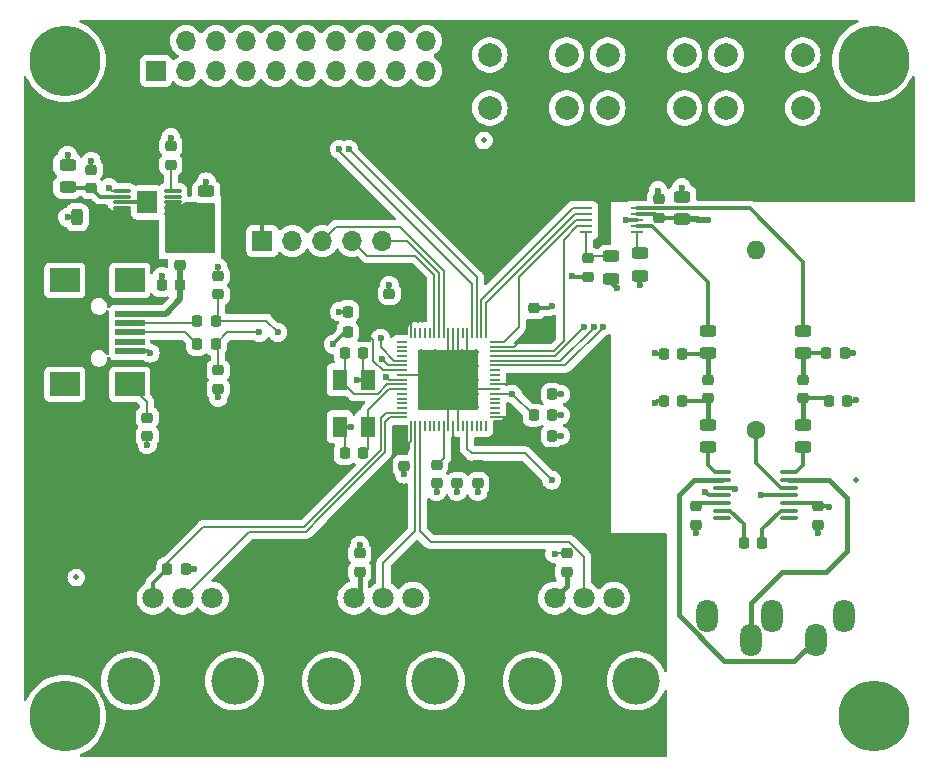
<source format=gbr>
%TF.GenerationSoftware,KiCad,Pcbnew,7.0.7*%
%TF.CreationDate,2023-09-03T16:08:26-07:00*%
%TF.ProjectId,headphone_dac,68656164-7068-46f6-9e65-5f6461632e6b,rev?*%
%TF.SameCoordinates,Original*%
%TF.FileFunction,Copper,L1,Top*%
%TF.FilePolarity,Positive*%
%FSLAX46Y46*%
G04 Gerber Fmt 4.6, Leading zero omitted, Abs format (unit mm)*
G04 Created by KiCad (PCBNEW 7.0.7) date 2023-09-03 16:08:26*
%MOMM*%
%LPD*%
G01*
G04 APERTURE LIST*
G04 Aperture macros list*
%AMRoundRect*
0 Rectangle with rounded corners*
0 $1 Rounding radius*
0 $2 $3 $4 $5 $6 $7 $8 $9 X,Y pos of 4 corners*
0 Add a 4 corners polygon primitive as box body*
4,1,4,$2,$3,$4,$5,$6,$7,$8,$9,$2,$3,0*
0 Add four circle primitives for the rounded corners*
1,1,$1+$1,$2,$3*
1,1,$1+$1,$4,$5*
1,1,$1+$1,$6,$7*
1,1,$1+$1,$8,$9*
0 Add four rect primitives between the rounded corners*
20,1,$1+$1,$2,$3,$4,$5,0*
20,1,$1+$1,$4,$5,$6,$7,0*
20,1,$1+$1,$6,$7,$8,$9,0*
20,1,$1+$1,$8,$9,$2,$3,0*%
G04 Aperture macros list end*
%TA.AperFunction,SMDPad,CuDef*%
%ADD10RoundRect,0.050000X-0.050000X0.362500X-0.050000X-0.362500X0.050000X-0.362500X0.050000X0.362500X0*%
%TD*%
%TA.AperFunction,SMDPad,CuDef*%
%ADD11RoundRect,0.050000X-0.362500X0.050000X-0.362500X-0.050000X0.362500X-0.050000X0.362500X0.050000X0*%
%TD*%
%TA.AperFunction,ComponentPad*%
%ADD12C,0.500000*%
%TD*%
%TA.AperFunction,SMDPad,CuDef*%
%ADD13R,5.200000X5.200000*%
%TD*%
%TA.AperFunction,WasherPad*%
%ADD14C,4.000000*%
%TD*%
%TA.AperFunction,ComponentPad*%
%ADD15C,1.800000*%
%TD*%
%TA.AperFunction,SMDPad,CuDef*%
%ADD16RoundRect,0.218750X-0.256250X0.218750X-0.256250X-0.218750X0.256250X-0.218750X0.256250X0.218750X0*%
%TD*%
%TA.AperFunction,SMDPad,CuDef*%
%ADD17RoundRect,0.218750X-0.218750X-0.256250X0.218750X-0.256250X0.218750X0.256250X-0.218750X0.256250X0*%
%TD*%
%TA.AperFunction,SMDPad,CuDef*%
%ADD18RoundRect,0.218750X0.218750X0.256250X-0.218750X0.256250X-0.218750X-0.256250X0.218750X-0.256250X0*%
%TD*%
%TA.AperFunction,SMDPad,CuDef*%
%ADD19RoundRect,0.218750X0.256250X-0.218750X0.256250X0.218750X-0.256250X0.218750X-0.256250X-0.218750X0*%
%TD*%
%TA.AperFunction,SMDPad,CuDef*%
%ADD20RoundRect,0.243750X0.456250X-0.243750X0.456250X0.243750X-0.456250X0.243750X-0.456250X-0.243750X0*%
%TD*%
%TA.AperFunction,SMDPad,CuDef*%
%ADD21RoundRect,0.243750X0.243750X0.456250X-0.243750X0.456250X-0.243750X-0.456250X0.243750X-0.456250X0*%
%TD*%
%TA.AperFunction,SMDPad,CuDef*%
%ADD22RoundRect,0.243750X-0.456250X0.243750X-0.456250X-0.243750X0.456250X-0.243750X0.456250X0.243750X0*%
%TD*%
%TA.AperFunction,SMDPad,CuDef*%
%ADD23R,2.500000X0.500000*%
%TD*%
%TA.AperFunction,SMDPad,CuDef*%
%ADD24R,2.500000X2.000000*%
%TD*%
%TA.AperFunction,ComponentPad*%
%ADD25O,1.800000X2.800000*%
%TD*%
%TA.AperFunction,ComponentPad*%
%ADD26C,1.600000*%
%TD*%
%TA.AperFunction,ComponentPad*%
%ADD27O,1.600000X1.600000*%
%TD*%
%TA.AperFunction,ComponentPad*%
%ADD28C,2.000000*%
%TD*%
%TA.AperFunction,SMDPad,CuDef*%
%ADD29RoundRect,0.075000X0.650000X0.075000X-0.650000X0.075000X-0.650000X-0.075000X0.650000X-0.075000X0*%
%TD*%
%TA.AperFunction,SMDPad,CuDef*%
%ADD30R,1.680000X1.880000*%
%TD*%
%TA.AperFunction,SMDPad,CuDef*%
%ADD31R,1.100000X0.250000*%
%TD*%
%TA.AperFunction,SMDPad,CuDef*%
%ADD32RoundRect,0.100000X-0.637500X-0.100000X0.637500X-0.100000X0.637500X0.100000X-0.637500X0.100000X0*%
%TD*%
%TA.AperFunction,SMDPad,CuDef*%
%ADD33R,1.200000X1.800000*%
%TD*%
%TA.AperFunction,ComponentPad*%
%ADD34C,6.000000*%
%TD*%
%TA.AperFunction,ComponentPad*%
%ADD35C,0.800000*%
%TD*%
%TA.AperFunction,ComponentPad*%
%ADD36R,1.700000X1.700000*%
%TD*%
%TA.AperFunction,ComponentPad*%
%ADD37O,1.700000X1.700000*%
%TD*%
%TA.AperFunction,SMDPad,CuDef*%
%ADD38C,0.500000*%
%TD*%
%TA.AperFunction,ViaPad*%
%ADD39C,0.600000*%
%TD*%
%TA.AperFunction,Conductor*%
%ADD40C,0.300000*%
%TD*%
%TA.AperFunction,Conductor*%
%ADD41C,0.200000*%
%TD*%
%TA.AperFunction,Conductor*%
%ADD42C,0.500000*%
%TD*%
%TA.AperFunction,Conductor*%
%ADD43C,0.400000*%
%TD*%
G04 APERTURE END LIST*
D10*
%TO.P,U2,1*%
%TO.N,/i2s_sck*%
X127700000Y-119062500D03*
%TO.P,U2,2*%
%TO.N,/i2s_sdo*%
X127300000Y-119062500D03*
%TO.P,U2,3*%
%TO.N,/bt_tx*%
X126900000Y-119062500D03*
%TO.P,U2,4*%
%TO.N,/bt_rx*%
X126500000Y-119062500D03*
%TO.P,U2,5*%
%TO.N,GND*%
X126100000Y-119062500D03*
%TO.P,U2,6*%
%TO.N,Net-(U2-Pad6)*%
X125700000Y-119062500D03*
%TO.P,U2,7*%
%TO.N,GND*%
X125300000Y-119062500D03*
%TO.P,U2,8*%
X124900000Y-119062500D03*
%TO.P,U2,9*%
X124500000Y-119062500D03*
%TO.P,U2,10*%
%TO.N,/xres*%
X124100000Y-119062500D03*
%TO.P,U2,11*%
%TO.N,/swdio*%
X123700000Y-119062500D03*
%TO.P,U2,12*%
%TO.N,/swdck*%
X123300000Y-119062500D03*
%TO.P,U2,13*%
%TO.N,Net-(U2-Pad13)*%
X122900000Y-119062500D03*
%TO.P,U2,14*%
%TO.N,Net-(U2-Pad14)*%
X122500000Y-119062500D03*
%TO.P,U2,15*%
%TO.N,Net-(U2-Pad15)*%
X122100000Y-119062500D03*
%TO.P,U2,16*%
%TO.N,Net-(U2-Pad16)*%
X121700000Y-119062500D03*
%TO.P,U2,17*%
%TO.N,+3V3*%
X121300000Y-119062500D03*
D11*
%TO.P,U2,18*%
%TO.N,Net-(U2-Pad18)*%
X120562500Y-119800000D03*
%TO.P,U2,19*%
%TO.N,Net-(U2-Pad19)*%
X120562500Y-120200000D03*
%TO.P,U2,20*%
%TO.N,Net-(U2-Pad20)*%
X120562500Y-120600000D03*
%TO.P,U2,21*%
%TO.N,Net-(U2-Pad21)*%
X120562500Y-121000000D03*
%TO.P,U2,22*%
%TO.N,/usb_d+*%
X120562500Y-121400000D03*
%TO.P,U2,23*%
%TO.N,/usb_d-*%
X120562500Y-121800000D03*
%TO.P,U2,24*%
%TO.N,+3V3*%
X120562500Y-122200000D03*
%TO.P,U2,25*%
%TO.N,GND*%
X120562500Y-122600000D03*
%TO.P,U2,26*%
%TO.N,/vccd*%
X120562500Y-123000000D03*
%TO.P,U2,27*%
%TO.N,/xo*%
X120562500Y-123400000D03*
%TO.P,U2,28*%
%TO.N,/xi*%
X120562500Y-123800000D03*
%TO.P,U2,29*%
%TO.N,Net-(U2-Pad29)*%
X120562500Y-124200000D03*
%TO.P,U2,30*%
%TO.N,Net-(U2-Pad30)*%
X120562500Y-124600000D03*
%TO.P,U2,31*%
%TO.N,Net-(U2-Pad31)*%
X120562500Y-125000000D03*
%TO.P,U2,32*%
%TO.N,Net-(U2-Pad32)*%
X120562500Y-125400000D03*
%TO.P,U2,33*%
%TO.N,/as*%
X120562500Y-125800000D03*
%TO.P,U2,34*%
%TO.N,/a0*%
X120562500Y-126200000D03*
D10*
%TO.P,U2,35*%
%TO.N,+3V3*%
X121300000Y-126937500D03*
%TO.P,U2,36*%
%TO.N,/a1*%
X121700000Y-126937500D03*
%TO.P,U2,37*%
%TO.N,/a2*%
X122100000Y-126937500D03*
%TO.P,U2,38*%
%TO.N,Net-(U2-Pad38)*%
X122500000Y-126937500D03*
%TO.P,U2,39*%
%TO.N,Net-(U2-Pad39)*%
X122900000Y-126937500D03*
%TO.P,U2,40*%
%TO.N,Net-(U2-Pad40)*%
X123300000Y-126937500D03*
%TO.P,U2,41*%
%TO.N,Net-(U2-Pad41)*%
X123700000Y-126937500D03*
%TO.P,U2,42*%
%TO.N,/vcca*%
X124100000Y-126937500D03*
%TO.P,U2,43*%
%TO.N,GND*%
X124500000Y-126937500D03*
%TO.P,U2,44*%
%TO.N,+3V3*%
X124900000Y-126937500D03*
%TO.P,U2,45*%
%TO.N,GND*%
X125300000Y-126937500D03*
%TO.P,U2,46*%
%TO.N,Net-(U2-Pad46)*%
X125700000Y-126937500D03*
%TO.P,U2,47*%
%TO.N,/~{mute}*%
X126100000Y-126937500D03*
%TO.P,U2,48*%
%TO.N,Net-(U2-Pad48)*%
X126500000Y-126937500D03*
%TO.P,U2,49*%
%TO.N,Net-(U2-Pad49)*%
X126900000Y-126937500D03*
%TO.P,U2,50*%
%TO.N,Net-(U2-Pad50)*%
X127300000Y-126937500D03*
%TO.P,U2,51*%
%TO.N,Net-(U2-Pad51)*%
X127700000Y-126937500D03*
D11*
%TO.P,U2,52*%
%TO.N,+3V3*%
X128437500Y-126200000D03*
%TO.P,U2,53*%
%TO.N,Net-(U2-Pad53)*%
X128437500Y-125800000D03*
%TO.P,U2,54*%
%TO.N,Net-(U2-Pad54)*%
X128437500Y-125400000D03*
%TO.P,U2,55*%
%TO.N,Net-(U2-Pad55)*%
X128437500Y-125000000D03*
%TO.P,U2,56*%
%TO.N,Net-(U2-Pad56)*%
X128437500Y-124600000D03*
%TO.P,U2,57*%
%TO.N,/vccd*%
X128437500Y-124200000D03*
%TO.P,U2,58*%
%TO.N,GND*%
X128437500Y-123800000D03*
%TO.P,U2,59*%
%TO.N,+3V3*%
X128437500Y-123400000D03*
%TO.P,U2,60*%
%TO.N,Net-(U2-Pad60)*%
X128437500Y-123000000D03*
%TO.P,U2,61*%
%TO.N,Net-(U2-Pad61)*%
X128437500Y-122600000D03*
%TO.P,U2,62*%
%TO.N,Net-(U2-Pad62)*%
X128437500Y-122200000D03*
%TO.P,U2,63*%
%TO.N,/sw3*%
X128437500Y-121800000D03*
%TO.P,U2,64*%
%TO.N,/sw2*%
X128437500Y-121400000D03*
%TO.P,U2,65*%
%TO.N,/sw1*%
X128437500Y-121000000D03*
%TO.P,U2,66*%
%TO.N,/i2s_mck*%
X128437500Y-120600000D03*
%TO.P,U2,67*%
%TO.N,+3V3*%
X128437500Y-120200000D03*
%TO.P,U2,68*%
%TO.N,/i2s_lrck*%
X128437500Y-119800000D03*
D12*
%TO.P,U2,69*%
%TO.N,GND*%
X126850000Y-124175000D03*
X125675000Y-123000000D03*
X124500000Y-121825000D03*
X122150000Y-121825000D03*
X122150000Y-124175000D03*
X122150000Y-120650000D03*
X125675000Y-124175000D03*
X125675000Y-120650000D03*
X126850000Y-123000000D03*
D13*
X124500000Y-123000000D03*
D12*
X126850000Y-121825000D03*
X126850000Y-125350000D03*
X123325000Y-121825000D03*
X123325000Y-125350000D03*
X124500000Y-125350000D03*
X122150000Y-123000000D03*
X125675000Y-121825000D03*
X126850000Y-120650000D03*
X122150000Y-125350000D03*
X123325000Y-124175000D03*
X124500000Y-120650000D03*
X125675000Y-125350000D03*
X124500000Y-123000000D03*
X123325000Y-123000000D03*
X123325000Y-120650000D03*
X124500000Y-124175000D03*
%TD*%
D14*
%TO.P,RV3,*%
%TO.N,*%
X140400000Y-148500000D03*
X131600000Y-148500000D03*
D15*
%TO.P,RV3,1*%
%TO.N,/as*%
X133500000Y-141500000D03*
%TO.P,RV3,2*%
%TO.N,/a2*%
X136000000Y-141500000D03*
%TO.P,RV3,3*%
%TO.N,GND*%
X138500000Y-141500000D03*
%TD*%
D16*
%TO.P,C1,1*%
%TO.N,/vcca*%
X123500000Y-130212500D03*
%TO.P,C1,2*%
%TO.N,GND*%
X123500000Y-131787500D03*
%TD*%
D17*
%TO.P,C2,1*%
%TO.N,/vccd*%
X131712500Y-126000000D03*
%TO.P,C2,2*%
%TO.N,GND*%
X133287500Y-126000000D03*
%TD*%
D18*
%TO.P,C3,1*%
%TO.N,+3V3*%
X117537500Y-117250000D03*
%TO.P,C3,2*%
%TO.N,GND*%
X115962500Y-117250000D03*
%TD*%
D16*
%TO.P,C4,1*%
%TO.N,+3V3*%
X127000000Y-130212500D03*
%TO.P,C4,2*%
%TO.N,GND*%
X127000000Y-131787500D03*
%TD*%
D19*
%TO.P,C5,1*%
%TO.N,+3V3*%
X119500000Y-117287500D03*
%TO.P,C5,2*%
%TO.N,GND*%
X119500000Y-115712500D03*
%TD*%
D18*
%TO.P,C6,1*%
%TO.N,+3V3*%
X117537500Y-119000000D03*
%TO.P,C6,2*%
%TO.N,GND*%
X115962500Y-119000000D03*
%TD*%
D19*
%TO.P,C8,1*%
%TO.N,/usb_d-*%
X105000000Y-115787500D03*
%TO.P,C8,2*%
%TO.N,GND*%
X105000000Y-114212500D03*
%TD*%
D16*
%TO.P,C9,1*%
%TO.N,+3V3*%
X120750000Y-128712500D03*
%TO.P,C9,2*%
%TO.N,GND*%
X120750000Y-130287500D03*
%TD*%
%TO.P,C10,1*%
%TO.N,+3V3*%
X125250000Y-130212500D03*
%TO.P,C10,2*%
%TO.N,GND*%
X125250000Y-131787500D03*
%TD*%
D17*
%TO.P,C11,1*%
%TO.N,+3V3*%
X131712500Y-127750000D03*
%TO.P,C11,2*%
%TO.N,GND*%
X133287500Y-127750000D03*
%TD*%
%TO.P,C12,1*%
%TO.N,+3V3*%
X131712500Y-124250000D03*
%TO.P,C12,2*%
%TO.N,GND*%
X133287500Y-124250000D03*
%TD*%
D18*
%TO.P,C14,1*%
%TO.N,/usb_vbus*%
X101787500Y-115000000D03*
%TO.P,C14,2*%
%TO.N,GND*%
X100212500Y-115000000D03*
%TD*%
D20*
%TO.P,C15,1*%
%TO.N,+5V*%
X104000000Y-108937500D03*
%TO.P,C15,2*%
%TO.N,GND*%
X104000000Y-107062500D03*
%TD*%
%TO.P,C16,1*%
%TO.N,Net-(C16-Pad1)*%
X92250000Y-106687500D03*
%TO.P,C16,2*%
%TO.N,GND*%
X92250000Y-104812500D03*
%TD*%
D21*
%TO.P,C17,1*%
%TO.N,+3V3*%
X94937500Y-109250000D03*
%TO.P,C17,2*%
%TO.N,GND*%
X93062500Y-109250000D03*
%TD*%
D17*
%TO.P,C18,1*%
%TO.N,/xo*%
X115712500Y-120750000D03*
%TO.P,C18,2*%
%TO.N,GND*%
X117287500Y-120750000D03*
%TD*%
D18*
%TO.P,C19,1*%
%TO.N,/xi*%
X117287500Y-129250000D03*
%TO.P,C19,2*%
%TO.N,GND*%
X115712500Y-129250000D03*
%TD*%
D19*
%TO.P,C20,1*%
%TO.N,+3V3*%
X142300000Y-109287500D03*
%TO.P,C20,2*%
%TO.N,GND*%
X142300000Y-107712500D03*
%TD*%
D20*
%TO.P,C21,1*%
%TO.N,+3V3*%
X144300000Y-109375000D03*
%TO.P,C21,2*%
%TO.N,GND*%
X144300000Y-107500000D03*
%TD*%
D16*
%TO.P,C22,1*%
%TO.N,Net-(C22-Pad1)*%
X136300000Y-112712500D03*
%TO.P,C22,2*%
%TO.N,GND*%
X136300000Y-114287500D03*
%TD*%
D20*
%TO.P,C23,1*%
%TO.N,GND*%
X140750000Y-114187500D03*
%TO.P,C23,2*%
%TO.N,Net-(C23-Pad2)*%
X140750000Y-112312500D03*
%TD*%
D22*
%TO.P,C24,1*%
%TO.N,Net-(C22-Pad1)*%
X138300000Y-112562500D03*
%TO.P,C24,2*%
%TO.N,GND*%
X138300000Y-114437500D03*
%TD*%
D20*
%TO.P,C25,1*%
%TO.N,Net-(C25-Pad1)*%
X146500000Y-120737500D03*
%TO.P,C25,2*%
%TO.N,Net-(C25-Pad2)*%
X146500000Y-118862500D03*
%TD*%
%TO.P,C26,1*%
%TO.N,Net-(C26-Pad1)*%
X154500000Y-120737500D03*
%TO.P,C26,2*%
%TO.N,Net-(C26-Pad2)*%
X154500000Y-118862500D03*
%TD*%
D17*
%TO.P,C27,1*%
%TO.N,/as*%
X100712500Y-139000000D03*
%TO.P,C27,2*%
%TO.N,GND*%
X102287500Y-139000000D03*
%TD*%
%TO.P,C28,1*%
%TO.N,GND*%
X142712500Y-124800000D03*
%TO.P,C28,2*%
%TO.N,/dac_l*%
X144287500Y-124800000D03*
%TD*%
D20*
%TO.P,C30,1*%
%TO.N,Net-(C30-Pad1)*%
X146500000Y-128737500D03*
%TO.P,C30,2*%
%TO.N,/dac_l*%
X146500000Y-126862500D03*
%TD*%
%TO.P,C31,1*%
%TO.N,Net-(C31-Pad1)*%
X154500000Y-128737500D03*
%TO.P,C31,2*%
%TO.N,/dac_r*%
X154500000Y-126862500D03*
%TD*%
D19*
%TO.P,C32,1*%
%TO.N,GND*%
X155750000Y-135287500D03*
%TO.P,C32,2*%
%TO.N,+3V3*%
X155750000Y-133712500D03*
%TD*%
%TO.P,C33,1*%
%TO.N,GND*%
X145500000Y-135287500D03*
%TO.P,C33,2*%
%TO.N,Net-(C33-Pad2)*%
X145500000Y-133712500D03*
%TD*%
D18*
%TO.P,C34,1*%
%TO.N,Net-(C34-Pad1)*%
X151075000Y-136800000D03*
%TO.P,C34,2*%
%TO.N,Net-(C34-Pad2)*%
X149500000Y-136800000D03*
%TD*%
D16*
%TO.P,FB1,1*%
%TO.N,+5V*%
X101750000Y-111712500D03*
%TO.P,FB1,2*%
%TO.N,/usb_vbus*%
X101750000Y-113287500D03*
%TD*%
D23*
%TO.P,J1,1*%
%TO.N,/usb_vbus*%
X97500000Y-117400000D03*
%TO.P,J1,2*%
%TO.N,Net-(J1-Pad2)*%
X97500000Y-118200000D03*
%TO.P,J1,3*%
%TO.N,Net-(J1-Pad3)*%
X97500000Y-119000000D03*
%TO.P,J1,4*%
%TO.N,Net-(J1-Pad4)*%
X97500000Y-119800000D03*
%TO.P,J1,5*%
%TO.N,GND*%
X97500000Y-120600000D03*
D24*
%TO.P,J1,6*%
%TO.N,N/C*%
X97500000Y-114600000D03*
X92000000Y-114600000D03*
%TO.N,Net-(J1-Pad6)*%
X97500000Y-123400000D03*
%TO.N,N/C*%
X92000000Y-123400000D03*
%TD*%
D25*
%TO.P,J6,R*%
%TO.N,Net-(J6-PadR)*%
X150100000Y-145000000D03*
%TO.P,J6,RN*%
%TO.N,N/C*%
X151900000Y-143000000D03*
%TO.P,J6,S*%
%TO.N,GND*%
X158000000Y-143000000D03*
%TO.P,J6,T*%
%TO.N,Net-(J6-PadT)*%
X155600000Y-145000000D03*
%TO.P,J6,TN*%
%TO.N,N/C*%
X146400000Y-143000000D03*
%TD*%
D16*
%TO.P,R1,1*%
%TO.N,Net-(J1-Pad6)*%
X99000000Y-126212500D03*
%TO.P,R1,2*%
%TO.N,GND*%
X99000000Y-127787500D03*
%TD*%
D18*
%TO.P,R2,1*%
%TO.N,/usb_d+*%
X104787500Y-120000000D03*
%TO.P,R2,2*%
%TO.N,Net-(J1-Pad3)*%
X103212500Y-120000000D03*
%TD*%
%TO.P,R3,1*%
%TO.N,/usb_d-*%
X104787500Y-118000000D03*
%TO.P,R3,2*%
%TO.N,Net-(J1-Pad2)*%
X103212500Y-118000000D03*
%TD*%
D19*
%TO.P,R4,1*%
%TO.N,Net-(R4-Pad1)*%
X101000000Y-104787500D03*
%TO.P,R4,2*%
%TO.N,GND*%
X101000000Y-103212500D03*
%TD*%
%TO.P,R5,1*%
%TO.N,Net-(C16-Pad1)*%
X94250000Y-106787500D03*
%TO.P,R5,2*%
%TO.N,GND*%
X94250000Y-105212500D03*
%TD*%
D17*
%TO.P,R6,1*%
%TO.N,GND*%
X142712500Y-120800000D03*
%TO.P,R6,2*%
%TO.N,Net-(C25-Pad1)*%
X144287500Y-120800000D03*
%TD*%
%TO.P,R7,1*%
%TO.N,Net-(C26-Pad1)*%
X156462500Y-120750000D03*
%TO.P,R7,2*%
%TO.N,GND*%
X158037500Y-120750000D03*
%TD*%
D19*
%TO.P,R8,1*%
%TO.N,/dac_l*%
X146500000Y-124587500D03*
%TO.P,R8,2*%
%TO.N,Net-(C25-Pad1)*%
X146500000Y-123012500D03*
%TD*%
%TO.P,R9,1*%
%TO.N,/dac_r*%
X154500000Y-124587500D03*
%TO.P,R9,2*%
%TO.N,Net-(C26-Pad1)*%
X154500000Y-123012500D03*
%TD*%
D26*
%TO.P,R10,1*%
%TO.N,Net-(R10-Pad1)*%
X150500000Y-127250000D03*
D27*
%TO.P,R10,2*%
%TO.N,GND*%
X150500000Y-112010000D03*
%TD*%
D14*
%TO.P,RV1,*%
%TO.N,*%
X106400000Y-148500000D03*
X97600000Y-148500000D03*
D15*
%TO.P,RV1,1*%
%TO.N,/as*%
X99500000Y-141500000D03*
%TO.P,RV1,2*%
%TO.N,/a0*%
X102000000Y-141500000D03*
%TO.P,RV1,3*%
%TO.N,GND*%
X104500000Y-141500000D03*
%TD*%
D14*
%TO.P,RV2,*%
%TO.N,*%
X123400000Y-148500000D03*
X114600000Y-148500000D03*
D15*
%TO.P,RV2,1*%
%TO.N,/as*%
X116500000Y-141500000D03*
%TO.P,RV2,2*%
%TO.N,/a1*%
X119000000Y-141500000D03*
%TO.P,RV2,3*%
%TO.N,GND*%
X121500000Y-141500000D03*
%TD*%
D28*
%TO.P,SW1,1*%
%TO.N,/sw1*%
X134500000Y-100000000D03*
%TO.N,N/C*%
X128000000Y-100000000D03*
%TO.P,SW1,2*%
%TO.N,GND*%
X134500000Y-95500000D03*
X128000000Y-95500000D03*
%TD*%
%TO.P,SW2,1*%
%TO.N,GND*%
X138000000Y-95500000D03*
X144500000Y-95500000D03*
%TO.P,SW2,2*%
%TO.N,/sw2*%
X138000000Y-100000000D03*
%TO.N,N/C*%
X144500000Y-100000000D03*
%TD*%
D29*
%TO.P,U1,1*%
%TO.N,+5V*%
X101150000Y-109000000D03*
%TO.P,U1,2*%
X101150000Y-108500000D03*
%TO.P,U1,3*%
X101150000Y-108000000D03*
%TO.P,U1,4*%
%TO.N,Net-(U1-Pad4)*%
X101150000Y-107500000D03*
%TO.P,U1,5*%
%TO.N,Net-(R4-Pad1)*%
X101150000Y-107000000D03*
%TO.P,U1,6*%
%TO.N,+5V*%
X96850000Y-107000000D03*
%TO.P,U1,7*%
%TO.N,Net-(C16-Pad1)*%
X96850000Y-107500000D03*
%TO.P,U1,8*%
%TO.N,GND*%
X96850000Y-108000000D03*
%TO.P,U1,9*%
%TO.N,+3V3*%
X96850000Y-108500000D03*
%TO.P,U1,10*%
X96850000Y-109000000D03*
D12*
%TO.P,U1,11*%
%TO.N,GND*%
X99550000Y-108650000D03*
X99550000Y-107350000D03*
D30*
X99000000Y-108000000D03*
D12*
X98450000Y-108650000D03*
X98450000Y-107350000D03*
%TD*%
D31*
%TO.P,U3,1*%
%TO.N,/i2s_sdo*%
X136150000Y-108500000D03*
%TO.P,U3,2*%
%TO.N,/i2s_sck*%
X136150000Y-109000000D03*
%TO.P,U3,3*%
%TO.N,/i2s_lrck*%
X136150000Y-109500000D03*
%TO.P,U3,4*%
%TO.N,/i2s_mck*%
X136150000Y-110000000D03*
%TO.P,U3,5*%
%TO.N,Net-(C22-Pad1)*%
X136150000Y-110500000D03*
%TO.P,U3,6*%
%TO.N,Net-(C23-Pad2)*%
X140450000Y-110500000D03*
%TO.P,U3,7*%
%TO.N,Net-(C25-Pad2)*%
X140450000Y-110000000D03*
%TO.P,U3,8*%
%TO.N,GND*%
X140450000Y-109500000D03*
%TO.P,U3,9*%
%TO.N,+3V3*%
X140450000Y-109000000D03*
%TO.P,U3,10*%
%TO.N,Net-(C26-Pad2)*%
X140450000Y-108500000D03*
%TD*%
D32*
%TO.P,U4,1*%
%TO.N,Net-(C30-Pad1)*%
X147637500Y-130850000D03*
%TO.P,U4,2*%
%TO.N,Net-(J6-PadT)*%
X147637500Y-131500000D03*
%TO.P,U4,3*%
%TO.N,GND*%
X147637500Y-132150000D03*
%TO.P,U4,4*%
%TO.N,/~{mute}*%
X147637500Y-132800000D03*
%TO.P,U4,5*%
%TO.N,Net-(C33-Pad2)*%
X147637500Y-133450000D03*
%TO.P,U4,6*%
%TO.N,Net-(C34-Pad2)*%
X147637500Y-134100000D03*
%TO.P,U4,7*%
%TO.N,Net-(U4-Pad7)*%
X147637500Y-134750000D03*
%TO.P,U4,8*%
%TO.N,Net-(U4-Pad8)*%
X153362500Y-134750000D03*
%TO.P,U4,9*%
%TO.N,Net-(C34-Pad1)*%
X153362500Y-134100000D03*
%TO.P,U4,10*%
%TO.N,+3V3*%
X153362500Y-133450000D03*
%TO.P,U4,11*%
%TO.N,GND*%
X153362500Y-132800000D03*
%TO.P,U4,12*%
%TO.N,Net-(R10-Pad1)*%
X153362500Y-132150000D03*
%TO.P,U4,13*%
%TO.N,Net-(J6-PadR)*%
X153362500Y-131500000D03*
%TO.P,U4,14*%
%TO.N,Net-(C31-Pad1)*%
X153362500Y-130850000D03*
%TD*%
D28*
%TO.P,SW3,1*%
%TO.N,N/C*%
X154500000Y-100000000D03*
%TO.N,/sw3*%
X148000000Y-100000000D03*
%TO.P,SW3,2*%
%TO.N,GND*%
X154500000Y-95500000D03*
X148000000Y-95500000D03*
%TD*%
D19*
%TO.P,C35,1*%
%TO.N,/as*%
X117000000Y-139287500D03*
%TO.P,C35,2*%
%TO.N,GND*%
X117000000Y-137712500D03*
%TD*%
%TO.P,C36,1*%
%TO.N,/as*%
X134500000Y-139287500D03*
%TO.P,C36,2*%
%TO.N,GND*%
X134500000Y-137712500D03*
%TD*%
D33*
%TO.P,Y1,1*%
%TO.N,/xi*%
X117700000Y-127000000D03*
%TO.P,Y1,2*%
%TO.N,GND*%
X117700000Y-123000000D03*
%TO.P,Y1,3*%
%TO.N,/xo*%
X115300000Y-123000000D03*
%TO.P,Y1,4*%
%TO.N,GND*%
X115300000Y-127000000D03*
%TD*%
D34*
%TO.P,H2,1*%
%TO.N,Net-(H2-Pad1)*%
X92000000Y-96000000D03*
%TD*%
%TO.P,H3,1*%
%TO.N,Net-(H3-Pad1)*%
X160500000Y-96000000D03*
%TD*%
%TO.P,H4,1*%
%TO.N,Net-(H4-Pad1)*%
X160500000Y-151500000D03*
%TD*%
D35*
%TO.P,H1,1*%
%TO.N,GND*%
X89750000Y-151500000D03*
X90409010Y-149909010D03*
X90409010Y-153090990D03*
X92000000Y-149250000D03*
D34*
X92000000Y-151500000D03*
D35*
X92000000Y-153750000D03*
X93590990Y-149909010D03*
X93590990Y-153090990D03*
X94250000Y-151500000D03*
%TD*%
D19*
%TO.P,C7,1*%
%TO.N,GND*%
X105000000Y-123787500D03*
%TO.P,C7,2*%
%TO.N,/usb_d+*%
X105000000Y-122212500D03*
%TD*%
%TO.P,C13,1*%
%TO.N,+3V3*%
X131750000Y-118537500D03*
%TO.P,C13,2*%
%TO.N,GND*%
X131750000Y-116962500D03*
%TD*%
D17*
%TO.P,C29,1*%
%TO.N,/dac_r*%
X156712500Y-124800000D03*
%TO.P,C29,2*%
%TO.N,GND*%
X158287500Y-124800000D03*
%TD*%
D36*
%TO.P,J2,1*%
%TO.N,GND*%
X99750000Y-96850000D03*
D37*
%TO.P,J2,2*%
%TO.N,+3V3*%
X99750000Y-94310000D03*
%TO.P,J2,3*%
%TO.N,/bt_gp6*%
X102290000Y-96850000D03*
%TO.P,J2,4*%
%TO.N,Net-(J2-Pad4)*%
X102290000Y-94310000D03*
%TO.P,J2,5*%
%TO.N,/bt_gp7*%
X104830000Y-96850000D03*
%TO.P,J2,6*%
%TO.N,Net-(J2-Pad6)*%
X104830000Y-94310000D03*
%TO.P,J2,7*%
%TO.N,/bt_rst*%
X107370000Y-96850000D03*
%TO.P,J2,8*%
%TO.N,/bt_gp2*%
X107370000Y-94310000D03*
%TO.P,J2,9*%
%TO.N,Net-(J2-Pad9)*%
X109910000Y-96850000D03*
%TO.P,J2,10*%
%TO.N,/bt_gp3*%
X109910000Y-94310000D03*
%TO.P,J2,11*%
%TO.N,/bt_rts*%
X112450000Y-96850000D03*
%TO.P,J2,12*%
%TO.N,/bt_rx*%
X112450000Y-94310000D03*
%TO.P,J2,13*%
%TO.N,/bt_cts*%
X114990000Y-96850000D03*
%TO.P,J2,14*%
%TO.N,/bt_tx*%
X114990000Y-94310000D03*
%TO.P,J2,15*%
%TO.N,/bt_gp4*%
X117530000Y-96850000D03*
%TO.P,J2,16*%
%TO.N,/bt_gp5*%
X117530000Y-94310000D03*
%TO.P,J2,17*%
%TO.N,Net-(J2-Pad17)*%
X120070000Y-96850000D03*
%TO.P,J2,18*%
%TO.N,Net-(J2-Pad18)*%
X120070000Y-94310000D03*
%TO.P,J2,19*%
%TO.N,Net-(J2-Pad19)*%
X122610000Y-96850000D03*
%TO.P,J2,20*%
%TO.N,Net-(J2-Pad20)*%
X122610000Y-94310000D03*
%TD*%
D36*
%TO.P,J3,1*%
%TO.N,+3V3*%
X108750000Y-111250000D03*
D37*
%TO.P,J3,2*%
%TO.N,GND*%
X111290000Y-111250000D03*
%TO.P,J3,3*%
%TO.N,/xres*%
X113830000Y-111250000D03*
%TO.P,J3,4*%
%TO.N,/swdck*%
X116370000Y-111250000D03*
%TO.P,J3,5*%
%TO.N,/swdio*%
X118910000Y-111250000D03*
%TD*%
D38*
%TO.P,FID1,*%
%TO.N,*%
X93000000Y-139750000D03*
%TD*%
%TO.P,FID2,*%
%TO.N,*%
X159000000Y-131500000D03*
%TD*%
%TO.P,FID3,*%
%TO.N,*%
X127500000Y-102750000D03*
%TD*%
D39*
%TO.N,GND*%
X133500000Y-137750000D03*
X135000000Y-114250000D03*
X103000000Y-139000000D03*
X142000000Y-120750000D03*
X138750000Y-115250000D03*
X92250000Y-109250000D03*
X140750000Y-115000000D03*
X148750000Y-132250000D03*
X101000000Y-102500000D03*
X92250000Y-104000000D03*
X134000000Y-126000000D03*
X114750000Y-120000000D03*
X139500000Y-109500000D03*
X145500000Y-136000000D03*
X125250000Y-132500000D03*
X115250000Y-117250000D03*
X158750000Y-120750000D03*
X120750000Y-131000000D03*
X151000000Y-132750000D03*
X134000000Y-124250000D03*
X142250000Y-107000000D03*
X123500000Y-132500000D03*
X100250000Y-114250000D03*
X105000000Y-124500000D03*
X116250000Y-127000000D03*
X127000000Y-132500000D03*
X105000000Y-113500000D03*
X159000000Y-124750000D03*
X116750000Y-123000000D03*
X104000000Y-106250000D03*
X119500000Y-115000000D03*
X99000000Y-128500000D03*
X99250000Y-120750000D03*
X142000000Y-125000000D03*
X94250000Y-104500000D03*
X144250000Y-106750000D03*
X133250000Y-116750000D03*
X117000000Y-137000000D03*
X134000000Y-127750000D03*
X155750000Y-136000000D03*
%TO.N,/vccd*%
X119250000Y-122800000D03*
X129912500Y-124200000D03*
%TO.N,+3V3*%
X156750000Y-133750000D03*
X141250000Y-136500000D03*
X117500000Y-116500000D03*
X128000000Y-130250000D03*
X146500000Y-107500000D03*
X145750000Y-107500000D03*
X120000000Y-128750000D03*
X131750000Y-128500000D03*
X132850010Y-118500000D03*
X145750000Y-109500000D03*
X146500000Y-109500000D03*
X132850010Y-122899990D03*
%TO.N,/usb_d+*%
X118750000Y-119500000D03*
X108500000Y-119000000D03*
%TO.N,/usb_d-*%
X118850000Y-121250000D03*
X110050013Y-119000000D03*
%TO.N,+5V*%
X95750000Y-106750000D03*
X102750000Y-110250000D03*
%TO.N,/bt_tx*%
X116050003Y-103500000D03*
%TO.N,/bt_rx*%
X115250000Y-103500000D03*
%TO.N,/~{mute}*%
X133250000Y-131500000D03*
X146250000Y-132500000D03*
%TO.N,/sw1*%
X136000000Y-118500000D03*
%TO.N,/sw2*%
X136800003Y-118500000D03*
%TO.N,/sw3*%
X137600006Y-118500000D03*
%TD*%
D40*
%TO.N,GND*%
X153362500Y-132800000D02*
X151050000Y-132800000D01*
X96850000Y-108000000D02*
X99000000Y-108000000D01*
X147637500Y-132150000D02*
X148650000Y-132150000D01*
D41*
X115712500Y-129250000D02*
X115712500Y-127412500D01*
D40*
X131750000Y-116962500D02*
X133037500Y-116962500D01*
X158287500Y-124800000D02*
X158950000Y-124800000D01*
X158950000Y-124800000D02*
X159000000Y-124750000D01*
X142300000Y-107712500D02*
X142300000Y-107050000D01*
X145500000Y-135287500D02*
X145500000Y-136000000D01*
X99100000Y-120600000D02*
X99250000Y-120750000D01*
X136300000Y-114287500D02*
X135037500Y-114287500D01*
X140750000Y-114187500D02*
X140750000Y-115000000D01*
X133287500Y-124250000D02*
X134000000Y-124250000D01*
X120750000Y-130287500D02*
X120750000Y-131000000D01*
D41*
X117287500Y-120750000D02*
X117287500Y-122587500D01*
D40*
X136300000Y-114287500D02*
X136112500Y-114287500D01*
X101000000Y-103212500D02*
X101000000Y-102500000D01*
X138300000Y-114437500D02*
X138300000Y-114800000D01*
X138300000Y-114800000D02*
X138750000Y-115250000D01*
X125250000Y-131787500D02*
X125250000Y-132500000D01*
D41*
X133537500Y-137712500D02*
X133500000Y-137750000D01*
D40*
X115962500Y-117250000D02*
X115250000Y-117250000D01*
D41*
X117287500Y-122587500D02*
X117700000Y-123000000D01*
D40*
X133287500Y-127750000D02*
X134000000Y-127750000D01*
X93062500Y-109250000D02*
X92250000Y-109250000D01*
X115300000Y-127000000D02*
X116250000Y-127000000D01*
X142712500Y-124800000D02*
X142200000Y-124800000D01*
X104000000Y-107062500D02*
X104000000Y-106250000D01*
D41*
X126100000Y-119062500D02*
X126100000Y-121400000D01*
D40*
X117700000Y-123000000D02*
X116750000Y-123000000D01*
D41*
X124500000Y-119062500D02*
X124500000Y-120650000D01*
X126100000Y-121400000D02*
X124500000Y-123000000D01*
X125300000Y-123800000D02*
X124500000Y-123000000D01*
D40*
X94250000Y-105212500D02*
X94250000Y-104500000D01*
D41*
X120562500Y-122600000D02*
X124100000Y-122600000D01*
X124100000Y-122600000D02*
X124500000Y-123000000D01*
X124900000Y-122600000D02*
X124500000Y-123000000D01*
X105000000Y-123787500D02*
X105000000Y-124500000D01*
D40*
X142712500Y-120800000D02*
X142050000Y-120800000D01*
X100212500Y-114287500D02*
X100250000Y-114250000D01*
X133037500Y-116962500D02*
X133250000Y-116750000D01*
X135037500Y-114287500D02*
X135000000Y-114250000D01*
X155750000Y-135287500D02*
X155750000Y-136000000D01*
X151050000Y-132800000D02*
X151000000Y-132750000D01*
X142300000Y-107050000D02*
X142250000Y-107000000D01*
X127000000Y-131787500D02*
X127000000Y-132500000D01*
D41*
X124500000Y-126937500D02*
X124500000Y-123000000D01*
D40*
X119500000Y-115712500D02*
X119500000Y-115000000D01*
X148650000Y-132150000D02*
X148750000Y-132250000D01*
X142050000Y-120800000D02*
X142000000Y-120750000D01*
D41*
X125300000Y-122200000D02*
X124500000Y-123000000D01*
X128437500Y-123800000D02*
X125300000Y-123800000D01*
D40*
X102287500Y-139000000D02*
X103000000Y-139000000D01*
D41*
X99000000Y-127787500D02*
X99000000Y-128500000D01*
D40*
X115962500Y-119000000D02*
X115750000Y-119000000D01*
X140450000Y-109500000D02*
X139500000Y-109500000D01*
D41*
X125300000Y-119062500D02*
X125300000Y-122200000D01*
D40*
X115750000Y-119000000D02*
X114750000Y-120000000D01*
X100212500Y-115000000D02*
X100212500Y-114287500D01*
X158037500Y-120750000D02*
X158750000Y-120750000D01*
X133287500Y-126000000D02*
X134000000Y-126000000D01*
X142200000Y-124800000D02*
X142000000Y-125000000D01*
D41*
X124900000Y-119062500D02*
X124900000Y-122600000D01*
X134500000Y-137712500D02*
X133537500Y-137712500D01*
X125300000Y-126937500D02*
X125300000Y-123800000D01*
D40*
X92250000Y-104812500D02*
X92250000Y-104000000D01*
X97500000Y-120600000D02*
X99100000Y-120600000D01*
D41*
X115712500Y-127412500D02*
X115300000Y-127000000D01*
D40*
X144300000Y-107500000D02*
X144300000Y-106800000D01*
X117000000Y-137712500D02*
X117000000Y-137000000D01*
X123500000Y-131787500D02*
X123500000Y-132500000D01*
X144300000Y-106800000D02*
X144250000Y-106750000D01*
D41*
X105000000Y-114212500D02*
X105000000Y-113500000D01*
%TO.N,/vcca*%
X124100000Y-126937500D02*
X124100000Y-129612500D01*
X124100000Y-129612500D02*
X123500000Y-130212500D01*
%TO.N,/vccd*%
X129912500Y-124200000D02*
X131712500Y-126000000D01*
X119450000Y-123000000D02*
X119250000Y-122800000D01*
X128437500Y-124200000D02*
X129912500Y-124200000D01*
X120562500Y-123000000D02*
X119450000Y-123000000D01*
%TO.N,+3V3*%
X128437500Y-120200000D02*
X130087500Y-120200000D01*
X127962500Y-130212500D02*
X128000000Y-130250000D01*
X130087500Y-120200000D02*
X131750000Y-118537500D01*
D40*
X156712500Y-133712500D02*
X156750000Y-133750000D01*
D41*
X121300000Y-118050000D02*
X121300000Y-119062500D01*
X118950000Y-122200000D02*
X118149998Y-121399998D01*
D40*
X140450000Y-109000000D02*
X142012500Y-109000000D01*
X155487500Y-133450000D02*
X155750000Y-133712500D01*
D41*
X127000000Y-130212500D02*
X127962500Y-130212500D01*
X131061995Y-124250000D02*
X131712500Y-124250000D01*
D40*
X96850000Y-109000000D02*
X95187500Y-109000000D01*
X131712500Y-124250000D02*
X131712500Y-124037500D01*
X155750000Y-133712500D02*
X156712500Y-133712500D01*
D41*
X117537500Y-116537500D02*
X117500000Y-116500000D01*
X120037500Y-128712500D02*
X120000000Y-128750000D01*
X124900000Y-129862500D02*
X125250000Y-130212500D01*
D40*
X142012500Y-109000000D02*
X142300000Y-109287500D01*
D42*
X145625000Y-109375000D02*
X145750000Y-109500000D01*
D41*
X117537500Y-117250000D02*
X117537500Y-116537500D01*
X128437500Y-123400000D02*
X130211995Y-123400000D01*
X131712500Y-124037500D02*
X132250000Y-123500000D01*
X119462500Y-117250000D02*
X119500000Y-117287500D01*
D40*
X108750000Y-111250000D02*
X108750000Y-109500000D01*
D41*
X124900000Y-126937500D02*
X124900000Y-129862500D01*
D42*
X144300000Y-109375000D02*
X145625000Y-109375000D01*
D40*
X144212500Y-109287500D02*
X144300000Y-109375000D01*
D42*
X145750000Y-109500000D02*
X146500000Y-109500000D01*
D41*
X131712500Y-127750000D02*
X131712500Y-128462500D01*
X118149998Y-121399998D02*
X118149998Y-119612498D01*
X117537500Y-117250000D02*
X119462500Y-117250000D01*
D40*
X153362500Y-133450000D02*
X155487500Y-133450000D01*
X131712500Y-124037500D02*
X132850010Y-122899990D01*
D41*
X120750000Y-128712500D02*
X120037500Y-128712500D01*
X128437500Y-126200000D02*
X130162500Y-126200000D01*
X118149998Y-119612498D02*
X117537500Y-119000000D01*
X130162500Y-126200000D02*
X131712500Y-127750000D01*
X120537500Y-117287500D02*
X121300000Y-118050000D01*
X132812510Y-118537500D02*
X132850010Y-118500000D01*
X120562500Y-122200000D02*
X118950000Y-122200000D01*
X131750000Y-118537500D02*
X132812510Y-118537500D01*
X131712500Y-128462500D02*
X131750000Y-128500000D01*
D40*
X96850000Y-109000000D02*
X96850000Y-108500000D01*
X142300000Y-109287500D02*
X144212500Y-109287500D01*
X95187500Y-109000000D02*
X94937500Y-109250000D01*
D41*
X121300000Y-128162500D02*
X120750000Y-128712500D01*
X125250000Y-130212500D02*
X127000000Y-130212500D01*
X130211995Y-123400000D02*
X131061995Y-124250000D01*
X119500000Y-117287500D02*
X120537500Y-117287500D01*
X117537500Y-117250000D02*
X117537500Y-119000000D01*
X121300000Y-126937500D02*
X121300000Y-128162500D01*
%TO.N,/usb_d+*%
X118750000Y-120261998D02*
X118750000Y-119500000D01*
X120562500Y-121400000D02*
X119888002Y-121400000D01*
X108500000Y-119000000D02*
X105787500Y-119000000D01*
X105000000Y-122212500D02*
X105000000Y-120212500D01*
X105000000Y-120212500D02*
X104787500Y-120000000D01*
X119888002Y-121400000D02*
X118750000Y-120261998D01*
X105787500Y-119000000D02*
X104787500Y-120000000D01*
%TO.N,/usb_d-*%
X120562500Y-121800000D02*
X119400000Y-121800000D01*
X105000000Y-117787500D02*
X104787500Y-118000000D01*
X110050013Y-119000000D02*
X109050013Y-118000000D01*
X119400000Y-121800000D02*
X118850000Y-121250000D01*
X109050013Y-118000000D02*
X104787500Y-118000000D01*
X105000000Y-115787500D02*
X105000000Y-117787500D01*
D42*
%TO.N,/usb_vbus*%
X101787500Y-115000000D02*
X101787500Y-113325000D01*
X97500000Y-117400000D02*
X100600000Y-117400000D01*
X101787500Y-116212500D02*
X101787500Y-115000000D01*
X101787500Y-113325000D02*
X101750000Y-113287500D01*
X100600000Y-117400000D02*
X101787500Y-116212500D01*
D41*
%TO.N,+5V*%
X96850000Y-107000000D02*
X96000000Y-107000000D01*
X96000000Y-107000000D02*
X95750000Y-106750000D01*
D40*
X101150000Y-108000000D02*
X101150000Y-108500000D01*
%TO.N,Net-(C16-Pad1)*%
X92350000Y-106787500D02*
X92250000Y-106687500D01*
X96850000Y-107500000D02*
X94962500Y-107500000D01*
X94250000Y-106787500D02*
X92350000Y-106787500D01*
X94962500Y-107500000D02*
X94250000Y-106787500D01*
D41*
%TO.N,/xo*%
X115712500Y-120750000D02*
X115712500Y-122587500D01*
X118540001Y-124200001D02*
X116500001Y-124200001D01*
X115712500Y-122587500D02*
X115300000Y-123000000D01*
X119340002Y-123400000D02*
X118540001Y-124200001D01*
X116500001Y-124200001D02*
X115300000Y-123000000D01*
X120562500Y-123400000D02*
X119340002Y-123400000D01*
%TO.N,/xi*%
X117700000Y-127000000D02*
X117700000Y-128837500D01*
X119505700Y-123800000D02*
X117700000Y-125605700D01*
X120562500Y-123800000D02*
X119505700Y-123800000D01*
X117700000Y-125605700D02*
X117700000Y-127000000D01*
X117700000Y-128837500D02*
X117287500Y-129250000D01*
%TO.N,Net-(C22-Pad1)*%
X136150000Y-112562500D02*
X136300000Y-112712500D01*
X136450000Y-112562500D02*
X136300000Y-112712500D01*
X136150000Y-110500000D02*
X136150000Y-112562500D01*
X138300000Y-112562500D02*
X136450000Y-112562500D01*
%TO.N,Net-(C23-Pad2)*%
X140450000Y-112012500D02*
X140750000Y-112312500D01*
X140450000Y-110500000D02*
X140450000Y-112012500D01*
D40*
%TO.N,Net-(C25-Pad2)*%
X140450000Y-110000000D02*
X141733150Y-110000000D01*
X141733150Y-110000000D02*
X146500000Y-114766850D01*
X146500000Y-114766850D02*
X146500000Y-118862500D01*
%TO.N,Net-(C25-Pad1)*%
X144287500Y-120800000D02*
X146437500Y-120800000D01*
X146437500Y-120800000D02*
X146500000Y-120737500D01*
D43*
X146500000Y-120737500D02*
X146500000Y-123012500D01*
D40*
%TO.N,Net-(C26-Pad2)*%
X150000000Y-108500000D02*
X154500000Y-113000000D01*
X140450000Y-108500000D02*
X150000000Y-108500000D01*
X154500000Y-113000000D02*
X154500000Y-118862500D01*
D43*
%TO.N,Net-(C26-Pad1)*%
X154500000Y-120737500D02*
X154500000Y-123012500D01*
D40*
X154500000Y-120737500D02*
X156450000Y-120737500D01*
X156450000Y-120737500D02*
X156462500Y-120750000D01*
%TO.N,/dac_l*%
X144287500Y-124800000D02*
X146287500Y-124800000D01*
D43*
X146500000Y-124587500D02*
X146500000Y-126862500D01*
D40*
X146287500Y-124800000D02*
X146500000Y-124587500D01*
D43*
%TO.N,/dac_r*%
X154500000Y-124587500D02*
X154500000Y-126862500D01*
D40*
X156500000Y-124587500D02*
X156712500Y-124800000D01*
X154500000Y-124587500D02*
X156500000Y-124587500D01*
%TO.N,Net-(C30-Pad1)*%
X146500000Y-130250000D02*
X146500000Y-128737500D01*
X147100000Y-130850000D02*
X146500000Y-130250000D01*
X147637500Y-130850000D02*
X147100000Y-130850000D01*
%TO.N,Net-(C31-Pad1)*%
X154500000Y-130250000D02*
X153900000Y-130850000D01*
X154500000Y-128737500D02*
X154500000Y-130250000D01*
X153900000Y-130850000D02*
X153362500Y-130850000D01*
%TO.N,Net-(C33-Pad2)*%
X145762500Y-133450000D02*
X145500000Y-133712500D01*
X147637500Y-133450000D02*
X145762500Y-133450000D01*
%TO.N,Net-(C34-Pad2)*%
X149500000Y-135238586D02*
X149500000Y-136800000D01*
X148361414Y-134100000D02*
X149500000Y-135238586D01*
X147637500Y-134100000D02*
X148361414Y-134100000D01*
%TO.N,Net-(C34-Pad1)*%
X153362500Y-134100000D02*
X152625000Y-134100000D01*
X151075000Y-135650000D02*
X151075000Y-136800000D01*
X152625000Y-134100000D02*
X151075000Y-135650000D01*
D41*
%TO.N,Net-(J1-Pad3)*%
X97500000Y-119000000D02*
X102212500Y-119000000D01*
X102212500Y-119000000D02*
X103212500Y-120000000D01*
%TO.N,Net-(J1-Pad2)*%
X97500000Y-118200000D02*
X103012500Y-118200000D01*
X103012500Y-118200000D02*
X103212500Y-118000000D01*
%TO.N,Net-(J1-Pad6)*%
X99000000Y-124900000D02*
X97500000Y-123400000D01*
X99000000Y-126212500D02*
X99000000Y-124900000D01*
%TO.N,/bt_tx*%
X126900000Y-119062500D02*
X126900000Y-114650000D01*
X126900000Y-114349997D02*
X116050003Y-103500000D01*
X126900000Y-114650000D02*
X126900000Y-114349997D01*
%TO.N,/bt_rx*%
X115250000Y-103618604D02*
X115250000Y-103500000D01*
X126500000Y-114868604D02*
X115250000Y-103618604D01*
X126500000Y-119062500D02*
X126500000Y-114868604D01*
%TO.N,/xres*%
X120415697Y-110099999D02*
X114980001Y-110099999D01*
X124100000Y-113784302D02*
X120415697Y-110099999D01*
X114980001Y-110099999D02*
X113830000Y-111250000D01*
X124100000Y-119062500D02*
X124100000Y-113784302D01*
%TO.N,/i2s_mck*%
X128437500Y-120600000D02*
X133400000Y-120600000D01*
X133400000Y-120600000D02*
X134250000Y-119750000D01*
X134250000Y-111157850D02*
X135407850Y-110000000D01*
X135407850Y-110000000D02*
X136150000Y-110000000D01*
X134250000Y-119750000D02*
X134250000Y-111157850D01*
%TO.N,/i2s_lrck*%
X129200000Y-119800000D02*
X130500000Y-118500000D01*
X128437500Y-119800000D02*
X129200000Y-119800000D01*
X130500000Y-118500000D02*
X130500000Y-114342150D01*
X135342150Y-109500000D02*
X136150000Y-109500000D01*
X130500000Y-114342150D02*
X135342150Y-109500000D01*
%TO.N,/i2s_sck*%
X127700000Y-116550000D02*
X135250000Y-109000000D01*
X127700000Y-119062500D02*
X127700000Y-116550000D01*
X135250000Y-109000000D02*
X136150000Y-109000000D01*
D43*
%TO.N,Net-(J6-PadR)*%
X152750000Y-139250000D02*
X156500000Y-139250000D01*
X158250000Y-133000000D02*
X156750000Y-131500000D01*
X158250000Y-137500000D02*
X158250000Y-133000000D01*
X156750000Y-131500000D02*
X153362500Y-131500000D01*
X150100000Y-145000000D02*
X150100000Y-141900000D01*
X150100000Y-141900000D02*
X152750000Y-139250000D01*
X156500000Y-139250000D02*
X158250000Y-137500000D01*
%TO.N,Net-(J6-PadT)*%
X144000000Y-132750000D02*
X144000000Y-142938491D01*
X147637500Y-131500000D02*
X145250000Y-131500000D01*
X145250000Y-131500000D02*
X144000000Y-132750000D01*
X147861519Y-146800010D02*
X153799990Y-146800010D01*
X153799990Y-146800010D02*
X155600000Y-145000000D01*
X144000000Y-142938491D02*
X147861519Y-146800010D01*
D41*
%TO.N,Net-(R4-Pad1)*%
X101000000Y-104787500D02*
X101000000Y-106850000D01*
X101000000Y-106850000D02*
X101150000Y-107000000D01*
D40*
%TO.N,Net-(R10-Pad1)*%
X152625000Y-132150000D02*
X153362500Y-132150000D01*
X150500000Y-127250000D02*
X150500000Y-130025000D01*
X150500000Y-130025000D02*
X152625000Y-132150000D01*
D41*
%TO.N,/a0*%
X119150010Y-129161829D02*
X119150010Y-126599990D01*
X119150010Y-126599990D02*
X119550000Y-126200000D01*
X112411829Y-135900010D02*
X113750000Y-134561838D01*
X119550000Y-126200000D02*
X120562500Y-126200000D01*
X102000000Y-141500000D02*
X107599990Y-135900010D01*
X107599990Y-135900010D02*
X112411829Y-135900010D01*
X113750000Y-134561838D02*
X119150010Y-129161829D01*
%TO.N,/a1*%
X121700000Y-135800000D02*
X119000000Y-138500000D01*
X121700000Y-126937500D02*
X121700000Y-135800000D01*
X119000000Y-138500000D02*
X119000000Y-141500000D01*
%TO.N,/a2*%
X134746140Y-136750000D02*
X136000000Y-138003860D01*
X122100000Y-135850000D02*
X123000000Y-136750000D01*
X123000000Y-136750000D02*
X134746140Y-136750000D01*
X122100000Y-126937500D02*
X122100000Y-135850000D01*
X136000000Y-138003860D02*
X136000000Y-141500000D01*
%TO.N,/i2s_sdo*%
X127300000Y-119062500D02*
X127300000Y-116226452D01*
X127300000Y-116226452D02*
X135026452Y-108500000D01*
X135026452Y-108500000D02*
X136150000Y-108500000D01*
D40*
%TO.N,/~{mute}*%
X147637500Y-132800000D02*
X146550000Y-132800000D01*
D41*
X131000000Y-129250000D02*
X126500000Y-129250000D01*
X126500000Y-129250000D02*
X126100000Y-128850000D01*
X133250000Y-131500000D02*
X131000000Y-129250000D01*
D40*
X146550000Y-132800000D02*
X146250000Y-132500000D01*
D41*
X126100000Y-128850000D02*
X126100000Y-126937500D01*
%TO.N,/sw1*%
X136000000Y-118565698D02*
X136000000Y-118500000D01*
X133565698Y-121000000D02*
X136000000Y-118565698D01*
X128437500Y-121000000D02*
X133565698Y-121000000D01*
%TO.N,/sw2*%
X128437500Y-121400000D02*
X133988002Y-121400000D01*
X133988002Y-121400000D02*
X136800003Y-118587999D01*
X136800003Y-118587999D02*
X136800003Y-118500000D01*
%TO.N,/sw3*%
X137600006Y-118587999D02*
X137600006Y-118500000D01*
X134388005Y-121800000D02*
X137600006Y-118587999D01*
X128437500Y-121800000D02*
X134388005Y-121800000D01*
%TO.N,/as*%
X103737500Y-135500000D02*
X112246140Y-135500000D01*
D43*
X117000000Y-141000000D02*
X116500000Y-141500000D01*
X134500000Y-140500000D02*
X133500000Y-141500000D01*
D41*
X118750000Y-128996140D02*
X112246140Y-135500000D01*
X100712500Y-138525000D02*
X103737500Y-135500000D01*
X118750000Y-126250000D02*
X118750000Y-128996140D01*
D43*
X134500000Y-139287500D02*
X134500000Y-140500000D01*
D41*
X119200000Y-125800000D02*
X118750000Y-126250000D01*
D40*
X99500000Y-140212500D02*
X100712500Y-139000000D01*
X99500000Y-141500000D02*
X99500000Y-140212500D01*
D41*
X120562500Y-125800000D02*
X119200000Y-125800000D01*
D43*
X117000000Y-139287500D02*
X117000000Y-141000000D01*
D41*
X100712500Y-139000000D02*
X100712500Y-138525000D01*
%TO.N,/swdio*%
X123700000Y-113950000D02*
X123700000Y-119062500D01*
X121000000Y-111250000D02*
X123700000Y-113950000D01*
X118910000Y-111250000D02*
X121000000Y-111250000D01*
%TO.N,/swdck*%
X116370000Y-111250000D02*
X117620000Y-112500000D01*
X123300000Y-114115698D02*
X123300000Y-119062500D01*
X117620000Y-112500000D02*
X121684302Y-112500000D01*
X121684302Y-112500000D02*
X123300000Y-114115698D01*
%TD*%
%TA.AperFunction,Conductor*%
%TO.N,+3V3*%
G36*
X142943039Y-136019685D02*
G01*
X142988794Y-136072489D01*
X143000000Y-136124000D01*
X143000000Y-147627283D01*
X142980315Y-147694322D01*
X142927511Y-147740077D01*
X142858353Y-147750021D01*
X142794797Y-147720996D01*
X142758069Y-147665601D01*
X142729502Y-147577683D01*
X142729500Y-147577678D01*
X142595538Y-147292996D01*
X142595537Y-147292993D01*
X142426947Y-147027337D01*
X142426945Y-147027334D01*
X142226393Y-146784909D01*
X142226391Y-146784907D01*
X141997031Y-146569523D01*
X141997021Y-146569515D01*
X141742495Y-146384591D01*
X141742488Y-146384586D01*
X141742484Y-146384584D01*
X141466766Y-146233006D01*
X141466763Y-146233004D01*
X141466758Y-146233002D01*
X141466757Y-146233001D01*
X141174228Y-146117181D01*
X141174225Y-146117180D01*
X140869476Y-146038934D01*
X140869463Y-146038932D01*
X140557329Y-145999500D01*
X140557318Y-145999500D01*
X140242682Y-145999500D01*
X140242670Y-145999500D01*
X139930536Y-146038932D01*
X139930523Y-146038934D01*
X139625774Y-146117180D01*
X139625771Y-146117181D01*
X139333242Y-146233001D01*
X139333241Y-146233002D01*
X139057516Y-146384584D01*
X139057504Y-146384591D01*
X138802978Y-146569515D01*
X138802968Y-146569523D01*
X138573608Y-146784907D01*
X138573606Y-146784909D01*
X138373054Y-147027334D01*
X138373051Y-147027338D01*
X138204464Y-147292990D01*
X138204461Y-147292996D01*
X138070499Y-147577678D01*
X138070497Y-147577683D01*
X137973270Y-147876916D01*
X137914311Y-148185988D01*
X137914310Y-148185995D01*
X137894556Y-148499994D01*
X137894556Y-148500005D01*
X137914310Y-148814004D01*
X137914311Y-148814011D01*
X137973270Y-149123083D01*
X138070497Y-149422316D01*
X138070499Y-149422321D01*
X138204461Y-149707003D01*
X138204464Y-149707009D01*
X138373051Y-149972661D01*
X138373054Y-149972665D01*
X138573606Y-150215090D01*
X138573608Y-150215092D01*
X138802968Y-150430476D01*
X138802978Y-150430484D01*
X139057504Y-150615408D01*
X139057509Y-150615410D01*
X139057516Y-150615416D01*
X139333234Y-150766994D01*
X139333239Y-150766996D01*
X139333241Y-150766997D01*
X139333242Y-150766998D01*
X139625771Y-150882818D01*
X139625774Y-150882819D01*
X139930523Y-150961065D01*
X139930527Y-150961066D01*
X139996010Y-150969338D01*
X140242670Y-151000499D01*
X140242679Y-151000499D01*
X140242682Y-151000500D01*
X140242684Y-151000500D01*
X140557316Y-151000500D01*
X140557318Y-151000500D01*
X140557321Y-151000499D01*
X140557329Y-151000499D01*
X140743593Y-150976968D01*
X140869473Y-150961066D01*
X141174225Y-150882819D01*
X141174228Y-150882818D01*
X141466757Y-150766998D01*
X141466758Y-150766997D01*
X141466756Y-150766997D01*
X141466766Y-150766994D01*
X141742484Y-150615416D01*
X141997030Y-150430478D01*
X142226390Y-150215094D01*
X142426947Y-149972663D01*
X142595537Y-149707007D01*
X142729503Y-149422315D01*
X142758069Y-149334397D01*
X142797506Y-149276723D01*
X142861865Y-149249524D01*
X142930711Y-149261439D01*
X142982187Y-149308683D01*
X143000000Y-149372716D01*
X143000000Y-154850500D01*
X142980315Y-154917539D01*
X142927511Y-154963294D01*
X142876000Y-154974500D01*
X137750000Y-154974500D01*
X137750000Y-142686549D01*
X137935497Y-142786936D01*
X138049487Y-142826068D01*
X138155015Y-142862297D01*
X138155017Y-142862297D01*
X138155019Y-142862298D01*
X138383951Y-142900500D01*
X138383952Y-142900500D01*
X138616048Y-142900500D01*
X138616049Y-142900500D01*
X138844981Y-142862298D01*
X139064503Y-142786936D01*
X139268626Y-142676470D01*
X139451784Y-142533913D01*
X139608979Y-142363153D01*
X139735924Y-142168849D01*
X139829157Y-141956300D01*
X139886134Y-141731305D01*
X139905300Y-141500000D01*
X139905300Y-141499993D01*
X139886135Y-141268702D01*
X139886133Y-141268691D01*
X139829157Y-141043699D01*
X139735924Y-140831151D01*
X139608983Y-140636852D01*
X139608980Y-140636849D01*
X139608979Y-140636847D01*
X139451784Y-140466087D01*
X139451779Y-140466083D01*
X139451777Y-140466081D01*
X139268634Y-140323535D01*
X139268628Y-140323531D01*
X139064504Y-140213064D01*
X139064495Y-140213061D01*
X138844984Y-140137702D01*
X138673281Y-140109050D01*
X138616049Y-140099500D01*
X138383951Y-140099500D01*
X138338164Y-140107140D01*
X138155015Y-140137702D01*
X137935504Y-140213061D01*
X137935495Y-140213064D01*
X137750000Y-140313449D01*
X137750000Y-136000000D01*
X138250000Y-136000000D01*
X142876000Y-136000000D01*
X142943039Y-136019685D01*
G37*
%TD.AperFunction*%
%TD*%
%TA.AperFunction,Conductor*%
%TO.N,+3V3*%
G36*
X159181482Y-92545185D02*
G01*
X159227237Y-92597989D01*
X159237181Y-92667147D01*
X159208156Y-92730703D01*
X159158881Y-92765263D01*
X159130781Y-92776050D01*
X159074260Y-92797746D01*
X158747343Y-92964320D01*
X158439635Y-93164147D01*
X158154498Y-93395047D01*
X158154490Y-93395054D01*
X157895054Y-93654490D01*
X157895047Y-93654498D01*
X157664147Y-93939635D01*
X157464320Y-94247343D01*
X157297746Y-94574260D01*
X157166260Y-94916793D01*
X157071294Y-95271209D01*
X157071294Y-95271211D01*
X157013898Y-95633594D01*
X156995279Y-95988881D01*
X156994696Y-96000000D01*
X157013898Y-96366404D01*
X157071295Y-96728794D01*
X157111496Y-96878827D01*
X157166260Y-97083206D01*
X157297746Y-97425739D01*
X157464320Y-97752656D01*
X157664147Y-98060364D01*
X157777627Y-98200500D01*
X157895051Y-98345506D01*
X158154494Y-98604949D01*
X158154498Y-98604952D01*
X158439635Y-98835852D01*
X158747343Y-99035679D01*
X158747348Y-99035682D01*
X159074264Y-99202255D01*
X159416801Y-99333742D01*
X159771206Y-99428705D01*
X160133596Y-99486102D01*
X160479734Y-99504241D01*
X160499999Y-99505304D01*
X160500000Y-99505304D01*
X160500001Y-99505304D01*
X160519203Y-99504297D01*
X160866404Y-99486102D01*
X161228794Y-99428705D01*
X161583199Y-99333742D01*
X161925736Y-99202255D01*
X162252652Y-99035682D01*
X162560366Y-98835851D01*
X162845506Y-98604949D01*
X163104949Y-98345506D01*
X163335851Y-98060366D01*
X163535682Y-97752652D01*
X163702255Y-97425736D01*
X163734736Y-97341118D01*
X163777138Y-97285586D01*
X163842831Y-97261793D01*
X163910960Y-97277294D01*
X163959893Y-97327168D01*
X163974500Y-97385556D01*
X163974500Y-107876000D01*
X163954815Y-107943039D01*
X163902011Y-107988794D01*
X163850500Y-108000000D01*
X150466913Y-108000000D01*
X150399874Y-107980315D01*
X150391800Y-107974017D01*
X150391711Y-107974141D01*
X150385398Y-107969555D01*
X150381096Y-107967190D01*
X150377668Y-107965305D01*
X150366791Y-107959325D01*
X150350532Y-107948644D01*
X150333765Y-107935639D01*
X150333764Y-107935638D01*
X150289178Y-107916343D01*
X150283956Y-107913786D01*
X150241368Y-107890373D01*
X150241365Y-107890372D01*
X150220801Y-107885092D01*
X150202396Y-107878790D01*
X150182927Y-107870365D01*
X150182921Y-107870363D01*
X150134951Y-107862766D01*
X150129236Y-107861582D01*
X150112772Y-107857355D01*
X150082180Y-107849500D01*
X150082177Y-107849500D01*
X150060955Y-107849500D01*
X150041555Y-107847973D01*
X150020596Y-107844653D01*
X150020595Y-107844653D01*
X149996786Y-107846903D01*
X149972230Y-107849225D01*
X149966392Y-107849500D01*
X145624500Y-107849500D01*
X145557461Y-107829815D01*
X145511706Y-107777011D01*
X145500500Y-107725500D01*
X145500500Y-107206657D01*
X145500499Y-107206644D01*
X145498565Y-107187713D01*
X145490087Y-107104725D01*
X145435362Y-106939575D01*
X145435358Y-106939569D01*
X145435357Y-106939566D01*
X145344028Y-106791500D01*
X145344025Y-106791496D01*
X145221003Y-106668474D01*
X145220999Y-106668471D01*
X145066778Y-106573346D01*
X145068277Y-106570915D01*
X145025631Y-106533343D01*
X145013454Y-106508122D01*
X144975789Y-106400478D01*
X144960043Y-106375419D01*
X144907768Y-106292223D01*
X144879816Y-106247738D01*
X144752262Y-106120184D01*
X144700534Y-106087681D01*
X144599523Y-106024211D01*
X144429254Y-105964631D01*
X144429249Y-105964630D01*
X144250004Y-105944435D01*
X144249996Y-105944435D01*
X144070750Y-105964630D01*
X144070745Y-105964631D01*
X143900476Y-106024211D01*
X143747737Y-106120184D01*
X143620184Y-106247737D01*
X143524210Y-106400478D01*
X143464631Y-106570747D01*
X143464264Y-106572358D01*
X143463741Y-106573292D01*
X143462333Y-106577317D01*
X143461627Y-106577070D01*
X143430149Y-106633333D01*
X143408473Y-106650292D01*
X143378998Y-106668472D01*
X143255972Y-106791499D01*
X143245312Y-106808782D01*
X143193363Y-106855505D01*
X143124400Y-106866725D01*
X143060319Y-106838880D01*
X143022733Y-106784636D01*
X142975789Y-106650478D01*
X142929706Y-106577138D01*
X142879816Y-106497738D01*
X142752262Y-106370184D01*
X142732497Y-106357765D01*
X142599523Y-106274211D01*
X142429254Y-106214631D01*
X142429249Y-106214630D01*
X142250004Y-106194435D01*
X142249996Y-106194435D01*
X142070750Y-106214630D01*
X142070745Y-106214631D01*
X141900476Y-106274211D01*
X141747737Y-106370184D01*
X141620184Y-106497737D01*
X141524211Y-106650476D01*
X141464631Y-106820745D01*
X141464630Y-106820750D01*
X141444435Y-106999996D01*
X141444435Y-106999997D01*
X141448723Y-107038062D01*
X141436666Y-107106884D01*
X141431042Y-107117038D01*
X141387454Y-107187708D01*
X141387450Y-107187715D01*
X141372213Y-107233697D01*
X141334564Y-107347315D01*
X141334564Y-107347316D01*
X141334563Y-107347316D01*
X141324500Y-107445818D01*
X141324500Y-107725500D01*
X141304815Y-107792539D01*
X141252011Y-107838294D01*
X141200500Y-107849500D01*
X140409063Y-107849500D01*
X140286946Y-107864927D01*
X140286936Y-107864930D01*
X140284752Y-107865795D01*
X140280151Y-107866672D01*
X140279390Y-107866868D01*
X140279377Y-107866820D01*
X140239113Y-107874500D01*
X139852129Y-107874500D01*
X139852123Y-107874501D01*
X139792516Y-107880908D01*
X139657671Y-107931202D01*
X139657668Y-107931204D01*
X139641859Y-107943039D01*
X139598808Y-107975266D01*
X139533347Y-107999684D01*
X139524499Y-108000000D01*
X138250000Y-108000000D01*
X138250000Y-111450500D01*
X138230315Y-111517539D01*
X138177511Y-111563294D01*
X138126000Y-111574500D01*
X137794144Y-111574500D01*
X137692223Y-111584913D01*
X137527077Y-111639637D01*
X137527066Y-111639642D01*
X137379000Y-111730971D01*
X137378996Y-111730974D01*
X137255974Y-111853996D01*
X137255971Y-111854000D01*
X137225688Y-111903097D01*
X137173740Y-111949822D01*
X137120150Y-111962000D01*
X137093034Y-111962000D01*
X137025995Y-111942315D01*
X137005885Y-111926109D01*
X137005387Y-111925716D01*
X136862290Y-111837452D01*
X136862282Y-111837448D01*
X136835495Y-111828572D01*
X136778050Y-111788799D01*
X136751228Y-111724283D01*
X136750500Y-111710867D01*
X136750500Y-111226439D01*
X136770185Y-111159400D01*
X136822989Y-111113645D01*
X136831168Y-111110257D01*
X136942326Y-111068798D01*
X136942326Y-111068797D01*
X136942331Y-111068796D01*
X137057546Y-110982546D01*
X137143796Y-110867331D01*
X137194091Y-110732483D01*
X137200500Y-110672873D01*
X137200499Y-110327128D01*
X137194091Y-110267517D01*
X137194089Y-110267513D01*
X137193632Y-110263255D01*
X137193632Y-110236745D01*
X137194089Y-110232486D01*
X137194091Y-110232483D01*
X137200500Y-110172873D01*
X137200499Y-109827128D01*
X137194091Y-109767517D01*
X137194089Y-109767513D01*
X137193632Y-109763255D01*
X137193632Y-109736745D01*
X137194089Y-109732486D01*
X137194091Y-109732483D01*
X137200500Y-109672873D01*
X137200499Y-109327128D01*
X137194091Y-109267517D01*
X137194089Y-109267513D01*
X137193632Y-109263255D01*
X137193632Y-109236745D01*
X137194089Y-109232486D01*
X137194091Y-109232483D01*
X137200500Y-109172873D01*
X137200499Y-108827128D01*
X137194091Y-108767517D01*
X137194089Y-108767513D01*
X137193632Y-108763255D01*
X137193632Y-108736745D01*
X137194089Y-108732486D01*
X137194091Y-108732483D01*
X137200500Y-108672873D01*
X137200499Y-108327128D01*
X137194091Y-108267517D01*
X137178321Y-108225236D01*
X137143797Y-108132671D01*
X137143793Y-108132664D01*
X137057547Y-108017455D01*
X137057544Y-108017452D01*
X136942335Y-107931206D01*
X136942328Y-107931202D01*
X136807482Y-107880908D01*
X136807483Y-107880908D01*
X136747883Y-107874501D01*
X136747881Y-107874500D01*
X136747873Y-107874500D01*
X136747864Y-107874500D01*
X135552129Y-107874500D01*
X135552123Y-107874501D01*
X135492518Y-107880908D01*
X135473547Y-107887984D01*
X135463632Y-107891682D01*
X135420300Y-107899500D01*
X135069880Y-107899500D01*
X135061781Y-107898969D01*
X135026452Y-107894318D01*
X134987091Y-107899500D01*
X134869691Y-107914955D01*
X134869689Y-107914956D01*
X134723609Y-107975464D01*
X134598171Y-108071716D01*
X134576471Y-108099994D01*
X134571120Y-108106096D01*
X127712181Y-114965035D01*
X127650858Y-114998520D01*
X127581166Y-114993536D01*
X127525233Y-114951664D01*
X127500816Y-114886200D01*
X127500500Y-114877354D01*
X127500500Y-114393425D01*
X127501031Y-114385323D01*
X127505682Y-114349996D01*
X127505682Y-114349995D01*
X127487861Y-114214630D01*
X127485044Y-114193235D01*
X127444338Y-114094962D01*
X127424538Y-114047160D01*
X127424537Y-114047159D01*
X127424536Y-114047156D01*
X127366582Y-113971629D01*
X127328282Y-113921715D01*
X127300005Y-113900017D01*
X127293904Y-113894666D01*
X116880703Y-103481465D01*
X116847218Y-103420142D01*
X116845166Y-103407686D01*
X116835371Y-103320745D01*
X116775792Y-103150478D01*
X116679819Y-102997738D01*
X116552265Y-102870184D01*
X116515869Y-102847315D01*
X116399526Y-102774211D01*
X116330341Y-102750002D01*
X126744751Y-102750002D01*
X126763685Y-102918056D01*
X126819545Y-103077694D01*
X126819547Y-103077697D01*
X126909518Y-103220884D01*
X126909523Y-103220890D01*
X127029109Y-103340476D01*
X127029115Y-103340481D01*
X127172302Y-103430452D01*
X127172305Y-103430454D01*
X127172309Y-103430455D01*
X127172310Y-103430456D01*
X127244913Y-103455860D01*
X127331943Y-103486314D01*
X127499997Y-103505249D01*
X127500000Y-103505249D01*
X127500003Y-103505249D01*
X127668056Y-103486314D01*
X127688478Y-103479168D01*
X127827690Y-103430456D01*
X127827692Y-103430454D01*
X127827694Y-103430454D01*
X127827697Y-103430452D01*
X127970884Y-103340481D01*
X127970885Y-103340480D01*
X127970890Y-103340477D01*
X128090477Y-103220890D01*
X128094410Y-103214631D01*
X128180452Y-103077697D01*
X128180454Y-103077694D01*
X128180454Y-103077692D01*
X128180456Y-103077690D01*
X128236313Y-102918059D01*
X128236313Y-102918058D01*
X128236314Y-102918056D01*
X128255249Y-102750002D01*
X128255249Y-102749997D01*
X128236314Y-102581943D01*
X128180454Y-102422305D01*
X128180452Y-102422302D01*
X128090481Y-102279115D01*
X128090476Y-102279109D01*
X127970890Y-102159523D01*
X127970884Y-102159518D01*
X127827697Y-102069547D01*
X127827694Y-102069545D01*
X127668056Y-102013685D01*
X127500003Y-101994751D01*
X127499997Y-101994751D01*
X127331943Y-102013685D01*
X127172305Y-102069545D01*
X127172302Y-102069547D01*
X127029115Y-102159518D01*
X127029109Y-102159523D01*
X126909523Y-102279109D01*
X126909518Y-102279115D01*
X126819547Y-102422302D01*
X126819545Y-102422305D01*
X126763685Y-102581943D01*
X126744751Y-102749997D01*
X126744751Y-102750002D01*
X116330341Y-102750002D01*
X116229257Y-102714631D01*
X116229252Y-102714630D01*
X116050007Y-102694435D01*
X116049999Y-102694435D01*
X115870753Y-102714630D01*
X115870740Y-102714633D01*
X115693909Y-102776510D01*
X115693160Y-102774369D01*
X115634824Y-102783958D01*
X115606408Y-102775611D01*
X115606094Y-102776510D01*
X115429262Y-102714633D01*
X115429249Y-102714630D01*
X115250004Y-102694435D01*
X115249996Y-102694435D01*
X115070750Y-102714630D01*
X115070745Y-102714631D01*
X114900476Y-102774211D01*
X114747737Y-102870184D01*
X114620184Y-102997737D01*
X114524211Y-103150476D01*
X114464631Y-103320745D01*
X114464630Y-103320750D01*
X114444435Y-103499996D01*
X114444435Y-103500003D01*
X114464630Y-103679249D01*
X114464631Y-103679254D01*
X114524211Y-103849523D01*
X114591534Y-103956666D01*
X114620184Y-104002262D01*
X114747738Y-104129816D01*
X114815244Y-104172233D01*
X114843456Y-104189960D01*
X114900478Y-104225789D01*
X115039084Y-104274289D01*
X115085810Y-104303649D01*
X120069979Y-109287818D01*
X120103464Y-109349141D01*
X120098480Y-109418833D01*
X120056608Y-109474766D01*
X119991144Y-109499183D01*
X119982298Y-109499499D01*
X115023429Y-109499499D01*
X115015330Y-109498968D01*
X114980001Y-109494317D01*
X114980000Y-109494317D01*
X114940639Y-109499499D01*
X114852604Y-109511089D01*
X114823239Y-109514955D01*
X114823238Y-109514955D01*
X114677158Y-109575463D01*
X114551720Y-109671715D01*
X114530020Y-109699993D01*
X114524669Y-109706095D01*
X114313530Y-109917233D01*
X114252207Y-109950718D01*
X114193756Y-109949327D01*
X114065413Y-109914938D01*
X114065403Y-109914936D01*
X113830001Y-109894341D01*
X113829999Y-109894341D01*
X113594596Y-109914936D01*
X113594586Y-109914938D01*
X113366344Y-109976094D01*
X113366335Y-109976098D01*
X113152171Y-110075964D01*
X113152169Y-110075965D01*
X112958597Y-110211505D01*
X112791508Y-110378594D01*
X112661574Y-110564159D01*
X112606997Y-110607784D01*
X112537498Y-110614976D01*
X112475144Y-110583454D01*
X112458424Y-110564158D01*
X112328494Y-110378597D01*
X112161402Y-110211506D01*
X112161395Y-110211501D01*
X111967834Y-110075967D01*
X111967830Y-110075965D01*
X111896727Y-110042809D01*
X111753663Y-109976097D01*
X111753659Y-109976096D01*
X111753655Y-109976094D01*
X111525413Y-109914938D01*
X111525403Y-109914936D01*
X111290001Y-109894341D01*
X111289999Y-109894341D01*
X111054596Y-109914936D01*
X111054586Y-109914938D01*
X110826344Y-109976094D01*
X110826335Y-109976098D01*
X110612171Y-110075964D01*
X110612169Y-110075965D01*
X110418600Y-110211503D01*
X110296284Y-110333819D01*
X110234961Y-110367303D01*
X110165269Y-110362319D01*
X110109336Y-110320447D01*
X110092421Y-110289470D01*
X110043354Y-110157913D01*
X110043350Y-110157906D01*
X109957190Y-110042812D01*
X109957187Y-110042809D01*
X109842093Y-109956649D01*
X109842086Y-109956645D01*
X109707379Y-109906403D01*
X109707372Y-109906401D01*
X109647844Y-109900000D01*
X107852155Y-109900000D01*
X107792627Y-109906401D01*
X107792620Y-109906403D01*
X107657913Y-109956645D01*
X107657906Y-109956649D01*
X107542812Y-110042809D01*
X107542809Y-110042812D01*
X107456649Y-110157906D01*
X107456645Y-110157913D01*
X107406403Y-110292620D01*
X107406401Y-110292627D01*
X107400000Y-110352155D01*
X107400000Y-112147844D01*
X107406401Y-112207372D01*
X107406403Y-112207379D01*
X107456645Y-112342086D01*
X107456649Y-112342093D01*
X107542809Y-112457187D01*
X107542812Y-112457190D01*
X107657906Y-112543350D01*
X107657913Y-112543354D01*
X107792620Y-112593596D01*
X107792627Y-112593598D01*
X107852155Y-112599999D01*
X107852172Y-112600000D01*
X109647828Y-112600000D01*
X109647844Y-112599999D01*
X109707372Y-112593598D01*
X109707379Y-112593596D01*
X109842086Y-112543354D01*
X109842093Y-112543350D01*
X109957187Y-112457190D01*
X109957190Y-112457187D01*
X110043350Y-112342093D01*
X110043354Y-112342086D01*
X110092422Y-112210529D01*
X110134293Y-112154595D01*
X110199757Y-112130178D01*
X110268030Y-112145030D01*
X110296285Y-112166181D01*
X110418599Y-112288495D01*
X110493935Y-112341246D01*
X110612165Y-112424032D01*
X110612167Y-112424033D01*
X110612170Y-112424035D01*
X110826337Y-112523903D01*
X111054592Y-112585063D01*
X111225319Y-112600000D01*
X111289999Y-112605659D01*
X111290000Y-112605659D01*
X111290001Y-112605659D01*
X111354681Y-112600000D01*
X111525408Y-112585063D01*
X111753663Y-112523903D01*
X111967830Y-112424035D01*
X112161401Y-112288495D01*
X112328495Y-112121401D01*
X112448636Y-111949822D01*
X112458425Y-111935842D01*
X112513002Y-111892217D01*
X112582500Y-111885023D01*
X112644855Y-111916546D01*
X112661575Y-111935842D01*
X112737736Y-112044612D01*
X112791505Y-112121401D01*
X112958599Y-112288495D01*
X113033935Y-112341246D01*
X113152165Y-112424032D01*
X113152167Y-112424033D01*
X113152170Y-112424035D01*
X113366337Y-112523903D01*
X113594592Y-112585063D01*
X113765319Y-112600000D01*
X113829999Y-112605659D01*
X113830000Y-112605659D01*
X113830001Y-112605659D01*
X113894681Y-112600000D01*
X114065408Y-112585063D01*
X114293663Y-112523903D01*
X114507830Y-112424035D01*
X114701401Y-112288495D01*
X114868495Y-112121401D01*
X114988636Y-111949822D01*
X114998425Y-111935842D01*
X115053002Y-111892217D01*
X115122500Y-111885023D01*
X115184855Y-111916546D01*
X115201575Y-111935842D01*
X115277736Y-112044612D01*
X115331505Y-112121401D01*
X115498599Y-112288495D01*
X115573935Y-112341246D01*
X115692165Y-112424032D01*
X115692167Y-112424033D01*
X115692170Y-112424035D01*
X115906337Y-112523903D01*
X116134592Y-112585063D01*
X116305319Y-112600000D01*
X116369999Y-112605659D01*
X116370000Y-112605659D01*
X116370001Y-112605659D01*
X116434681Y-112600000D01*
X116605408Y-112585063D01*
X116729309Y-112551863D01*
X116733757Y-112550672D01*
X116803606Y-112552335D01*
X116853531Y-112582766D01*
X117164669Y-112893904D01*
X117170022Y-112900007D01*
X117184213Y-112918502D01*
X117191718Y-112928282D01*
X117273170Y-112990782D01*
X117317159Y-113024536D01*
X117317162Y-113024537D01*
X117317163Y-113024538D01*
X117390198Y-113054789D01*
X117463238Y-113085044D01*
X117541619Y-113095362D01*
X117619999Y-113105682D01*
X117620000Y-113105682D01*
X117655329Y-113101030D01*
X117663428Y-113100500D01*
X121384205Y-113100500D01*
X121451244Y-113120185D01*
X121471886Y-113136819D01*
X122663181Y-114328114D01*
X122696666Y-114389437D01*
X122699500Y-114415795D01*
X122699500Y-118025500D01*
X122679815Y-118092539D01*
X122627011Y-118138294D01*
X122575500Y-118149500D01*
X122406898Y-118149500D01*
X122369450Y-118153997D01*
X122314783Y-118160561D01*
X122285217Y-118160561D01*
X122230550Y-118153997D01*
X122193102Y-118149500D01*
X122006898Y-118149500D01*
X121969450Y-118153997D01*
X121914783Y-118160561D01*
X121885217Y-118160561D01*
X121830550Y-118153997D01*
X121793102Y-118149500D01*
X121606898Y-118149500D01*
X121569450Y-118153997D01*
X121518438Y-118160122D01*
X121377656Y-118215639D01*
X121257077Y-118307077D01*
X121165639Y-118427656D01*
X121110122Y-118568438D01*
X121104188Y-118617853D01*
X121099500Y-118656898D01*
X121099500Y-118656903D01*
X121099500Y-119075721D01*
X121079815Y-119142760D01*
X121027011Y-119188515D01*
X120971808Y-119198806D01*
X120971808Y-119199500D01*
X120968102Y-119199500D01*
X120156898Y-119199500D01*
X120117853Y-119204188D01*
X120068438Y-119210122D01*
X119927656Y-119265639D01*
X119807076Y-119357078D01*
X119761394Y-119417319D01*
X119705201Y-119458842D01*
X119635480Y-119463393D01*
X119574366Y-119429527D01*
X119541263Y-119367997D01*
X119539373Y-119356296D01*
X119535368Y-119320745D01*
X119475789Y-119150478D01*
X119470939Y-119142760D01*
X119428677Y-119075500D01*
X119379816Y-118997738D01*
X119252262Y-118870184D01*
X119179208Y-118824281D01*
X119099523Y-118774211D01*
X118929254Y-118714631D01*
X118929249Y-118714630D01*
X118750004Y-118694435D01*
X118749996Y-118694435D01*
X118570750Y-118714630D01*
X118570745Y-118714631D01*
X118400476Y-118774211D01*
X118247737Y-118870184D01*
X118120184Y-118997737D01*
X118024211Y-119150476D01*
X117964631Y-119320745D01*
X117964630Y-119320750D01*
X117944435Y-119499996D01*
X117944435Y-119500003D01*
X117964630Y-119679249D01*
X117966182Y-119686047D01*
X117964429Y-119686447D01*
X117967520Y-119747135D01*
X117932784Y-119807758D01*
X117870787Y-119839978D01*
X117807917Y-119836003D01*
X117652685Y-119784564D01*
X117652683Y-119784563D01*
X117554181Y-119774500D01*
X117554174Y-119774500D01*
X117020826Y-119774500D01*
X117020816Y-119774500D01*
X116935669Y-119783199D01*
X116866976Y-119770429D01*
X116816092Y-119722549D01*
X116799171Y-119654759D01*
X116817528Y-119594745D01*
X116837549Y-119562287D01*
X116890436Y-119402685D01*
X116900500Y-119304174D01*
X116900500Y-118695826D01*
X116890436Y-118597315D01*
X116837549Y-118437713D01*
X116837545Y-118437707D01*
X116837544Y-118437704D01*
X116749283Y-118294612D01*
X116749280Y-118294608D01*
X116667353Y-118212681D01*
X116633868Y-118151358D01*
X116638852Y-118081666D01*
X116667353Y-118037319D01*
X116706935Y-117997737D01*
X116749281Y-117955391D01*
X116837549Y-117812287D01*
X116890436Y-117652685D01*
X116900500Y-117554174D01*
X116900500Y-116945826D01*
X116890436Y-116847315D01*
X116837549Y-116687713D01*
X116837545Y-116687707D01*
X116837544Y-116687704D01*
X116749283Y-116544612D01*
X116749280Y-116544608D01*
X116630391Y-116425719D01*
X116630387Y-116425716D01*
X116487295Y-116337455D01*
X116487289Y-116337452D01*
X116487287Y-116337451D01*
X116327685Y-116284564D01*
X116327683Y-116284563D01*
X116229181Y-116274500D01*
X116229174Y-116274500D01*
X115695826Y-116274500D01*
X115695818Y-116274500D01*
X115597316Y-116284563D01*
X115597315Y-116284564D01*
X115527130Y-116307821D01*
X115437715Y-116337450D01*
X115437710Y-116337452D01*
X115291083Y-116427894D01*
X115239870Y-116445575D01*
X115070749Y-116464630D01*
X115070745Y-116464631D01*
X114900476Y-116524211D01*
X114747737Y-116620184D01*
X114620184Y-116747737D01*
X114524211Y-116900476D01*
X114464631Y-117070745D01*
X114464630Y-117070750D01*
X114444435Y-117249996D01*
X114444435Y-117250003D01*
X114464630Y-117429249D01*
X114464631Y-117429254D01*
X114524211Y-117599523D01*
X114583849Y-117694435D01*
X114620184Y-117752262D01*
X114747738Y-117879816D01*
X114900478Y-117975789D01*
X114963202Y-117997737D01*
X115070745Y-118035368D01*
X115070749Y-118035369D01*
X115142208Y-118043420D01*
X115206622Y-118070486D01*
X115246177Y-118128080D01*
X115248316Y-118197917D01*
X115216007Y-118254320D01*
X115175719Y-118294608D01*
X115175716Y-118294612D01*
X115087455Y-118437704D01*
X115087450Y-118437715D01*
X115072872Y-118481708D01*
X115034564Y-118597315D01*
X115034564Y-118597316D01*
X115034563Y-118597316D01*
X115024500Y-118695818D01*
X115024499Y-118695832D01*
X115024499Y-118754193D01*
X115004813Y-118821232D01*
X114988180Y-118841872D01*
X114651775Y-119178277D01*
X114590452Y-119211762D01*
X114577988Y-119213815D01*
X114570752Y-119214630D01*
X114570744Y-119214632D01*
X114400478Y-119274210D01*
X114247737Y-119370184D01*
X114120184Y-119497737D01*
X114024211Y-119650476D01*
X113964631Y-119820745D01*
X113964630Y-119820750D01*
X113944435Y-119999996D01*
X113944435Y-120000003D01*
X113964630Y-120179249D01*
X113964631Y-120179254D01*
X114024211Y-120349523D01*
X114083671Y-120444152D01*
X114120184Y-120502262D01*
X114247738Y-120629816D01*
X114400478Y-120725789D01*
X114509256Y-120763852D01*
X114570745Y-120785368D01*
X114570750Y-120785369D01*
X114629609Y-120792000D01*
X114664382Y-120795918D01*
X114728796Y-120822984D01*
X114768352Y-120880578D01*
X114774500Y-120919138D01*
X114774500Y-121054181D01*
X114784563Y-121152683D01*
X114837450Y-121312284D01*
X114837452Y-121312289D01*
X114897970Y-121410403D01*
X114916410Y-121477796D01*
X114895487Y-121544459D01*
X114841846Y-121589229D01*
X114792432Y-121599500D01*
X114652130Y-121599500D01*
X114652123Y-121599501D01*
X114592516Y-121605908D01*
X114457671Y-121656202D01*
X114457664Y-121656206D01*
X114342455Y-121742452D01*
X114342452Y-121742455D01*
X114256206Y-121857664D01*
X114256202Y-121857671D01*
X114205908Y-121992517D01*
X114199501Y-122052116D01*
X114199500Y-122052135D01*
X114199500Y-123947870D01*
X114199501Y-123947876D01*
X114205908Y-124007483D01*
X114256202Y-124142328D01*
X114256206Y-124142335D01*
X114342452Y-124257544D01*
X114342455Y-124257547D01*
X114457664Y-124343793D01*
X114457671Y-124343797D01*
X114592517Y-124394091D01*
X114592516Y-124394091D01*
X114599444Y-124394835D01*
X114652127Y-124400500D01*
X115799902Y-124400499D01*
X115866941Y-124420184D01*
X115887583Y-124436818D01*
X116044670Y-124593905D01*
X116050021Y-124600006D01*
X116071719Y-124628283D01*
X116164578Y-124699536D01*
X116197160Y-124724537D01*
X116343239Y-124785045D01*
X116421620Y-124795364D01*
X116500000Y-124805683D01*
X116500001Y-124805683D01*
X116535330Y-124801031D01*
X116543429Y-124800501D01*
X117356601Y-124800501D01*
X117423640Y-124820186D01*
X117469395Y-124872990D01*
X117479339Y-124942148D01*
X117450314Y-125005704D01*
X117444290Y-125012174D01*
X117369014Y-125087450D01*
X117306096Y-125150368D01*
X117299994Y-125155719D01*
X117271716Y-125177418D01*
X117204024Y-125265638D01*
X117204024Y-125265639D01*
X117181795Y-125294609D01*
X117175462Y-125302862D01*
X117175461Y-125302863D01*
X117114957Y-125448934D01*
X117114956Y-125448938D01*
X117108479Y-125498131D01*
X117080211Y-125562027D01*
X117021886Y-125600498D01*
X116998795Y-125605233D01*
X116992520Y-125605907D01*
X116857671Y-125656202D01*
X116857664Y-125656206D01*
X116742455Y-125742452D01*
X116742452Y-125742455D01*
X116656206Y-125857664D01*
X116656202Y-125857671D01*
X116616182Y-125964972D01*
X116574311Y-126020906D01*
X116508846Y-126045323D01*
X116440573Y-126030471D01*
X116391168Y-125981066D01*
X116383818Y-125964972D01*
X116343797Y-125857671D01*
X116343793Y-125857664D01*
X116257547Y-125742455D01*
X116257544Y-125742452D01*
X116142335Y-125656206D01*
X116142328Y-125656202D01*
X116007482Y-125605908D01*
X116007483Y-125605908D01*
X115947883Y-125599501D01*
X115947881Y-125599500D01*
X115947873Y-125599500D01*
X115947864Y-125599500D01*
X114652129Y-125599500D01*
X114652123Y-125599501D01*
X114592516Y-125605908D01*
X114457671Y-125656202D01*
X114457664Y-125656206D01*
X114342455Y-125742452D01*
X114342452Y-125742455D01*
X114256206Y-125857664D01*
X114256202Y-125857671D01*
X114205908Y-125992517D01*
X114199501Y-126052116D01*
X114199500Y-126052135D01*
X114199500Y-127947870D01*
X114199501Y-127947876D01*
X114205908Y-128007483D01*
X114256202Y-128142328D01*
X114256206Y-128142335D01*
X114342452Y-128257544D01*
X114342455Y-128257547D01*
X114457664Y-128343793D01*
X114457671Y-128343797D01*
X114502618Y-128360560D01*
X114592517Y-128394091D01*
X114652127Y-128400500D01*
X114792432Y-128400499D01*
X114859470Y-128420183D01*
X114905225Y-128472987D01*
X114915169Y-128542145D01*
X114897970Y-128589595D01*
X114837454Y-128687706D01*
X114837450Y-128687715D01*
X114810773Y-128768219D01*
X114784564Y-128847315D01*
X114784564Y-128847316D01*
X114784563Y-128847316D01*
X114774500Y-128945818D01*
X114774500Y-129554181D01*
X114784563Y-129652683D01*
X114837450Y-129812284D01*
X114837455Y-129812295D01*
X114925716Y-129955387D01*
X114925719Y-129955391D01*
X115044608Y-130074280D01*
X115044612Y-130074283D01*
X115187704Y-130162544D01*
X115187707Y-130162545D01*
X115187713Y-130162549D01*
X115347315Y-130215436D01*
X115445826Y-130225500D01*
X115445831Y-130225500D01*
X115979169Y-130225500D01*
X115979174Y-130225500D01*
X116077685Y-130215436D01*
X116237287Y-130162549D01*
X116380391Y-130074281D01*
X116412319Y-130042353D01*
X116473642Y-130008868D01*
X116543334Y-130013852D01*
X116587681Y-130042353D01*
X116619609Y-130074281D01*
X116623687Y-130077506D01*
X116664061Y-130134530D01*
X116667197Y-130204329D01*
X116634453Y-130262450D01*
X112033724Y-134863181D01*
X111972401Y-134896666D01*
X111946043Y-134899500D01*
X103780928Y-134899500D01*
X103772829Y-134898969D01*
X103737500Y-134894318D01*
X103737499Y-134894318D01*
X103532514Y-134921304D01*
X103509968Y-134943583D01*
X103498645Y-134948960D01*
X103434659Y-134975464D01*
X103309214Y-135071721D01*
X103287524Y-135099990D01*
X103282171Y-135106094D01*
X100377645Y-138010618D01*
X100328969Y-138040643D01*
X100187713Y-138087451D01*
X100187704Y-138087455D01*
X100044612Y-138175716D01*
X100044608Y-138175719D01*
X99925719Y-138294608D01*
X99925716Y-138294612D01*
X99837455Y-138437704D01*
X99837450Y-138437715D01*
X99825545Y-138473642D01*
X99784564Y-138597315D01*
X99784564Y-138597316D01*
X99784563Y-138597316D01*
X99774500Y-138695818D01*
X99774500Y-138966691D01*
X99754815Y-139033730D01*
X99738181Y-139054372D01*
X99100484Y-139692068D01*
X99087910Y-139702143D01*
X99088065Y-139702330D01*
X99082059Y-139707298D01*
X99060398Y-139730365D01*
X99032809Y-139759744D01*
X99021949Y-139770604D01*
X99011088Y-139781465D01*
X99011078Y-139781477D01*
X99006587Y-139787265D01*
X99002801Y-139791697D01*
X98969552Y-139827106D01*
X98959322Y-139845713D01*
X98948646Y-139861964D01*
X98935640Y-139878732D01*
X98935636Y-139878738D01*
X98916348Y-139923311D01*
X98913777Y-139928558D01*
X98890372Y-139971130D01*
X98890372Y-139971131D01*
X98885091Y-139991699D01*
X98878791Y-140010101D01*
X98870364Y-140029573D01*
X98862766Y-140077547D01*
X98861581Y-140083270D01*
X98849500Y-140130318D01*
X98849500Y-140151544D01*
X98847973Y-140170944D01*
X98844652Y-140191905D01*
X98844643Y-140192213D01*
X98844567Y-140192442D01*
X98843432Y-140199612D01*
X98842275Y-140199428D01*
X98822858Y-140258599D01*
X98779723Y-140297364D01*
X98731376Y-140323528D01*
X98731365Y-140323535D01*
X98548222Y-140466081D01*
X98548219Y-140466084D01*
X98391016Y-140636852D01*
X98264075Y-140831151D01*
X98170842Y-141043699D01*
X98113866Y-141268691D01*
X98113864Y-141268702D01*
X98094700Y-141499993D01*
X98094700Y-141500006D01*
X98113864Y-141731297D01*
X98113866Y-141731308D01*
X98170842Y-141956300D01*
X98264075Y-142168848D01*
X98391016Y-142363147D01*
X98391019Y-142363151D01*
X98391021Y-142363153D01*
X98548216Y-142533913D01*
X98548219Y-142533915D01*
X98548222Y-142533918D01*
X98731365Y-142676464D01*
X98731371Y-142676468D01*
X98731374Y-142676470D01*
X98935497Y-142786936D01*
X99049487Y-142826068D01*
X99155015Y-142862297D01*
X99155017Y-142862297D01*
X99155019Y-142862298D01*
X99383951Y-142900500D01*
X99383952Y-142900500D01*
X99616048Y-142900500D01*
X99616049Y-142900500D01*
X99844981Y-142862298D01*
X100064503Y-142786936D01*
X100268626Y-142676470D01*
X100451784Y-142533913D01*
X100608979Y-142363153D01*
X100646190Y-142306196D01*
X100699337Y-142260839D01*
X100768569Y-142251415D01*
X100831904Y-142280917D01*
X100853809Y-142306196D01*
X100891016Y-142363147D01*
X100891019Y-142363151D01*
X100891021Y-142363153D01*
X101048216Y-142533913D01*
X101048219Y-142533915D01*
X101048222Y-142533918D01*
X101231365Y-142676464D01*
X101231371Y-142676468D01*
X101231374Y-142676470D01*
X101435497Y-142786936D01*
X101549487Y-142826068D01*
X101655015Y-142862297D01*
X101655017Y-142862297D01*
X101655019Y-142862298D01*
X101883951Y-142900500D01*
X101883952Y-142900500D01*
X102116048Y-142900500D01*
X102116049Y-142900500D01*
X102344981Y-142862298D01*
X102564503Y-142786936D01*
X102768626Y-142676470D01*
X102951784Y-142533913D01*
X103108979Y-142363153D01*
X103146190Y-142306196D01*
X103199337Y-142260839D01*
X103268569Y-142251415D01*
X103331904Y-142280917D01*
X103353809Y-142306196D01*
X103391016Y-142363147D01*
X103391019Y-142363151D01*
X103391021Y-142363153D01*
X103548216Y-142533913D01*
X103548219Y-142533915D01*
X103548222Y-142533918D01*
X103731365Y-142676464D01*
X103731371Y-142676468D01*
X103731374Y-142676470D01*
X103935497Y-142786936D01*
X104049487Y-142826068D01*
X104155015Y-142862297D01*
X104155017Y-142862297D01*
X104155019Y-142862298D01*
X104383951Y-142900500D01*
X104383952Y-142900500D01*
X104616048Y-142900500D01*
X104616049Y-142900500D01*
X104844981Y-142862298D01*
X105064503Y-142786936D01*
X105268626Y-142676470D01*
X105451784Y-142533913D01*
X105608979Y-142363153D01*
X105735924Y-142168849D01*
X105829157Y-141956300D01*
X105886134Y-141731305D01*
X105886149Y-141731128D01*
X105905300Y-141500006D01*
X105905300Y-141499993D01*
X105886135Y-141268702D01*
X105886133Y-141268691D01*
X105829157Y-141043699D01*
X105735924Y-140831151D01*
X105608983Y-140636852D01*
X105608980Y-140636849D01*
X105608979Y-140636847D01*
X105451784Y-140466087D01*
X105451779Y-140466083D01*
X105451777Y-140466081D01*
X105268634Y-140323535D01*
X105268628Y-140323531D01*
X105064504Y-140213064D01*
X105064495Y-140213061D01*
X104844984Y-140137702D01*
X104673281Y-140109050D01*
X104616049Y-140099500D01*
X104549096Y-140099500D01*
X104482057Y-140079815D01*
X104436302Y-140027011D01*
X104426358Y-139957853D01*
X104455383Y-139894297D01*
X104461415Y-139887819D01*
X106054623Y-138294612D01*
X107812405Y-136536829D01*
X107873729Y-136503344D01*
X107900087Y-136500510D01*
X112368401Y-136500510D01*
X112376499Y-136501040D01*
X112411829Y-136505692D01*
X112411830Y-136505692D01*
X112472246Y-136497738D01*
X112568591Y-136485054D01*
X112714670Y-136424546D01*
X112804074Y-136355944D01*
X112840111Y-136328292D01*
X112861808Y-136300013D01*
X112867153Y-136293918D01*
X114202450Y-134958623D01*
X114261009Y-134900064D01*
X114261022Y-134900049D01*
X119543932Y-129617140D01*
X119550009Y-129611812D01*
X119578292Y-129590111D01*
X119674546Y-129464670D01*
X119735054Y-129318591D01*
X119750510Y-129201190D01*
X119755692Y-129161829D01*
X119754508Y-129152839D01*
X119751041Y-129126502D01*
X119750510Y-129118400D01*
X119750510Y-126924500D01*
X119770195Y-126857461D01*
X119822999Y-126811706D01*
X119874510Y-126800500D01*
X120971808Y-126800500D01*
X120971808Y-126801363D01*
X121036155Y-126816126D01*
X121084997Y-126866088D01*
X121099499Y-126924278D01*
X121099499Y-129225500D01*
X121079814Y-129292539D01*
X121027010Y-129338294D01*
X120975499Y-129349500D01*
X120445818Y-129349500D01*
X120347316Y-129359563D01*
X120347315Y-129359564D01*
X120268837Y-129385569D01*
X120187715Y-129412450D01*
X120187704Y-129412455D01*
X120044612Y-129500716D01*
X120044608Y-129500719D01*
X119925719Y-129619608D01*
X119925716Y-129619612D01*
X119837455Y-129762704D01*
X119837450Y-129762715D01*
X119821025Y-129812284D01*
X119784564Y-129922315D01*
X119784564Y-129922316D01*
X119784563Y-129922316D01*
X119774500Y-130020818D01*
X119774500Y-130554181D01*
X119784563Y-130652683D01*
X119837450Y-130812284D01*
X119837455Y-130812295D01*
X119927894Y-130958918D01*
X119945576Y-131010132D01*
X119964630Y-131179249D01*
X119964631Y-131179254D01*
X120024211Y-131349523D01*
X120096539Y-131464632D01*
X120120184Y-131502262D01*
X120247738Y-131629816D01*
X120400478Y-131725789D01*
X120463205Y-131747738D01*
X120570745Y-131785368D01*
X120570750Y-131785369D01*
X120749996Y-131805565D01*
X120750000Y-131805565D01*
X120750004Y-131805565D01*
X120889908Y-131789801D01*
X120929255Y-131785368D01*
X120934540Y-131783518D01*
X121004311Y-131779951D01*
X121064942Y-131814674D01*
X121097175Y-131876664D01*
X121099499Y-131900557D01*
X121099499Y-135499902D01*
X121079814Y-135566941D01*
X121063180Y-135587583D01*
X118606096Y-138044668D01*
X118599994Y-138050019D01*
X118571716Y-138071719D01*
X118489949Y-138178281D01*
X118475464Y-138197158D01*
X118475461Y-138197163D01*
X118414957Y-138343234D01*
X118414955Y-138343239D01*
X118394318Y-138499998D01*
X118394318Y-138500004D01*
X118398968Y-138535328D01*
X118399499Y-138543428D01*
X118399500Y-140158655D01*
X118379815Y-140225694D01*
X118334519Y-140267709D01*
X118231376Y-140323528D01*
X118231365Y-140323535D01*
X118048222Y-140466081D01*
X118048219Y-140466084D01*
X118048216Y-140466086D01*
X118048216Y-140466087D01*
X117920916Y-140604372D01*
X117915730Y-140610006D01*
X117855843Y-140645996D01*
X117786005Y-140643896D01*
X117728389Y-140604372D01*
X117701287Y-140539973D01*
X117700500Y-140526023D01*
X117700500Y-140130534D01*
X117720185Y-140063495D01*
X117736819Y-140042853D01*
X117778526Y-140001146D01*
X117824281Y-139955391D01*
X117912549Y-139812287D01*
X117965436Y-139652685D01*
X117975500Y-139554174D01*
X117975500Y-139020826D01*
X117965436Y-138922315D01*
X117912549Y-138762713D01*
X117912545Y-138762707D01*
X117912544Y-138762704D01*
X117824283Y-138619612D01*
X117824280Y-138619608D01*
X117792353Y-138587681D01*
X117758868Y-138526358D01*
X117763852Y-138456666D01*
X117792353Y-138412319D01*
X117792352Y-138412319D01*
X117824281Y-138380391D01*
X117912549Y-138237287D01*
X117965436Y-138077685D01*
X117975500Y-137979174D01*
X117975500Y-137445826D01*
X117965436Y-137347315D01*
X117912549Y-137187713D01*
X117912545Y-137187707D01*
X117912544Y-137187704D01*
X117822105Y-137041081D01*
X117804423Y-136989867D01*
X117785369Y-136820750D01*
X117785368Y-136820745D01*
X117725788Y-136650476D01*
X117670141Y-136561915D01*
X117629816Y-136497738D01*
X117502262Y-136370184D01*
X117435593Y-136328293D01*
X117349523Y-136274211D01*
X117179254Y-136214631D01*
X117179249Y-136214630D01*
X117000004Y-136194435D01*
X116999996Y-136194435D01*
X116820750Y-136214630D01*
X116820745Y-136214631D01*
X116650476Y-136274211D01*
X116497737Y-136370184D01*
X116370184Y-136497737D01*
X116274211Y-136650476D01*
X116214631Y-136820745D01*
X116214630Y-136820749D01*
X116195575Y-136989870D01*
X116177894Y-137041083D01*
X116087452Y-137187710D01*
X116087450Y-137187715D01*
X116080118Y-137209843D01*
X116034564Y-137347315D01*
X116034564Y-137347316D01*
X116034563Y-137347316D01*
X116024500Y-137445818D01*
X116024500Y-137979181D01*
X116034563Y-138077683D01*
X116087450Y-138237284D01*
X116087455Y-138237295D01*
X116175716Y-138380387D01*
X116175719Y-138380391D01*
X116207647Y-138412319D01*
X116241132Y-138473642D01*
X116236148Y-138543334D01*
X116207647Y-138587681D01*
X116175719Y-138619608D01*
X116175716Y-138619612D01*
X116087455Y-138762704D01*
X116087450Y-138762715D01*
X116075063Y-138800096D01*
X116034564Y-138922315D01*
X116034564Y-138922316D01*
X116034563Y-138922316D01*
X116024500Y-139020818D01*
X116024500Y-139554181D01*
X116034563Y-139652683D01*
X116087450Y-139812284D01*
X116087455Y-139812295D01*
X116175718Y-139955390D01*
X116176083Y-139955852D01*
X116176234Y-139956227D01*
X116179510Y-139961538D01*
X116178602Y-139962097D01*
X116202221Y-140020649D01*
X116189178Y-140089290D01*
X116141095Y-140139983D01*
X116119077Y-140150040D01*
X115935504Y-140213061D01*
X115935495Y-140213064D01*
X115731371Y-140323531D01*
X115731365Y-140323535D01*
X115548222Y-140466081D01*
X115548219Y-140466084D01*
X115391016Y-140636852D01*
X115264075Y-140831151D01*
X115170842Y-141043699D01*
X115113866Y-141268691D01*
X115113864Y-141268702D01*
X115094700Y-141499993D01*
X115094700Y-141500006D01*
X115113864Y-141731297D01*
X115113866Y-141731308D01*
X115170842Y-141956300D01*
X115264075Y-142168848D01*
X115391016Y-142363147D01*
X115391019Y-142363151D01*
X115391021Y-142363153D01*
X115548216Y-142533913D01*
X115548219Y-142533915D01*
X115548222Y-142533918D01*
X115731365Y-142676464D01*
X115731371Y-142676468D01*
X115731374Y-142676470D01*
X115935497Y-142786936D01*
X116049487Y-142826068D01*
X116155015Y-142862297D01*
X116155017Y-142862297D01*
X116155019Y-142862298D01*
X116383951Y-142900500D01*
X116383952Y-142900500D01*
X116616048Y-142900500D01*
X116616049Y-142900500D01*
X116844981Y-142862298D01*
X117064503Y-142786936D01*
X117268626Y-142676470D01*
X117451784Y-142533913D01*
X117608979Y-142363153D01*
X117646190Y-142306196D01*
X117699337Y-142260839D01*
X117768569Y-142251415D01*
X117831904Y-142280917D01*
X117853809Y-142306196D01*
X117891016Y-142363147D01*
X117891019Y-142363151D01*
X117891021Y-142363153D01*
X118048216Y-142533913D01*
X118048219Y-142533915D01*
X118048222Y-142533918D01*
X118231365Y-142676464D01*
X118231371Y-142676468D01*
X118231374Y-142676470D01*
X118435497Y-142786936D01*
X118549487Y-142826068D01*
X118655015Y-142862297D01*
X118655017Y-142862297D01*
X118655019Y-142862298D01*
X118883951Y-142900500D01*
X118883952Y-142900500D01*
X119116048Y-142900500D01*
X119116049Y-142900500D01*
X119344981Y-142862298D01*
X119564503Y-142786936D01*
X119768626Y-142676470D01*
X119951784Y-142533913D01*
X120108979Y-142363153D01*
X120146190Y-142306196D01*
X120199337Y-142260839D01*
X120268569Y-142251415D01*
X120331904Y-142280917D01*
X120353809Y-142306196D01*
X120391016Y-142363147D01*
X120391019Y-142363151D01*
X120391021Y-142363153D01*
X120548216Y-142533913D01*
X120548219Y-142533915D01*
X120548222Y-142533918D01*
X120731365Y-142676464D01*
X120731371Y-142676468D01*
X120731374Y-142676470D01*
X120935497Y-142786936D01*
X121049487Y-142826068D01*
X121155015Y-142862297D01*
X121155017Y-142862297D01*
X121155019Y-142862298D01*
X121383951Y-142900500D01*
X121383952Y-142900500D01*
X121616048Y-142900500D01*
X121616049Y-142900500D01*
X121844981Y-142862298D01*
X122064503Y-142786936D01*
X122268626Y-142676470D01*
X122451784Y-142533913D01*
X122608979Y-142363153D01*
X122735924Y-142168849D01*
X122829157Y-141956300D01*
X122886134Y-141731305D01*
X122886149Y-141731128D01*
X122905300Y-141500006D01*
X122905300Y-141499993D01*
X122886135Y-141268702D01*
X122886133Y-141268691D01*
X122829157Y-141043699D01*
X122735924Y-140831151D01*
X122608983Y-140636852D01*
X122608980Y-140636849D01*
X122608979Y-140636847D01*
X122451784Y-140466087D01*
X122451779Y-140466083D01*
X122451777Y-140466081D01*
X122268634Y-140323535D01*
X122268628Y-140323531D01*
X122064504Y-140213064D01*
X122064495Y-140213061D01*
X121844984Y-140137702D01*
X121673281Y-140109050D01*
X121616049Y-140099500D01*
X121383951Y-140099500D01*
X121338164Y-140107140D01*
X121155015Y-140137702D01*
X120935504Y-140213061D01*
X120935495Y-140213064D01*
X120731371Y-140323531D01*
X120731365Y-140323535D01*
X120548222Y-140466081D01*
X120548219Y-140466084D01*
X120548216Y-140466086D01*
X120548216Y-140466087D01*
X120420917Y-140604372D01*
X120391015Y-140636854D01*
X120353808Y-140693804D01*
X120300662Y-140739161D01*
X120231430Y-140748584D01*
X120168095Y-140719082D01*
X120146192Y-140693804D01*
X120108984Y-140636854D01*
X120108982Y-140636852D01*
X120108979Y-140636847D01*
X119951784Y-140466087D01*
X119951779Y-140466083D01*
X119951777Y-140466081D01*
X119768634Y-140323535D01*
X119768623Y-140323528D01*
X119665481Y-140267709D01*
X119615891Y-140218489D01*
X119600500Y-140158655D01*
X119600500Y-138800096D01*
X119620185Y-138733057D01*
X119636814Y-138712420D01*
X121787320Y-136561913D01*
X121848641Y-136528430D01*
X121918333Y-136533414D01*
X121962677Y-136561913D01*
X122544678Y-137143913D01*
X122550023Y-137150009D01*
X122571719Y-137178283D01*
X122697337Y-137274674D01*
X122699032Y-137275312D01*
X122843238Y-137335044D01*
X122921619Y-137345362D01*
X122999999Y-137355682D01*
X123000000Y-137355682D01*
X123035329Y-137351030D01*
X123043428Y-137350500D01*
X132616937Y-137350500D01*
X132683976Y-137370185D01*
X132729731Y-137422989D01*
X132739675Y-137492147D01*
X132733978Y-137515455D01*
X132714633Y-137570737D01*
X132714630Y-137570750D01*
X132694435Y-137749996D01*
X132694435Y-137750003D01*
X132714630Y-137929249D01*
X132714631Y-137929254D01*
X132774211Y-138099523D01*
X132823699Y-138178282D01*
X132870184Y-138252262D01*
X132997738Y-138379816D01*
X133150478Y-138475789D01*
X133221724Y-138500719D01*
X133320745Y-138535368D01*
X133320750Y-138535369D01*
X133506919Y-138556345D01*
X133506559Y-138559532D01*
X133560086Y-138575250D01*
X133605841Y-138628054D01*
X133615785Y-138697212D01*
X133598586Y-138744659D01*
X133587457Y-138762704D01*
X133587451Y-138762713D01*
X133587450Y-138762715D01*
X133575063Y-138800096D01*
X133534564Y-138922315D01*
X133534564Y-138922316D01*
X133534563Y-138922316D01*
X133524500Y-139020818D01*
X133524500Y-139554181D01*
X133534563Y-139652683D01*
X133587450Y-139812284D01*
X133587452Y-139812289D01*
X133647970Y-139910403D01*
X133666410Y-139977796D01*
X133645487Y-140044459D01*
X133591846Y-140089229D01*
X133542431Y-140099500D01*
X133383951Y-140099500D01*
X133338164Y-140107140D01*
X133155015Y-140137702D01*
X132935504Y-140213061D01*
X132935495Y-140213064D01*
X132731371Y-140323531D01*
X132731365Y-140323535D01*
X132548222Y-140466081D01*
X132548219Y-140466084D01*
X132391016Y-140636852D01*
X132264075Y-140831151D01*
X132170842Y-141043699D01*
X132113866Y-141268691D01*
X132113864Y-141268702D01*
X132094700Y-141499993D01*
X132094700Y-141500006D01*
X132113864Y-141731297D01*
X132113866Y-141731308D01*
X132170842Y-141956300D01*
X132264075Y-142168848D01*
X132391016Y-142363147D01*
X132391019Y-142363151D01*
X132391021Y-142363153D01*
X132548216Y-142533913D01*
X132548219Y-142533915D01*
X132548222Y-142533918D01*
X132731365Y-142676464D01*
X132731371Y-142676468D01*
X132731374Y-142676470D01*
X132935497Y-142786936D01*
X133049487Y-142826068D01*
X133155015Y-142862297D01*
X133155017Y-142862297D01*
X133155019Y-142862298D01*
X133383951Y-142900500D01*
X133383952Y-142900500D01*
X133616048Y-142900500D01*
X133616049Y-142900500D01*
X133844981Y-142862298D01*
X134064503Y-142786936D01*
X134268626Y-142676470D01*
X134451784Y-142533913D01*
X134608979Y-142363153D01*
X134646190Y-142306196D01*
X134699337Y-142260839D01*
X134768569Y-142251415D01*
X134831904Y-142280917D01*
X134853809Y-142306196D01*
X134891016Y-142363147D01*
X134891019Y-142363151D01*
X134891021Y-142363153D01*
X135048216Y-142533913D01*
X135048219Y-142533915D01*
X135048222Y-142533918D01*
X135231365Y-142676464D01*
X135231371Y-142676468D01*
X135231374Y-142676470D01*
X135435497Y-142786936D01*
X135549487Y-142826068D01*
X135655015Y-142862297D01*
X135655017Y-142862297D01*
X135655019Y-142862298D01*
X135883951Y-142900500D01*
X135883952Y-142900500D01*
X136116048Y-142900500D01*
X136116049Y-142900500D01*
X136344981Y-142862298D01*
X136564503Y-142786936D01*
X136768626Y-142676470D01*
X136951784Y-142533913D01*
X137108979Y-142363153D01*
X137146190Y-142306196D01*
X137199337Y-142260839D01*
X137268569Y-142251415D01*
X137331904Y-142280917D01*
X137353809Y-142306196D01*
X137391016Y-142363147D01*
X137391019Y-142363151D01*
X137391021Y-142363153D01*
X137548216Y-142533913D01*
X137548219Y-142533915D01*
X137548222Y-142533918D01*
X137731365Y-142676464D01*
X137731371Y-142676468D01*
X137731374Y-142676470D01*
X137935497Y-142786936D01*
X138049487Y-142826068D01*
X138155015Y-142862297D01*
X138155017Y-142862297D01*
X138155019Y-142862298D01*
X138250000Y-142878147D01*
X138250000Y-147221236D01*
X138204464Y-147292990D01*
X138204461Y-147292996D01*
X138070499Y-147577678D01*
X138070497Y-147577683D01*
X137973270Y-147876916D01*
X137914311Y-148185988D01*
X137914310Y-148185995D01*
X137894556Y-148499994D01*
X137894556Y-148500005D01*
X137914310Y-148814004D01*
X137914311Y-148814011D01*
X137973270Y-149123083D01*
X138070497Y-149422316D01*
X138070499Y-149422321D01*
X138204461Y-149707003D01*
X138204464Y-149707009D01*
X138250000Y-149778762D01*
X138250000Y-154974500D01*
X93385557Y-154974500D01*
X93318518Y-154954815D01*
X93272763Y-154902011D01*
X93262819Y-154832853D01*
X93291844Y-154769297D01*
X93341118Y-154734736D01*
X93425736Y-154702255D01*
X93752652Y-154535682D01*
X94060366Y-154335851D01*
X94345506Y-154104949D01*
X94604949Y-153845506D01*
X94835851Y-153560366D01*
X95035682Y-153252652D01*
X95202255Y-152925736D01*
X95333742Y-152583199D01*
X95428705Y-152228794D01*
X95486102Y-151866404D01*
X95505304Y-151500000D01*
X95486102Y-151133596D01*
X95428705Y-150771206D01*
X95333742Y-150416801D01*
X95202255Y-150074264D01*
X95035682Y-149747348D01*
X95009486Y-149707009D01*
X94835852Y-149439635D01*
X94604952Y-149154498D01*
X94604949Y-149154494D01*
X94345506Y-148895051D01*
X94060366Y-148664149D01*
X94060364Y-148664147D01*
X93807606Y-148500005D01*
X95094556Y-148500005D01*
X95114310Y-148814004D01*
X95114311Y-148814011D01*
X95173270Y-149123083D01*
X95270497Y-149422316D01*
X95270499Y-149422321D01*
X95404461Y-149707003D01*
X95404464Y-149707009D01*
X95573051Y-149972661D01*
X95573054Y-149972665D01*
X95773606Y-150215090D01*
X95773608Y-150215092D01*
X96002968Y-150430476D01*
X96002978Y-150430484D01*
X96257504Y-150615408D01*
X96257509Y-150615410D01*
X96257516Y-150615416D01*
X96533234Y-150766994D01*
X96533239Y-150766996D01*
X96533241Y-150766997D01*
X96533242Y-150766998D01*
X96825771Y-150882818D01*
X96825774Y-150882819D01*
X97130523Y-150961065D01*
X97130527Y-150961066D01*
X97196010Y-150969338D01*
X97442670Y-151000499D01*
X97442679Y-151000499D01*
X97442682Y-151000500D01*
X97442684Y-151000500D01*
X97757316Y-151000500D01*
X97757318Y-151000500D01*
X97757321Y-151000499D01*
X97757329Y-151000499D01*
X97943593Y-150976968D01*
X98069473Y-150961066D01*
X98374225Y-150882819D01*
X98374228Y-150882818D01*
X98666757Y-150766998D01*
X98666758Y-150766997D01*
X98666756Y-150766997D01*
X98666766Y-150766994D01*
X98942484Y-150615416D01*
X99197030Y-150430478D01*
X99426390Y-150215094D01*
X99626947Y-149972663D01*
X99795537Y-149707007D01*
X99929503Y-149422315D01*
X100026731Y-149123079D01*
X100085688Y-148814015D01*
X100105444Y-148500005D01*
X103894556Y-148500005D01*
X103914310Y-148814004D01*
X103914311Y-148814011D01*
X103973270Y-149123083D01*
X104070497Y-149422316D01*
X104070499Y-149422321D01*
X104204461Y-149707003D01*
X104204464Y-149707009D01*
X104373051Y-149972661D01*
X104373054Y-149972665D01*
X104573606Y-150215090D01*
X104573608Y-150215092D01*
X104802968Y-150430476D01*
X104802978Y-150430484D01*
X105057504Y-150615408D01*
X105057509Y-150615410D01*
X105057516Y-150615416D01*
X105333234Y-150766994D01*
X105333239Y-150766996D01*
X105333241Y-150766997D01*
X105333242Y-150766998D01*
X105625771Y-150882818D01*
X105625774Y-150882819D01*
X105930523Y-150961065D01*
X105930527Y-150961066D01*
X105996010Y-150969338D01*
X106242670Y-151000499D01*
X106242679Y-151000499D01*
X106242682Y-151000500D01*
X106242684Y-151000500D01*
X106557316Y-151000500D01*
X106557318Y-151000500D01*
X106557321Y-151000499D01*
X106557329Y-151000499D01*
X106743593Y-150976968D01*
X106869473Y-150961066D01*
X107174225Y-150882819D01*
X107174228Y-150882818D01*
X107466757Y-150766998D01*
X107466758Y-150766997D01*
X107466756Y-150766997D01*
X107466766Y-150766994D01*
X107742484Y-150615416D01*
X107997030Y-150430478D01*
X108226390Y-150215094D01*
X108426947Y-149972663D01*
X108595537Y-149707007D01*
X108729503Y-149422315D01*
X108826731Y-149123079D01*
X108885688Y-148814015D01*
X108905444Y-148500005D01*
X112094556Y-148500005D01*
X112114310Y-148814004D01*
X112114311Y-148814011D01*
X112173270Y-149123083D01*
X112270497Y-149422316D01*
X112270499Y-149422321D01*
X112404461Y-149707003D01*
X112404464Y-149707009D01*
X112573051Y-149972661D01*
X112573054Y-149972665D01*
X112773606Y-150215090D01*
X112773608Y-150215092D01*
X113002968Y-150430476D01*
X113002978Y-150430484D01*
X113257504Y-150615408D01*
X113257509Y-150615410D01*
X113257516Y-150615416D01*
X113533234Y-150766994D01*
X113533239Y-150766996D01*
X113533241Y-150766997D01*
X113533242Y-150766998D01*
X113825771Y-150882818D01*
X113825774Y-150882819D01*
X114130523Y-150961065D01*
X114130527Y-150961066D01*
X114196010Y-150969338D01*
X114442670Y-151000499D01*
X114442679Y-151000499D01*
X114442682Y-151000500D01*
X114442684Y-151000500D01*
X114757316Y-151000500D01*
X114757318Y-151000500D01*
X114757321Y-151000499D01*
X114757329Y-151000499D01*
X114943593Y-150976968D01*
X115069473Y-150961066D01*
X115374225Y-150882819D01*
X115374228Y-150882818D01*
X115666757Y-150766998D01*
X115666758Y-150766997D01*
X115666756Y-150766997D01*
X115666766Y-150766994D01*
X115942484Y-150615416D01*
X116197030Y-150430478D01*
X116426390Y-150215094D01*
X116626947Y-149972663D01*
X116795537Y-149707007D01*
X116929503Y-149422315D01*
X117026731Y-149123079D01*
X117085688Y-148814015D01*
X117105444Y-148500005D01*
X120894556Y-148500005D01*
X120914310Y-148814004D01*
X120914311Y-148814011D01*
X120973270Y-149123083D01*
X121070497Y-149422316D01*
X121070499Y-149422321D01*
X121204461Y-149707003D01*
X121204464Y-149707009D01*
X121373051Y-149972661D01*
X121373054Y-149972665D01*
X121573606Y-150215090D01*
X121573608Y-150215092D01*
X121802968Y-150430476D01*
X121802978Y-150430484D01*
X122057504Y-150615408D01*
X122057509Y-150615410D01*
X122057516Y-150615416D01*
X122333234Y-150766994D01*
X122333239Y-150766996D01*
X122333241Y-150766997D01*
X122333242Y-150766998D01*
X122625771Y-150882818D01*
X122625774Y-150882819D01*
X122930523Y-150961065D01*
X122930527Y-150961066D01*
X122996010Y-150969338D01*
X123242670Y-151000499D01*
X123242679Y-151000499D01*
X123242682Y-151000500D01*
X123242684Y-151000500D01*
X123557316Y-151000500D01*
X123557318Y-151000500D01*
X123557321Y-151000499D01*
X123557329Y-151000499D01*
X123743593Y-150976968D01*
X123869473Y-150961066D01*
X124174225Y-150882819D01*
X124174228Y-150882818D01*
X124466757Y-150766998D01*
X124466758Y-150766997D01*
X124466756Y-150766997D01*
X124466766Y-150766994D01*
X124742484Y-150615416D01*
X124997030Y-150430478D01*
X125226390Y-150215094D01*
X125426947Y-149972663D01*
X125595537Y-149707007D01*
X125729503Y-149422315D01*
X125826731Y-149123079D01*
X125885688Y-148814015D01*
X125905444Y-148500005D01*
X129094556Y-148500005D01*
X129114310Y-148814004D01*
X129114311Y-148814011D01*
X129173270Y-149123083D01*
X129270497Y-149422316D01*
X129270499Y-149422321D01*
X129404461Y-149707003D01*
X129404464Y-149707009D01*
X129573051Y-149972661D01*
X129573054Y-149972665D01*
X129773606Y-150215090D01*
X129773608Y-150215092D01*
X130002968Y-150430476D01*
X130002978Y-150430484D01*
X130257504Y-150615408D01*
X130257509Y-150615410D01*
X130257516Y-150615416D01*
X130533234Y-150766994D01*
X130533239Y-150766996D01*
X130533241Y-150766997D01*
X130533242Y-150766998D01*
X130825771Y-150882818D01*
X130825774Y-150882819D01*
X131130523Y-150961065D01*
X131130527Y-150961066D01*
X131196010Y-150969338D01*
X131442670Y-151000499D01*
X131442679Y-151000499D01*
X131442682Y-151000500D01*
X131442684Y-151000500D01*
X131757316Y-151000500D01*
X131757318Y-151000500D01*
X131757321Y-151000499D01*
X131757329Y-151000499D01*
X131943593Y-150976968D01*
X132069473Y-150961066D01*
X132374225Y-150882819D01*
X132374228Y-150882818D01*
X132666757Y-150766998D01*
X132666758Y-150766997D01*
X132666756Y-150766997D01*
X132666766Y-150766994D01*
X132942484Y-150615416D01*
X133197030Y-150430478D01*
X133426390Y-150215094D01*
X133626947Y-149972663D01*
X133795537Y-149707007D01*
X133929503Y-149422315D01*
X134026731Y-149123079D01*
X134085688Y-148814015D01*
X134105444Y-148500000D01*
X134103199Y-148464320D01*
X134085689Y-148185995D01*
X134085688Y-148185988D01*
X134085688Y-148185985D01*
X134026731Y-147876921D01*
X133929503Y-147577685D01*
X133795537Y-147292993D01*
X133626947Y-147027337D01*
X133516790Y-146894180D01*
X133426393Y-146784909D01*
X133426391Y-146784907D01*
X133197031Y-146569523D01*
X133197021Y-146569515D01*
X132942495Y-146384591D01*
X132942488Y-146384586D01*
X132942484Y-146384584D01*
X132666766Y-146233006D01*
X132666763Y-146233004D01*
X132666758Y-146233002D01*
X132666757Y-146233001D01*
X132374228Y-146117181D01*
X132374225Y-146117180D01*
X132069476Y-146038934D01*
X132069463Y-146038932D01*
X131757329Y-145999500D01*
X131757318Y-145999500D01*
X131442682Y-145999500D01*
X131442670Y-145999500D01*
X131130536Y-146038932D01*
X131130523Y-146038934D01*
X130825774Y-146117180D01*
X130825771Y-146117181D01*
X130533242Y-146233001D01*
X130533241Y-146233002D01*
X130257516Y-146384584D01*
X130257504Y-146384591D01*
X130002978Y-146569515D01*
X130002968Y-146569523D01*
X129773608Y-146784907D01*
X129773606Y-146784909D01*
X129573054Y-147027334D01*
X129573051Y-147027338D01*
X129404464Y-147292990D01*
X129404461Y-147292996D01*
X129270499Y-147577678D01*
X129270497Y-147577683D01*
X129173270Y-147876916D01*
X129114311Y-148185988D01*
X129114310Y-148185995D01*
X129094556Y-148499994D01*
X129094556Y-148500005D01*
X125905444Y-148500005D01*
X125905444Y-148500000D01*
X125903199Y-148464320D01*
X125885689Y-148185995D01*
X125885688Y-148185988D01*
X125885688Y-148185985D01*
X125826731Y-147876921D01*
X125729503Y-147577685D01*
X125595537Y-147292993D01*
X125426947Y-147027337D01*
X125316790Y-146894180D01*
X125226393Y-146784909D01*
X125226391Y-146784907D01*
X124997031Y-146569523D01*
X124997021Y-146569515D01*
X124742495Y-146384591D01*
X124742488Y-146384586D01*
X124742484Y-146384584D01*
X124466766Y-146233006D01*
X124466763Y-146233004D01*
X124466758Y-146233002D01*
X124466757Y-146233001D01*
X124174228Y-146117181D01*
X124174225Y-146117180D01*
X123869476Y-146038934D01*
X123869463Y-146038932D01*
X123557329Y-145999500D01*
X123557318Y-145999500D01*
X123242682Y-145999500D01*
X123242670Y-145999500D01*
X122930536Y-146038932D01*
X122930523Y-146038934D01*
X122625774Y-146117180D01*
X122625771Y-146117181D01*
X122333242Y-146233001D01*
X122333241Y-146233002D01*
X122057516Y-146384584D01*
X122057504Y-146384591D01*
X121802978Y-146569515D01*
X121802968Y-146569523D01*
X121573608Y-146784907D01*
X121573606Y-146784909D01*
X121373054Y-147027334D01*
X121373051Y-147027338D01*
X121204464Y-147292990D01*
X121204461Y-147292996D01*
X121070499Y-147577678D01*
X121070497Y-147577683D01*
X120973270Y-147876916D01*
X120914311Y-148185988D01*
X120914310Y-148185995D01*
X120894556Y-148499994D01*
X120894556Y-148500005D01*
X117105444Y-148500005D01*
X117105444Y-148500000D01*
X117103199Y-148464320D01*
X117085689Y-148185995D01*
X117085688Y-148185988D01*
X117085688Y-148185985D01*
X117026731Y-147876921D01*
X116929503Y-147577685D01*
X116795537Y-147292993D01*
X116626947Y-147027337D01*
X116516790Y-146894180D01*
X116426393Y-146784909D01*
X116426391Y-146784907D01*
X116197031Y-146569523D01*
X116197021Y-146569515D01*
X115942495Y-146384591D01*
X115942488Y-146384586D01*
X115942484Y-146384584D01*
X115666766Y-146233006D01*
X115666763Y-146233004D01*
X115666758Y-146233002D01*
X115666757Y-146233001D01*
X115374228Y-146117181D01*
X115374225Y-146117180D01*
X115069476Y-146038934D01*
X115069463Y-146038932D01*
X114757329Y-145999500D01*
X114757318Y-145999500D01*
X114442682Y-145999500D01*
X114442670Y-145999500D01*
X114130536Y-146038932D01*
X114130523Y-146038934D01*
X113825774Y-146117180D01*
X113825771Y-146117181D01*
X113533242Y-146233001D01*
X113533241Y-146233002D01*
X113257516Y-146384584D01*
X113257504Y-146384591D01*
X113002978Y-146569515D01*
X113002968Y-146569523D01*
X112773608Y-146784907D01*
X112773606Y-146784909D01*
X112573054Y-147027334D01*
X112573051Y-147027338D01*
X112404464Y-147292990D01*
X112404461Y-147292996D01*
X112270499Y-147577678D01*
X112270497Y-147577683D01*
X112173270Y-147876916D01*
X112114311Y-148185988D01*
X112114310Y-148185995D01*
X112094556Y-148499994D01*
X112094556Y-148500005D01*
X108905444Y-148500005D01*
X108905444Y-148500000D01*
X108903199Y-148464320D01*
X108885689Y-148185995D01*
X108885688Y-148185988D01*
X108885688Y-148185985D01*
X108826731Y-147876921D01*
X108729503Y-147577685D01*
X108595537Y-147292993D01*
X108426947Y-147027337D01*
X108316790Y-146894180D01*
X108226393Y-146784909D01*
X108226391Y-146784907D01*
X107997031Y-146569523D01*
X107997021Y-146569515D01*
X107742495Y-146384591D01*
X107742488Y-146384586D01*
X107742484Y-146384584D01*
X107466766Y-146233006D01*
X107466763Y-146233004D01*
X107466758Y-146233002D01*
X107466757Y-146233001D01*
X107174228Y-146117181D01*
X107174225Y-146117180D01*
X106869476Y-146038934D01*
X106869463Y-146038932D01*
X106557329Y-145999500D01*
X106557318Y-145999500D01*
X106242682Y-145999500D01*
X106242670Y-145999500D01*
X105930536Y-146038932D01*
X105930523Y-146038934D01*
X105625774Y-146117180D01*
X105625771Y-146117181D01*
X105333242Y-146233001D01*
X105333241Y-146233002D01*
X105057516Y-146384584D01*
X105057504Y-146384591D01*
X104802978Y-146569515D01*
X104802968Y-146569523D01*
X104573608Y-146784907D01*
X104573606Y-146784909D01*
X104373054Y-147027334D01*
X104373051Y-147027338D01*
X104204464Y-147292990D01*
X104204461Y-147292996D01*
X104070499Y-147577678D01*
X104070497Y-147577683D01*
X103973270Y-147876916D01*
X103914311Y-148185988D01*
X103914310Y-148185995D01*
X103894556Y-148499994D01*
X103894556Y-148500005D01*
X100105444Y-148500005D01*
X100105444Y-148500000D01*
X100103199Y-148464320D01*
X100085689Y-148185995D01*
X100085688Y-148185988D01*
X100085688Y-148185985D01*
X100026731Y-147876921D01*
X99929503Y-147577685D01*
X99795537Y-147292993D01*
X99626947Y-147027337D01*
X99516790Y-146894180D01*
X99426393Y-146784909D01*
X99426391Y-146784907D01*
X99197031Y-146569523D01*
X99197021Y-146569515D01*
X98942495Y-146384591D01*
X98942488Y-146384586D01*
X98942484Y-146384584D01*
X98666766Y-146233006D01*
X98666763Y-146233004D01*
X98666758Y-146233002D01*
X98666757Y-146233001D01*
X98374228Y-146117181D01*
X98374225Y-146117180D01*
X98069476Y-146038934D01*
X98069463Y-146038932D01*
X97757329Y-145999500D01*
X97757318Y-145999500D01*
X97442682Y-145999500D01*
X97442670Y-145999500D01*
X97130536Y-146038932D01*
X97130523Y-146038934D01*
X96825774Y-146117180D01*
X96825771Y-146117181D01*
X96533242Y-146233001D01*
X96533241Y-146233002D01*
X96257516Y-146384584D01*
X96257504Y-146384591D01*
X96002978Y-146569515D01*
X96002968Y-146569523D01*
X95773608Y-146784907D01*
X95773606Y-146784909D01*
X95573054Y-147027334D01*
X95573051Y-147027338D01*
X95404464Y-147292990D01*
X95404461Y-147292996D01*
X95270499Y-147577678D01*
X95270497Y-147577683D01*
X95173270Y-147876916D01*
X95114311Y-148185988D01*
X95114310Y-148185995D01*
X95094556Y-148499994D01*
X95094556Y-148500005D01*
X93807606Y-148500005D01*
X93752656Y-148464320D01*
X93425739Y-148297746D01*
X93083206Y-148166260D01*
X93083199Y-148166258D01*
X92728794Y-148071295D01*
X92728790Y-148071294D01*
X92728789Y-148071294D01*
X92366405Y-148013898D01*
X92000001Y-147994696D01*
X91999999Y-147994696D01*
X91633594Y-148013898D01*
X91271211Y-148071294D01*
X91271209Y-148071294D01*
X90916793Y-148166260D01*
X90574260Y-148297746D01*
X90247343Y-148464320D01*
X89939635Y-148664147D01*
X89654498Y-148895047D01*
X89654490Y-148895054D01*
X89395054Y-149154490D01*
X89395047Y-149154498D01*
X89164147Y-149439635D01*
X88964320Y-149747343D01*
X88797746Y-150074260D01*
X88765264Y-150158881D01*
X88722862Y-150214413D01*
X88657168Y-150238206D01*
X88589040Y-150222704D01*
X88540107Y-150172831D01*
X88525500Y-150114443D01*
X88525500Y-139750002D01*
X92244751Y-139750002D01*
X92263685Y-139918056D01*
X92319545Y-140077694D01*
X92319547Y-140077697D01*
X92409518Y-140220884D01*
X92409523Y-140220890D01*
X92529109Y-140340476D01*
X92529115Y-140340481D01*
X92672302Y-140430452D01*
X92672305Y-140430454D01*
X92672309Y-140430455D01*
X92672310Y-140430456D01*
X92744913Y-140455860D01*
X92831943Y-140486314D01*
X92999997Y-140505249D01*
X93000000Y-140505249D01*
X93000003Y-140505249D01*
X93168056Y-140486314D01*
X93168059Y-140486313D01*
X93327690Y-140430456D01*
X93327692Y-140430454D01*
X93327694Y-140430454D01*
X93327697Y-140430452D01*
X93470884Y-140340481D01*
X93470885Y-140340480D01*
X93470890Y-140340477D01*
X93590477Y-140220890D01*
X93591986Y-140218489D01*
X93680452Y-140077697D01*
X93680454Y-140077694D01*
X93680454Y-140077692D01*
X93680456Y-140077690D01*
X93736313Y-139918059D01*
X93736313Y-139918058D01*
X93736314Y-139918056D01*
X93755249Y-139750002D01*
X93755249Y-139749997D01*
X93736314Y-139581943D01*
X93680454Y-139422305D01*
X93680452Y-139422302D01*
X93590481Y-139279115D01*
X93590476Y-139279109D01*
X93470890Y-139159523D01*
X93470884Y-139159518D01*
X93327697Y-139069547D01*
X93327694Y-139069545D01*
X93168056Y-139013685D01*
X93000003Y-138994751D01*
X92999997Y-138994751D01*
X92831943Y-139013685D01*
X92672305Y-139069545D01*
X92672302Y-139069547D01*
X92529115Y-139159518D01*
X92529109Y-139159523D01*
X92409523Y-139279109D01*
X92409518Y-139279115D01*
X92319547Y-139422302D01*
X92319545Y-139422305D01*
X92263685Y-139581943D01*
X92244751Y-139749997D01*
X92244751Y-139750002D01*
X88525500Y-139750002D01*
X88525500Y-124447870D01*
X90249500Y-124447870D01*
X90249501Y-124447876D01*
X90255908Y-124507483D01*
X90306202Y-124642328D01*
X90306206Y-124642335D01*
X90392452Y-124757544D01*
X90392455Y-124757547D01*
X90507664Y-124843793D01*
X90507671Y-124843797D01*
X90642517Y-124894091D01*
X90642516Y-124894091D01*
X90649444Y-124894835D01*
X90702127Y-124900500D01*
X93297872Y-124900499D01*
X93357483Y-124894091D01*
X93492331Y-124843796D01*
X93607546Y-124757546D01*
X93693796Y-124642331D01*
X93744091Y-124507483D01*
X93750500Y-124447873D01*
X93750500Y-124447870D01*
X95749500Y-124447870D01*
X95749501Y-124447876D01*
X95755908Y-124507483D01*
X95806202Y-124642328D01*
X95806206Y-124642335D01*
X95892452Y-124757544D01*
X95892455Y-124757547D01*
X96007664Y-124843793D01*
X96007671Y-124843797D01*
X96142517Y-124894091D01*
X96142516Y-124894091D01*
X96149444Y-124894835D01*
X96202127Y-124900500D01*
X98099902Y-124900499D01*
X98166941Y-124920184D01*
X98187583Y-124936818D01*
X98363181Y-125112416D01*
X98396666Y-125173739D01*
X98399500Y-125200098D01*
X98399499Y-125291815D01*
X98379814Y-125358855D01*
X98340598Y-125397351D01*
X98294612Y-125425716D01*
X98294608Y-125425719D01*
X98175719Y-125544608D01*
X98175716Y-125544612D01*
X98087455Y-125687704D01*
X98087450Y-125687715D01*
X98069311Y-125742455D01*
X98034564Y-125847315D01*
X98034564Y-125847316D01*
X98034563Y-125847316D01*
X98024500Y-125945818D01*
X98024500Y-126479181D01*
X98034563Y-126577683D01*
X98087450Y-126737284D01*
X98087455Y-126737295D01*
X98175716Y-126880387D01*
X98175719Y-126880392D01*
X98207647Y-126912320D01*
X98241132Y-126973644D01*
X98236146Y-127043335D01*
X98207647Y-127087680D01*
X98175719Y-127119607D01*
X98175716Y-127119612D01*
X98087455Y-127262704D01*
X98087450Y-127262713D01*
X98087451Y-127262713D01*
X98034564Y-127422315D01*
X98034564Y-127422316D01*
X98034563Y-127422316D01*
X98024500Y-127520818D01*
X98024500Y-128054181D01*
X98034563Y-128152683D01*
X98087450Y-128312284D01*
X98087455Y-128312295D01*
X98177894Y-128458918D01*
X98195576Y-128510132D01*
X98214630Y-128679249D01*
X98214631Y-128679254D01*
X98274211Y-128849523D01*
X98334718Y-128945818D01*
X98370184Y-129002262D01*
X98497738Y-129129816D01*
X98650478Y-129225789D01*
X98757661Y-129263294D01*
X98820745Y-129285368D01*
X98820750Y-129285369D01*
X98999996Y-129305565D01*
X99000000Y-129305565D01*
X99000004Y-129305565D01*
X99179249Y-129285369D01*
X99179252Y-129285368D01*
X99179255Y-129285368D01*
X99349522Y-129225789D01*
X99502262Y-129129816D01*
X99629816Y-129002262D01*
X99725789Y-128849522D01*
X99785368Y-128679255D01*
X99787251Y-128662549D01*
X99799600Y-128552943D01*
X99804423Y-128510131D01*
X99822105Y-128458919D01*
X99912544Y-128312295D01*
X99912543Y-128312295D01*
X99912549Y-128312287D01*
X99965436Y-128152685D01*
X99975500Y-128054174D01*
X99975500Y-127520826D01*
X99965436Y-127422315D01*
X99912549Y-127262713D01*
X99912545Y-127262707D01*
X99912544Y-127262704D01*
X99824283Y-127119612D01*
X99824280Y-127119608D01*
X99792353Y-127087681D01*
X99758868Y-127026358D01*
X99763852Y-126956666D01*
X99792353Y-126912319D01*
X99806534Y-126898138D01*
X99824281Y-126880391D01*
X99912549Y-126737287D01*
X99965436Y-126577685D01*
X99975500Y-126479174D01*
X99975500Y-125945826D01*
X99965436Y-125847315D01*
X99912549Y-125687713D01*
X99912545Y-125687707D01*
X99912544Y-125687704D01*
X99824283Y-125544612D01*
X99824280Y-125544608D01*
X99705391Y-125425719D01*
X99705387Y-125425716D01*
X99659402Y-125397352D01*
X99612677Y-125345404D01*
X99600499Y-125291814D01*
X99600499Y-125150368D01*
X99600499Y-124943411D01*
X99601028Y-124935346D01*
X99605682Y-124900000D01*
X99585044Y-124743238D01*
X99547535Y-124652683D01*
X99524538Y-124597163D01*
X99524538Y-124597162D01*
X99522039Y-124593905D01*
X99491820Y-124554523D01*
X99428282Y-124471718D01*
X99400005Y-124450020D01*
X99393904Y-124444669D01*
X99286818Y-124337583D01*
X99253333Y-124276260D01*
X99250499Y-124249902D01*
X99250499Y-122352129D01*
X99250498Y-122352123D01*
X99250497Y-122352116D01*
X99244091Y-122292517D01*
X99237260Y-122274203D01*
X99193797Y-122157671D01*
X99193793Y-122157664D01*
X99107547Y-122042455D01*
X99107544Y-122042452D01*
X98992335Y-121956206D01*
X98992328Y-121956202D01*
X98857482Y-121905908D01*
X98857483Y-121905908D01*
X98797883Y-121899501D01*
X98797881Y-121899500D01*
X98797873Y-121899500D01*
X98797864Y-121899500D01*
X96202129Y-121899500D01*
X96202123Y-121899501D01*
X96142516Y-121905908D01*
X96007671Y-121956202D01*
X96007664Y-121956206D01*
X95892455Y-122042452D01*
X95892452Y-122042455D01*
X95806206Y-122157664D01*
X95806202Y-122157671D01*
X95755908Y-122292517D01*
X95752466Y-122324536D01*
X95749501Y-122352123D01*
X95749500Y-122352135D01*
X95749500Y-124447870D01*
X93750500Y-124447870D01*
X93750499Y-122352128D01*
X93744091Y-122292517D01*
X93737260Y-122274203D01*
X93693797Y-122157671D01*
X93693793Y-122157664D01*
X93607547Y-122042455D01*
X93607544Y-122042452D01*
X93492335Y-121956206D01*
X93492328Y-121956202D01*
X93357482Y-121905908D01*
X93357483Y-121905908D01*
X93297883Y-121899501D01*
X93297881Y-121899500D01*
X93297873Y-121899500D01*
X93297864Y-121899500D01*
X90702129Y-121899500D01*
X90702123Y-121899501D01*
X90642516Y-121905908D01*
X90507671Y-121956202D01*
X90507664Y-121956206D01*
X90392455Y-122042452D01*
X90392452Y-122042455D01*
X90306206Y-122157664D01*
X90306202Y-122157671D01*
X90255908Y-122292517D01*
X90252466Y-122324536D01*
X90249501Y-122352123D01*
X90249500Y-122352135D01*
X90249500Y-124447870D01*
X88525500Y-124447870D01*
X88525500Y-115647870D01*
X90249500Y-115647870D01*
X90249501Y-115647876D01*
X90255908Y-115707483D01*
X90306202Y-115842328D01*
X90306206Y-115842335D01*
X90392452Y-115957544D01*
X90392455Y-115957547D01*
X90507664Y-116043793D01*
X90507671Y-116043797D01*
X90642517Y-116094091D01*
X90642516Y-116094091D01*
X90649444Y-116094835D01*
X90702127Y-116100500D01*
X93297872Y-116100499D01*
X93357483Y-116094091D01*
X93492331Y-116043796D01*
X93607546Y-115957546D01*
X93693796Y-115842331D01*
X93744091Y-115707483D01*
X93750500Y-115647873D01*
X93750499Y-113552128D01*
X93744091Y-113492517D01*
X93741422Y-113485362D01*
X93693797Y-113357671D01*
X93693793Y-113357664D01*
X93607547Y-113242455D01*
X93607544Y-113242452D01*
X93492335Y-113156206D01*
X93492328Y-113156202D01*
X93357482Y-113105908D01*
X93357483Y-113105908D01*
X93297883Y-113099501D01*
X93297881Y-113099500D01*
X93297873Y-113099500D01*
X93297864Y-113099500D01*
X90702129Y-113099500D01*
X90702123Y-113099501D01*
X90642516Y-113105908D01*
X90507671Y-113156202D01*
X90507664Y-113156206D01*
X90392455Y-113242452D01*
X90392452Y-113242455D01*
X90306206Y-113357664D01*
X90306202Y-113357671D01*
X90255908Y-113492517D01*
X90250687Y-113541083D01*
X90249501Y-113552123D01*
X90249500Y-113552135D01*
X90249500Y-115647870D01*
X88525500Y-115647870D01*
X88525500Y-109250003D01*
X91444435Y-109250003D01*
X91464630Y-109429249D01*
X91464631Y-109429254D01*
X91524211Y-109599523D01*
X91591175Y-109706095D01*
X91620184Y-109752262D01*
X91747738Y-109879816D01*
X91807287Y-109917233D01*
X91887852Y-109967856D01*
X91900478Y-109975789D01*
X92070745Y-110035368D01*
X92093058Y-110037882D01*
X92157471Y-110064946D01*
X92184714Y-110096005D01*
X92230971Y-110170999D01*
X92230974Y-110171003D01*
X92353996Y-110294025D01*
X92354000Y-110294028D01*
X92502066Y-110385357D01*
X92502069Y-110385358D01*
X92502075Y-110385362D01*
X92667225Y-110440087D01*
X92769152Y-110450500D01*
X92769157Y-110450500D01*
X93355843Y-110450500D01*
X93355848Y-110450500D01*
X93457775Y-110440087D01*
X93622925Y-110385362D01*
X93771003Y-110294026D01*
X93894026Y-110171003D01*
X93985362Y-110022925D01*
X94040087Y-109857775D01*
X94050500Y-109755848D01*
X94050500Y-108744152D01*
X94040087Y-108642225D01*
X93985362Y-108477075D01*
X93985358Y-108477069D01*
X93985357Y-108477066D01*
X93894028Y-108329000D01*
X93894027Y-108328998D01*
X93894026Y-108328997D01*
X93771003Y-108205974D01*
X93770999Y-108205971D01*
X93622933Y-108114642D01*
X93622927Y-108114639D01*
X93622925Y-108114638D01*
X93578732Y-108099994D01*
X93457776Y-108059913D01*
X93355855Y-108049500D01*
X93355848Y-108049500D01*
X92769152Y-108049500D01*
X92769144Y-108049500D01*
X92667223Y-108059913D01*
X92502077Y-108114637D01*
X92502066Y-108114642D01*
X92354000Y-108205971D01*
X92230972Y-108328998D01*
X92184713Y-108403995D01*
X92132764Y-108450719D01*
X92093059Y-108462117D01*
X92070750Y-108464630D01*
X91900478Y-108524210D01*
X91747737Y-108620184D01*
X91620184Y-108747737D01*
X91524211Y-108900476D01*
X91464631Y-109070745D01*
X91464630Y-109070750D01*
X91444435Y-109249996D01*
X91444435Y-109250003D01*
X88525500Y-109250003D01*
X88525500Y-106980855D01*
X91049500Y-106980855D01*
X91059913Y-107082776D01*
X91114637Y-107247922D01*
X91114642Y-107247933D01*
X91205971Y-107395999D01*
X91205974Y-107396003D01*
X91328996Y-107519025D01*
X91329000Y-107519028D01*
X91477066Y-107610357D01*
X91477069Y-107610358D01*
X91477075Y-107610362D01*
X91642225Y-107665087D01*
X91744152Y-107675500D01*
X91744157Y-107675500D01*
X92755843Y-107675500D01*
X92755848Y-107675500D01*
X92857775Y-107665087D01*
X93022925Y-107610362D01*
X93171003Y-107519026D01*
X93215710Y-107474319D01*
X93277033Y-107440834D01*
X93303391Y-107438000D01*
X93356966Y-107438000D01*
X93424005Y-107457685D01*
X93444647Y-107474319D01*
X93544608Y-107574280D01*
X93544612Y-107574283D01*
X93687704Y-107662544D01*
X93687707Y-107662545D01*
X93687713Y-107662549D01*
X93847315Y-107715436D01*
X93945826Y-107725500D01*
X94216692Y-107725500D01*
X94283731Y-107745185D01*
X94304373Y-107761819D01*
X94442064Y-107899510D01*
X94452135Y-107912080D01*
X94452322Y-107911926D01*
X94457296Y-107917937D01*
X94457298Y-107917940D01*
X94476146Y-107935639D01*
X94509743Y-107967190D01*
X94531467Y-107988913D01*
X94537257Y-107993405D01*
X94541697Y-107997197D01*
X94570998Y-108024711D01*
X94577107Y-108030448D01*
X94577109Y-108030449D01*
X94595705Y-108040672D01*
X94611970Y-108051357D01*
X94628732Y-108064360D01*
X94628735Y-108064361D01*
X94628736Y-108064362D01*
X94673323Y-108083656D01*
X94678559Y-108086221D01*
X94721132Y-108109627D01*
X94736840Y-108113659D01*
X94741686Y-108114904D01*
X94760098Y-108121207D01*
X94779573Y-108129635D01*
X94827571Y-108137237D01*
X94833240Y-108138411D01*
X94880323Y-108150500D01*
X94901551Y-108150500D01*
X94920948Y-108152026D01*
X94941903Y-108155345D01*
X94941904Y-108155346D01*
X94941904Y-108155345D01*
X94941905Y-108155346D01*
X94990260Y-108150775D01*
X94996099Y-108150500D01*
X95525502Y-108150500D01*
X95592541Y-108170185D01*
X95638296Y-108222989D01*
X95640063Y-108227047D01*
X95682293Y-108329000D01*
X95697302Y-108365233D01*
X95789549Y-108485451D01*
X95909767Y-108577698D01*
X96049764Y-108635687D01*
X96162280Y-108650500D01*
X96767823Y-108650500D01*
X97535501Y-108650500D01*
X97602540Y-108670185D01*
X97648295Y-108722989D01*
X97659501Y-108774500D01*
X97659501Y-108987876D01*
X97665908Y-109047483D01*
X97716202Y-109182328D01*
X97716206Y-109182335D01*
X97802452Y-109297544D01*
X97802455Y-109297547D01*
X97917664Y-109383793D01*
X97917671Y-109383797D01*
X98052517Y-109434091D01*
X98052516Y-109434091D01*
X98059444Y-109434835D01*
X98112127Y-109440500D01*
X99870500Y-109440499D01*
X99937539Y-109460184D01*
X99983294Y-109512987D01*
X99994500Y-109564499D01*
X99994500Y-112126007D01*
X99999644Y-112173843D01*
X100000000Y-112180476D01*
X100000000Y-112750000D01*
X100576877Y-112750000D01*
X100594523Y-112751262D01*
X100597650Y-112751711D01*
X100624000Y-112755500D01*
X100668121Y-112755500D01*
X100735160Y-112775185D01*
X100780915Y-112827989D01*
X100790859Y-112897147D01*
X100785828Y-112918502D01*
X100784563Y-112922317D01*
X100774500Y-113020818D01*
X100774500Y-113411130D01*
X100754815Y-113478169D01*
X100702011Y-113523924D01*
X100632853Y-113533868D01*
X100606346Y-113525792D01*
X100606095Y-113526511D01*
X100429254Y-113464631D01*
X100429249Y-113464630D01*
X100250004Y-113444435D01*
X100249996Y-113444435D01*
X100070750Y-113464630D01*
X100070745Y-113464631D01*
X99900476Y-113524211D01*
X99747737Y-113620184D01*
X99620184Y-113747737D01*
X99524209Y-113900480D01*
X99491540Y-113993842D01*
X99450818Y-114050618D01*
X99385866Y-114076365D01*
X99317304Y-114062909D01*
X99266901Y-114014521D01*
X99250499Y-113952887D01*
X99250499Y-113552129D01*
X99250498Y-113552123D01*
X99250497Y-113552116D01*
X99244091Y-113492517D01*
X99241422Y-113485362D01*
X99193797Y-113357671D01*
X99193793Y-113357664D01*
X99107547Y-113242455D01*
X99107544Y-113242452D01*
X98992335Y-113156206D01*
X98992328Y-113156202D01*
X98857482Y-113105908D01*
X98857483Y-113105908D01*
X98797883Y-113099501D01*
X98797881Y-113099500D01*
X98797873Y-113099500D01*
X98797864Y-113099500D01*
X96202129Y-113099500D01*
X96202123Y-113099501D01*
X96142516Y-113105908D01*
X96007671Y-113156202D01*
X96007664Y-113156206D01*
X95892455Y-113242452D01*
X95892452Y-113242455D01*
X95806206Y-113357664D01*
X95806202Y-113357671D01*
X95755908Y-113492517D01*
X95750687Y-113541083D01*
X95749501Y-113552123D01*
X95749500Y-113552135D01*
X95749500Y-115647870D01*
X95749501Y-115647876D01*
X95755908Y-115707483D01*
X95806202Y-115842328D01*
X95806206Y-115842335D01*
X95892452Y-115957544D01*
X95892455Y-115957547D01*
X96007664Y-116043793D01*
X96007671Y-116043797D01*
X96142517Y-116094091D01*
X96142516Y-116094091D01*
X96149444Y-116094835D01*
X96202127Y-116100500D01*
X98797872Y-116100499D01*
X98857483Y-116094091D01*
X98992331Y-116043796D01*
X99107546Y-115957546D01*
X99193796Y-115842331D01*
X99226573Y-115754450D01*
X99268441Y-115698521D01*
X99333905Y-115674103D01*
X99402178Y-115688954D01*
X99430434Y-115710106D01*
X99544608Y-115824280D01*
X99544612Y-115824283D01*
X99687704Y-115912544D01*
X99687707Y-115912545D01*
X99687713Y-115912549D01*
X99847315Y-115965436D01*
X99945826Y-115975500D01*
X99945831Y-115975500D01*
X100479169Y-115975500D01*
X100479174Y-115975500D01*
X100577685Y-115965436D01*
X100672567Y-115933994D01*
X100742392Y-115931593D01*
X100802434Y-115967324D01*
X100833627Y-116029844D01*
X100826067Y-116099304D01*
X100799249Y-116139382D01*
X100325451Y-116613181D01*
X100264128Y-116646666D01*
X100237770Y-116649500D01*
X96202129Y-116649500D01*
X96202123Y-116649501D01*
X96142516Y-116655908D01*
X96007671Y-116706202D01*
X96007664Y-116706206D01*
X95892455Y-116792452D01*
X95892452Y-116792455D01*
X95823766Y-116884208D01*
X95767832Y-116926079D01*
X95698141Y-116931063D01*
X95636818Y-116897577D01*
X95603334Y-116836254D01*
X95600500Y-116809897D01*
X95600500Y-116714944D01*
X95583671Y-116646666D01*
X95559790Y-116549775D01*
X95546373Y-116524211D01*
X95480736Y-116399150D01*
X95426075Y-116337451D01*
X95367929Y-116271817D01*
X95273221Y-116206444D01*
X95227931Y-116175182D01*
X95068874Y-116114860D01*
X95068868Y-116114859D01*
X94942374Y-116099500D01*
X94942372Y-116099500D01*
X94857628Y-116099500D01*
X94857626Y-116099500D01*
X94731131Y-116114859D01*
X94731125Y-116114860D01*
X94572068Y-116175182D01*
X94432072Y-116271816D01*
X94319263Y-116399150D01*
X94240210Y-116549773D01*
X94199500Y-116714944D01*
X94199500Y-116885055D01*
X94240210Y-117050226D01*
X94319263Y-117200849D01*
X94319265Y-117200851D01*
X94319266Y-117200852D01*
X94432071Y-117328183D01*
X94518468Y-117387819D01*
X94572068Y-117424817D01*
X94572069Y-117424817D01*
X94572070Y-117424818D01*
X94583754Y-117429249D01*
X94705611Y-117475463D01*
X94731128Y-117485140D01*
X94807028Y-117494356D01*
X94857626Y-117500500D01*
X94857628Y-117500500D01*
X94942374Y-117500500D01*
X94984538Y-117495380D01*
X95068872Y-117485140D01*
X95227930Y-117424818D01*
X95367929Y-117328183D01*
X95480734Y-117200852D01*
X95515705Y-117134220D01*
X95564288Y-117084011D01*
X95632307Y-117068036D01*
X95698165Y-117091371D01*
X95740952Y-117146607D01*
X95749500Y-117191849D01*
X95749500Y-117697870D01*
X95749501Y-117697876D01*
X95755908Y-117757479D01*
X95757692Y-117765026D01*
X95756229Y-117765371D01*
X95760585Y-117826371D01*
X95756173Y-117841396D01*
X95755908Y-117842517D01*
X95749501Y-117902117D01*
X95749500Y-117902136D01*
X95749500Y-118497870D01*
X95749501Y-118497876D01*
X95755908Y-118557479D01*
X95757692Y-118565026D01*
X95756229Y-118565371D01*
X95760585Y-118626371D01*
X95756173Y-118641396D01*
X95755908Y-118642517D01*
X95749501Y-118702117D01*
X95749500Y-118702136D01*
X95749500Y-119297870D01*
X95749501Y-119297876D01*
X95755908Y-119357479D01*
X95757692Y-119365026D01*
X95756229Y-119365371D01*
X95760585Y-119426371D01*
X95756173Y-119441396D01*
X95755908Y-119442517D01*
X95749501Y-119502117D01*
X95749500Y-119502136D01*
X95749500Y-120097870D01*
X95749501Y-120097876D01*
X95755908Y-120157479D01*
X95757692Y-120165026D01*
X95756229Y-120165371D01*
X95760585Y-120226371D01*
X95756173Y-120241396D01*
X95755908Y-120242517D01*
X95749501Y-120302117D01*
X95749500Y-120302136D01*
X95749500Y-120808151D01*
X95729815Y-120875190D01*
X95677011Y-120920945D01*
X95607853Y-120930889D01*
X95544297Y-120901864D01*
X95515705Y-120865780D01*
X95480734Y-120799148D01*
X95367929Y-120671817D01*
X95311622Y-120632951D01*
X95227931Y-120575182D01*
X95068874Y-120514860D01*
X95068868Y-120514859D01*
X94942374Y-120499500D01*
X94942372Y-120499500D01*
X94857628Y-120499500D01*
X94857626Y-120499500D01*
X94731131Y-120514859D01*
X94731125Y-120514860D01*
X94572068Y-120575182D01*
X94432072Y-120671816D01*
X94319263Y-120799150D01*
X94240210Y-120949773D01*
X94204073Y-121096389D01*
X94199500Y-121114944D01*
X94199500Y-121285056D01*
X94202672Y-121297925D01*
X94240210Y-121450226D01*
X94319263Y-121600849D01*
X94319266Y-121600852D01*
X94432071Y-121728183D01*
X94486041Y-121765436D01*
X94572068Y-121824817D01*
X94572069Y-121824817D01*
X94572070Y-121824818D01*
X94731128Y-121885140D01*
X94807028Y-121894356D01*
X94857626Y-121900500D01*
X94857628Y-121900500D01*
X94942374Y-121900500D01*
X94984538Y-121895380D01*
X95068872Y-121885140D01*
X95227930Y-121824818D01*
X95367929Y-121728183D01*
X95480734Y-121600852D01*
X95486835Y-121589229D01*
X95546373Y-121475788D01*
X95559790Y-121450225D01*
X95600500Y-121285056D01*
X95600500Y-121190102D01*
X95620185Y-121123063D01*
X95672989Y-121077308D01*
X95742147Y-121067364D01*
X95805703Y-121096389D01*
X95823762Y-121115786D01*
X95892454Y-121207546D01*
X95938643Y-121242123D01*
X96007664Y-121293793D01*
X96007671Y-121293797D01*
X96142517Y-121344091D01*
X96142516Y-121344091D01*
X96149444Y-121344835D01*
X96202127Y-121350500D01*
X98667586Y-121350499D01*
X98734625Y-121370184D01*
X98744897Y-121377550D01*
X98747734Y-121379812D01*
X98747738Y-121379816D01*
X98900478Y-121475789D01*
X99009256Y-121513852D01*
X99070745Y-121535368D01*
X99070750Y-121535369D01*
X99249996Y-121555565D01*
X99250000Y-121555565D01*
X99250004Y-121555565D01*
X99429249Y-121535369D01*
X99429252Y-121535368D01*
X99429255Y-121535368D01*
X99599522Y-121475789D01*
X99752262Y-121379816D01*
X99879816Y-121252262D01*
X99975789Y-121099522D01*
X100035368Y-120929255D01*
X100035369Y-120929249D01*
X100055565Y-120750003D01*
X100055565Y-120749996D01*
X100035369Y-120570750D01*
X100035368Y-120570745D01*
X99976561Y-120402684D01*
X99975789Y-120400478D01*
X99879816Y-120247738D01*
X99752262Y-120120184D01*
X99752262Y-120120183D01*
X99599521Y-120024210D01*
X99429249Y-119964630D01*
X99360615Y-119956897D01*
X99296201Y-119929830D01*
X99256646Y-119872235D01*
X99250499Y-119833677D01*
X99250499Y-119724500D01*
X99270184Y-119657461D01*
X99322988Y-119611706D01*
X99374499Y-119600500D01*
X101912403Y-119600500D01*
X101979442Y-119620185D01*
X102000084Y-119636819D01*
X102238181Y-119874915D01*
X102271666Y-119936238D01*
X102274500Y-119962596D01*
X102274500Y-120304181D01*
X102284563Y-120402683D01*
X102337450Y-120562284D01*
X102337455Y-120562295D01*
X102425716Y-120705387D01*
X102425719Y-120705391D01*
X102544608Y-120824280D01*
X102544612Y-120824283D01*
X102687704Y-120912544D01*
X102687707Y-120912545D01*
X102687713Y-120912549D01*
X102847315Y-120965436D01*
X102945826Y-120975500D01*
X102945831Y-120975500D01*
X103479169Y-120975500D01*
X103479174Y-120975500D01*
X103577685Y-120965436D01*
X103737287Y-120912549D01*
X103880391Y-120824281D01*
X103912319Y-120792352D01*
X103973642Y-120758868D01*
X104043334Y-120763852D01*
X104087681Y-120792353D01*
X104119608Y-120824280D01*
X104119612Y-120824283D01*
X104262704Y-120912544D01*
X104262707Y-120912545D01*
X104262713Y-120912549D01*
X104314503Y-120929710D01*
X104371948Y-120969482D01*
X104398772Y-121033998D01*
X104399500Y-121047416D01*
X104399500Y-121291814D01*
X104379815Y-121358853D01*
X104340598Y-121397352D01*
X104294609Y-121425718D01*
X104175719Y-121544608D01*
X104175716Y-121544612D01*
X104087455Y-121687704D01*
X104087450Y-121687715D01*
X104069311Y-121742455D01*
X104034564Y-121847315D01*
X104034564Y-121847316D01*
X104034563Y-121847316D01*
X104024500Y-121945818D01*
X104024500Y-122479181D01*
X104034563Y-122577683D01*
X104087450Y-122737284D01*
X104087455Y-122737295D01*
X104175716Y-122880387D01*
X104175719Y-122880392D01*
X104207647Y-122912320D01*
X104241132Y-122973644D01*
X104236146Y-123043335D01*
X104207647Y-123087680D01*
X104175719Y-123119607D01*
X104175716Y-123119612D01*
X104087455Y-123262704D01*
X104087450Y-123262715D01*
X104062686Y-123337450D01*
X104034564Y-123422315D01*
X104034564Y-123422316D01*
X104034563Y-123422316D01*
X104024500Y-123520818D01*
X104024500Y-124054181D01*
X104034563Y-124152683D01*
X104087450Y-124312284D01*
X104087455Y-124312295D01*
X104177894Y-124458918D01*
X104195576Y-124510132D01*
X104214630Y-124679249D01*
X104214631Y-124679254D01*
X104274211Y-124849523D01*
X104368763Y-125000000D01*
X104370184Y-125002262D01*
X104497738Y-125129816D01*
X104547130Y-125160851D01*
X104638775Y-125218436D01*
X104650478Y-125225789D01*
X104735076Y-125255391D01*
X104820745Y-125285368D01*
X104820750Y-125285369D01*
X104999996Y-125305565D01*
X105000000Y-125305565D01*
X105000004Y-125305565D01*
X105179249Y-125285369D01*
X105179252Y-125285368D01*
X105179255Y-125285368D01*
X105349522Y-125225789D01*
X105502262Y-125129816D01*
X105629816Y-125002262D01*
X105725789Y-124849522D01*
X105785368Y-124679255D01*
X105788611Y-124650478D01*
X105804423Y-124510133D01*
X105822105Y-124458919D01*
X105912544Y-124312295D01*
X105912543Y-124312295D01*
X105912549Y-124312287D01*
X105965436Y-124152685D01*
X105975500Y-124054174D01*
X105975500Y-123520826D01*
X105965436Y-123422315D01*
X105912549Y-123262713D01*
X105912545Y-123262707D01*
X105912544Y-123262704D01*
X105824283Y-123119612D01*
X105824280Y-123119607D01*
X105792352Y-123087679D01*
X105758867Y-123026355D01*
X105763853Y-122956664D01*
X105792352Y-122912319D01*
X105824281Y-122880391D01*
X105912549Y-122737287D01*
X105965436Y-122577685D01*
X105975500Y-122479174D01*
X105975500Y-121945826D01*
X105965436Y-121847315D01*
X105912549Y-121687713D01*
X105912545Y-121687707D01*
X105912544Y-121687704D01*
X105824283Y-121544612D01*
X105824280Y-121544608D01*
X105705390Y-121425718D01*
X105659402Y-121397352D01*
X105612678Y-121345403D01*
X105600500Y-121291814D01*
X105600500Y-120698049D01*
X105618962Y-120632951D01*
X105620896Y-120629816D01*
X105662549Y-120562287D01*
X105715436Y-120402685D01*
X105725500Y-120304174D01*
X105725500Y-119962596D01*
X105745185Y-119895558D01*
X105761819Y-119874916D01*
X105999916Y-119636819D01*
X106061239Y-119603334D01*
X106087597Y-119600500D01*
X107917588Y-119600500D01*
X107984627Y-119620185D01*
X107994903Y-119627555D01*
X107997736Y-119629814D01*
X107997738Y-119629816D01*
X108037435Y-119654759D01*
X108148426Y-119724500D01*
X108150478Y-119725789D01*
X108278052Y-119770429D01*
X108320745Y-119785368D01*
X108320750Y-119785369D01*
X108499996Y-119805565D01*
X108500000Y-119805565D01*
X108500004Y-119805565D01*
X108679249Y-119785369D01*
X108679252Y-119785368D01*
X108679255Y-119785368D01*
X108849522Y-119725789D01*
X109002262Y-119629816D01*
X109129816Y-119502262D01*
X109130443Y-119501265D01*
X109154239Y-119463393D01*
X109170012Y-119438289D01*
X109222346Y-119391998D01*
X109291399Y-119381349D01*
X109355248Y-119409724D01*
X109380000Y-119438289D01*
X109420197Y-119502262D01*
X109547751Y-119629816D01*
X109587448Y-119654759D01*
X109698439Y-119724500D01*
X109700491Y-119725789D01*
X109828065Y-119770429D01*
X109870758Y-119785368D01*
X109870763Y-119785369D01*
X110050009Y-119805565D01*
X110050013Y-119805565D01*
X110050017Y-119805565D01*
X110229262Y-119785369D01*
X110229265Y-119785368D01*
X110229268Y-119785368D01*
X110399535Y-119725789D01*
X110552275Y-119629816D01*
X110679829Y-119502262D01*
X110775802Y-119349522D01*
X110835381Y-119179255D01*
X110835382Y-119179249D01*
X110855578Y-119000003D01*
X110855578Y-118999996D01*
X110835382Y-118820750D01*
X110835381Y-118820745D01*
X110791672Y-118695832D01*
X110775802Y-118650478D01*
X110770095Y-118641396D01*
X110724253Y-118568438D01*
X110679829Y-118497738D01*
X110552275Y-118370184D01*
X110473600Y-118320749D01*
X110399534Y-118274210D01*
X110229262Y-118214630D01*
X110142343Y-118204837D01*
X110077929Y-118177770D01*
X110068546Y-118169298D01*
X109505341Y-117606093D01*
X109499987Y-117599988D01*
X109478299Y-117571722D01*
X109478296Y-117571720D01*
X109478295Y-117571718D01*
X109352854Y-117475464D01*
X109310337Y-117457853D01*
X109206775Y-117414956D01*
X109206773Y-117414955D01*
X109089374Y-117399500D01*
X109050013Y-117394318D01*
X109014683Y-117398969D01*
X109006585Y-117399500D01*
X105724500Y-117399500D01*
X105657461Y-117379815D01*
X105611706Y-117327011D01*
X105600500Y-117275500D01*
X105600500Y-116708185D01*
X105620185Y-116641146D01*
X105659401Y-116602647D01*
X105705391Y-116574281D01*
X105824281Y-116455391D01*
X105912549Y-116312287D01*
X105965436Y-116152685D01*
X105975500Y-116054174D01*
X105975500Y-115979181D01*
X118524500Y-115979181D01*
X118534563Y-116077683D01*
X118587450Y-116237284D01*
X118587455Y-116237295D01*
X118675716Y-116380387D01*
X118675719Y-116380391D01*
X118794608Y-116499280D01*
X118794612Y-116499283D01*
X118937704Y-116587544D01*
X118937707Y-116587545D01*
X118937713Y-116587549D01*
X119097315Y-116640436D01*
X119195826Y-116650500D01*
X119195831Y-116650500D01*
X119804169Y-116650500D01*
X119804174Y-116650500D01*
X119902685Y-116640436D01*
X120062287Y-116587549D01*
X120205391Y-116499281D01*
X120324281Y-116380391D01*
X120412549Y-116237287D01*
X120465436Y-116077685D01*
X120475500Y-115979174D01*
X120475500Y-115445826D01*
X120465436Y-115347315D01*
X120412549Y-115187713D01*
X120412545Y-115187707D01*
X120412544Y-115187704D01*
X120322105Y-115041081D01*
X120304423Y-114989867D01*
X120285369Y-114820750D01*
X120285368Y-114820745D01*
X120259887Y-114747925D01*
X120225789Y-114650478D01*
X120215769Y-114634532D01*
X120129815Y-114497737D01*
X120002262Y-114370184D01*
X119849523Y-114274211D01*
X119679254Y-114214631D01*
X119679249Y-114214630D01*
X119500004Y-114194435D01*
X119499996Y-114194435D01*
X119320750Y-114214630D01*
X119320745Y-114214631D01*
X119150476Y-114274211D01*
X118997737Y-114370184D01*
X118870184Y-114497737D01*
X118774211Y-114650476D01*
X118714631Y-114820745D01*
X118714630Y-114820749D01*
X118695575Y-114989870D01*
X118677894Y-115041083D01*
X118587452Y-115187710D01*
X118587450Y-115187715D01*
X118566811Y-115250000D01*
X118534564Y-115347315D01*
X118534564Y-115347316D01*
X118534563Y-115347316D01*
X118524500Y-115445818D01*
X118524500Y-115979181D01*
X105975500Y-115979181D01*
X105975500Y-115520826D01*
X105965436Y-115422315D01*
X105912549Y-115262713D01*
X105912545Y-115262707D01*
X105912544Y-115262704D01*
X105824283Y-115119612D01*
X105824280Y-115119607D01*
X105792352Y-115087679D01*
X105758867Y-115026355D01*
X105763853Y-114956664D01*
X105792352Y-114912319D01*
X105824281Y-114880391D01*
X105912549Y-114737287D01*
X105965436Y-114577685D01*
X105975500Y-114479174D01*
X105975500Y-113945826D01*
X105965436Y-113847315D01*
X105912549Y-113687713D01*
X105912545Y-113687707D01*
X105912544Y-113687704D01*
X105822105Y-113541081D01*
X105804423Y-113489867D01*
X105803915Y-113485362D01*
X105794130Y-113398507D01*
X105785369Y-113320750D01*
X105785368Y-113320745D01*
X105776582Y-113295635D01*
X105725789Y-113150478D01*
X105717206Y-113136819D01*
X105676361Y-113071814D01*
X105629816Y-112997738D01*
X105502262Y-112870184D01*
X105468769Y-112849139D01*
X105349524Y-112774212D01*
X105349525Y-112774212D01*
X105346803Y-112773259D01*
X105333042Y-112768444D01*
X105276268Y-112727722D01*
X105250522Y-112662769D01*
X105250000Y-112651404D01*
X105250000Y-112173122D01*
X105251262Y-112155475D01*
X105255500Y-112126000D01*
X105255500Y-108162870D01*
X105250543Y-108125696D01*
X105250000Y-108117513D01*
X105250000Y-107500000D01*
X105249999Y-107500000D01*
X105249999Y-107499999D01*
X105233391Y-107483390D01*
X105199907Y-107422067D01*
X105197715Y-107383106D01*
X105200500Y-107355848D01*
X105200500Y-106769152D01*
X105190087Y-106667225D01*
X105135362Y-106502075D01*
X105135358Y-106502069D01*
X105135357Y-106502066D01*
X105044028Y-106354000D01*
X105044025Y-106353996D01*
X104921003Y-106230974D01*
X104920999Y-106230971D01*
X104846005Y-106184714D01*
X104799280Y-106132766D01*
X104787882Y-106093059D01*
X104785368Y-106070745D01*
X104725789Y-105900478D01*
X104713167Y-105880391D01*
X104629815Y-105747737D01*
X104502262Y-105620184D01*
X104349523Y-105524211D01*
X104179254Y-105464631D01*
X104179249Y-105464630D01*
X104000004Y-105444435D01*
X103999996Y-105444435D01*
X103820750Y-105464630D01*
X103820745Y-105464631D01*
X103650476Y-105524211D01*
X103497737Y-105620184D01*
X103370184Y-105747737D01*
X103274210Y-105900478D01*
X103214630Y-106070750D01*
X103212117Y-106093059D01*
X103185050Y-106157473D01*
X103153995Y-106184713D01*
X103078998Y-106230972D01*
X102955971Y-106354000D01*
X102864642Y-106502066D01*
X102864637Y-106502077D01*
X102809913Y-106667223D01*
X102799500Y-106769144D01*
X102799500Y-107355842D01*
X102799501Y-107355869D01*
X102799709Y-107357903D01*
X102799627Y-107358342D01*
X102799661Y-107359005D01*
X102799502Y-107359013D01*
X102786937Y-107426595D01*
X102739055Y-107477478D01*
X102676351Y-107494500D01*
X102498361Y-107494500D01*
X102431322Y-107474815D01*
X102385567Y-107422011D01*
X102375422Y-107386686D01*
X102359626Y-107266707D01*
X102362676Y-107266305D01*
X102362685Y-107233697D01*
X102359626Y-107233295D01*
X102363133Y-107206657D01*
X102375500Y-107112720D01*
X102375500Y-106887280D01*
X102360687Y-106774764D01*
X102302698Y-106634767D01*
X102210451Y-106514549D01*
X102090233Y-106422302D01*
X102090229Y-106422300D01*
X102022254Y-106394144D01*
X101950236Y-106364313D01*
X101936171Y-106362461D01*
X101837727Y-106349500D01*
X101837720Y-106349500D01*
X101724500Y-106349500D01*
X101657461Y-106329815D01*
X101611706Y-106277011D01*
X101600500Y-106225500D01*
X101600500Y-105708185D01*
X101620185Y-105641146D01*
X101659401Y-105602647D01*
X101705391Y-105574281D01*
X101824281Y-105455391D01*
X101912549Y-105312287D01*
X101965436Y-105152685D01*
X101975500Y-105054174D01*
X101975500Y-104520826D01*
X101965436Y-104422315D01*
X101912549Y-104262713D01*
X101912545Y-104262707D01*
X101912544Y-104262704D01*
X101824283Y-104119612D01*
X101824280Y-104119608D01*
X101792353Y-104087681D01*
X101758868Y-104026358D01*
X101763852Y-103956666D01*
X101792353Y-103912319D01*
X101801641Y-103903031D01*
X101824281Y-103880391D01*
X101912549Y-103737287D01*
X101965436Y-103577685D01*
X101975500Y-103479174D01*
X101975500Y-102945826D01*
X101965436Y-102847315D01*
X101912549Y-102687713D01*
X101912545Y-102687707D01*
X101912544Y-102687704D01*
X101822105Y-102541081D01*
X101804423Y-102489867D01*
X101785369Y-102320750D01*
X101785368Y-102320745D01*
X101725788Y-102150476D01*
X101629815Y-101997737D01*
X101502262Y-101870184D01*
X101349523Y-101774211D01*
X101179254Y-101714631D01*
X101179249Y-101714630D01*
X101000004Y-101694435D01*
X100999996Y-101694435D01*
X100820750Y-101714630D01*
X100820745Y-101714631D01*
X100650476Y-101774211D01*
X100497737Y-101870184D01*
X100370184Y-101997737D01*
X100274211Y-102150476D01*
X100214631Y-102320745D01*
X100214630Y-102320749D01*
X100195575Y-102489870D01*
X100177894Y-102541083D01*
X100087452Y-102687710D01*
X100087450Y-102687715D01*
X100066812Y-102749997D01*
X100034564Y-102847315D01*
X100034564Y-102847316D01*
X100034563Y-102847316D01*
X100024500Y-102945818D01*
X100024500Y-103479181D01*
X100034563Y-103577683D01*
X100087450Y-103737284D01*
X100087455Y-103737295D01*
X100175716Y-103880387D01*
X100175719Y-103880391D01*
X100207647Y-103912319D01*
X100241132Y-103973642D01*
X100236148Y-104043334D01*
X100207647Y-104087681D01*
X100175719Y-104119608D01*
X100175716Y-104119612D01*
X100087455Y-104262704D01*
X100087450Y-104262713D01*
X100087451Y-104262713D01*
X100034564Y-104422315D01*
X100034564Y-104422316D01*
X100034563Y-104422316D01*
X100024500Y-104520818D01*
X100024500Y-105054181D01*
X100034563Y-105152683D01*
X100087450Y-105312284D01*
X100087455Y-105312295D01*
X100175716Y-105455387D01*
X100175719Y-105455391D01*
X100294608Y-105574280D01*
X100294612Y-105574283D01*
X100340596Y-105602647D01*
X100387321Y-105654595D01*
X100399499Y-105708185D01*
X100399499Y-106260858D01*
X100379814Y-106327897D01*
X100327010Y-106373652D01*
X100322952Y-106375419D01*
X100209770Y-106422300D01*
X100209767Y-106422301D01*
X100209767Y-106422302D01*
X100089549Y-106514549D01*
X100089547Y-106514550D01*
X100089546Y-106514552D01*
X100083105Y-106522946D01*
X100026676Y-106564147D01*
X99956930Y-106568300D01*
X99954431Y-106567550D01*
X99947483Y-106565908D01*
X99887883Y-106559501D01*
X99887881Y-106559500D01*
X99887873Y-106559500D01*
X99887864Y-106559500D01*
X98112129Y-106559500D01*
X98112123Y-106559501D01*
X98052515Y-106565909D01*
X98044971Y-106567692D01*
X98044259Y-106564679D01*
X97988822Y-106568604D01*
X97927523Y-106535074D01*
X97916894Y-106522946D01*
X97910451Y-106514549D01*
X97790233Y-106422302D01*
X97790229Y-106422300D01*
X97722254Y-106394144D01*
X97650236Y-106364313D01*
X97636171Y-106362461D01*
X97537727Y-106349500D01*
X97537720Y-106349500D01*
X96512290Y-106349500D01*
X96445251Y-106329815D01*
X96407297Y-106291473D01*
X96379817Y-106247739D01*
X96252262Y-106120184D01*
X96099523Y-106024211D01*
X95929254Y-105964631D01*
X95929249Y-105964630D01*
X95750004Y-105944435D01*
X95749996Y-105944435D01*
X95570750Y-105964630D01*
X95570745Y-105964631D01*
X95400476Y-106024211D01*
X95247734Y-106120186D01*
X95242290Y-106124528D01*
X95241218Y-106123183D01*
X95187638Y-106152432D01*
X95117947Y-106147438D01*
X95073615Y-106118943D01*
X95042353Y-106087681D01*
X95008868Y-106026358D01*
X95013852Y-105956666D01*
X95042353Y-105912319D01*
X95054196Y-105900476D01*
X95074281Y-105880391D01*
X95162549Y-105737287D01*
X95215436Y-105577685D01*
X95225500Y-105479174D01*
X95225500Y-104945826D01*
X95215436Y-104847315D01*
X95162549Y-104687713D01*
X95162545Y-104687707D01*
X95162544Y-104687704D01*
X95072105Y-104541081D01*
X95054423Y-104489867D01*
X95035369Y-104320750D01*
X95035368Y-104320745D01*
X95015062Y-104262713D01*
X94975789Y-104150478D01*
X94879816Y-103997738D01*
X94752262Y-103870184D01*
X94709088Y-103843056D01*
X94599523Y-103774211D01*
X94429254Y-103714631D01*
X94429249Y-103714630D01*
X94250004Y-103694435D01*
X94249996Y-103694435D01*
X94070750Y-103714630D01*
X94070745Y-103714631D01*
X93900476Y-103774211D01*
X93747737Y-103870184D01*
X93620184Y-103997737D01*
X93528489Y-104143669D01*
X93476154Y-104189960D01*
X93407100Y-104200608D01*
X93343252Y-104172233D01*
X93317957Y-104142794D01*
X93294028Y-104104000D01*
X93294025Y-104103996D01*
X93171003Y-103980974D01*
X93170999Y-103980971D01*
X93096005Y-103934714D01*
X93049280Y-103882766D01*
X93037882Y-103843059D01*
X93035368Y-103820745D01*
X92975789Y-103650478D01*
X92879816Y-103497738D01*
X92752262Y-103370184D01*
X92704982Y-103340476D01*
X92599523Y-103274211D01*
X92429254Y-103214631D01*
X92429249Y-103214630D01*
X92250004Y-103194435D01*
X92249996Y-103194435D01*
X92070750Y-103214630D01*
X92070745Y-103214631D01*
X91900476Y-103274211D01*
X91747737Y-103370184D01*
X91620184Y-103497737D01*
X91524210Y-103650478D01*
X91464630Y-103820750D01*
X91462117Y-103843059D01*
X91435050Y-103907473D01*
X91403995Y-103934713D01*
X91328998Y-103980972D01*
X91205971Y-104104000D01*
X91114642Y-104252066D01*
X91114637Y-104252077D01*
X91059913Y-104417223D01*
X91049500Y-104519144D01*
X91049500Y-105105855D01*
X91059913Y-105207776D01*
X91114637Y-105372922D01*
X91114642Y-105372933D01*
X91205971Y-105520999D01*
X91205974Y-105521003D01*
X91328996Y-105644025D01*
X91329000Y-105644028D01*
X91329703Y-105644462D01*
X91330083Y-105644885D01*
X91334664Y-105648507D01*
X91334045Y-105649289D01*
X91376428Y-105696410D01*
X91387649Y-105765372D01*
X91359806Y-105829454D01*
X91334544Y-105851342D01*
X91334664Y-105851493D01*
X91331315Y-105854140D01*
X91329703Y-105855538D01*
X91329000Y-105855971D01*
X91328996Y-105855974D01*
X91205974Y-105978996D01*
X91205971Y-105979000D01*
X91114642Y-106127066D01*
X91114637Y-106127077D01*
X91059913Y-106292223D01*
X91049500Y-106394144D01*
X91049500Y-106980855D01*
X88525500Y-106980855D01*
X88525500Y-100000005D01*
X126494357Y-100000005D01*
X126514890Y-100247812D01*
X126514892Y-100247824D01*
X126575936Y-100488881D01*
X126675826Y-100716606D01*
X126811833Y-100924782D01*
X126811836Y-100924785D01*
X126980256Y-101107738D01*
X127176491Y-101260474D01*
X127395190Y-101378828D01*
X127630386Y-101459571D01*
X127875665Y-101500500D01*
X128124335Y-101500500D01*
X128369614Y-101459571D01*
X128604810Y-101378828D01*
X128823509Y-101260474D01*
X129019744Y-101107738D01*
X129188164Y-100924785D01*
X129324173Y-100716607D01*
X129424063Y-100488881D01*
X129485108Y-100247821D01*
X129505643Y-100000005D01*
X132994357Y-100000005D01*
X133014890Y-100247812D01*
X133014892Y-100247824D01*
X133075936Y-100488881D01*
X133175826Y-100716606D01*
X133311833Y-100924782D01*
X133311836Y-100924785D01*
X133480256Y-101107738D01*
X133676491Y-101260474D01*
X133895190Y-101378828D01*
X134130386Y-101459571D01*
X134375665Y-101500500D01*
X134624335Y-101500500D01*
X134869614Y-101459571D01*
X135104810Y-101378828D01*
X135323509Y-101260474D01*
X135519744Y-101107738D01*
X135688164Y-100924785D01*
X135824173Y-100716607D01*
X135924063Y-100488881D01*
X135985108Y-100247821D01*
X136005643Y-100000005D01*
X136494357Y-100000005D01*
X136514890Y-100247812D01*
X136514892Y-100247824D01*
X136575936Y-100488881D01*
X136675826Y-100716606D01*
X136811833Y-100924782D01*
X136811836Y-100924785D01*
X136980256Y-101107738D01*
X137176491Y-101260474D01*
X137395190Y-101378828D01*
X137630386Y-101459571D01*
X137875665Y-101500500D01*
X138124335Y-101500500D01*
X138369614Y-101459571D01*
X138604810Y-101378828D01*
X138823509Y-101260474D01*
X139019744Y-101107738D01*
X139188164Y-100924785D01*
X139324173Y-100716607D01*
X139424063Y-100488881D01*
X139485108Y-100247821D01*
X139505643Y-100000005D01*
X142994357Y-100000005D01*
X143014890Y-100247812D01*
X143014892Y-100247824D01*
X143075936Y-100488881D01*
X143175826Y-100716606D01*
X143311833Y-100924782D01*
X143311836Y-100924785D01*
X143480256Y-101107738D01*
X143676491Y-101260474D01*
X143895190Y-101378828D01*
X144130386Y-101459571D01*
X144375665Y-101500500D01*
X144624335Y-101500500D01*
X144869614Y-101459571D01*
X145104810Y-101378828D01*
X145323509Y-101260474D01*
X145519744Y-101107738D01*
X145688164Y-100924785D01*
X145824173Y-100716607D01*
X145924063Y-100488881D01*
X145985108Y-100247821D01*
X146005643Y-100000005D01*
X146494357Y-100000005D01*
X146514890Y-100247812D01*
X146514892Y-100247824D01*
X146575936Y-100488881D01*
X146675826Y-100716606D01*
X146811833Y-100924782D01*
X146811836Y-100924785D01*
X146980256Y-101107738D01*
X147176491Y-101260474D01*
X147395190Y-101378828D01*
X147630386Y-101459571D01*
X147875665Y-101500500D01*
X148124335Y-101500500D01*
X148369614Y-101459571D01*
X148604810Y-101378828D01*
X148823509Y-101260474D01*
X149019744Y-101107738D01*
X149188164Y-100924785D01*
X149324173Y-100716607D01*
X149424063Y-100488881D01*
X149485108Y-100247821D01*
X149505643Y-100000005D01*
X152994357Y-100000005D01*
X153014890Y-100247812D01*
X153014892Y-100247824D01*
X153075936Y-100488881D01*
X153175826Y-100716606D01*
X153311833Y-100924782D01*
X153311836Y-100924785D01*
X153480256Y-101107738D01*
X153676491Y-101260474D01*
X153895190Y-101378828D01*
X154130386Y-101459571D01*
X154375665Y-101500500D01*
X154624335Y-101500500D01*
X154869614Y-101459571D01*
X155104810Y-101378828D01*
X155323509Y-101260474D01*
X155519744Y-101107738D01*
X155688164Y-100924785D01*
X155824173Y-100716607D01*
X155924063Y-100488881D01*
X155985108Y-100247821D01*
X156005643Y-100000000D01*
X155985108Y-99752179D01*
X155924063Y-99511119D01*
X155921512Y-99505304D01*
X155824173Y-99283393D01*
X155688166Y-99075217D01*
X155651771Y-99035682D01*
X155519744Y-98892262D01*
X155323509Y-98739526D01*
X155323507Y-98739525D01*
X155323506Y-98739524D01*
X155104811Y-98621172D01*
X155104802Y-98621169D01*
X154869616Y-98540429D01*
X154624335Y-98499500D01*
X154375665Y-98499500D01*
X154130383Y-98540429D01*
X153895197Y-98621169D01*
X153895188Y-98621172D01*
X153676493Y-98739524D01*
X153480257Y-98892261D01*
X153311833Y-99075217D01*
X153175826Y-99283393D01*
X153075936Y-99511118D01*
X153014892Y-99752175D01*
X153014890Y-99752187D01*
X152994357Y-99999994D01*
X152994357Y-100000005D01*
X149505643Y-100000005D01*
X149505643Y-100000000D01*
X149485108Y-99752179D01*
X149424063Y-99511119D01*
X149421512Y-99505304D01*
X149324173Y-99283393D01*
X149188166Y-99075217D01*
X149151771Y-99035682D01*
X149019744Y-98892262D01*
X148823509Y-98739526D01*
X148823507Y-98739525D01*
X148823506Y-98739524D01*
X148604811Y-98621172D01*
X148604802Y-98621169D01*
X148369616Y-98540429D01*
X148124335Y-98499500D01*
X147875665Y-98499500D01*
X147630383Y-98540429D01*
X147395197Y-98621169D01*
X147395188Y-98621172D01*
X147176493Y-98739524D01*
X146980257Y-98892261D01*
X146811833Y-99075217D01*
X146675826Y-99283393D01*
X146575936Y-99511118D01*
X146514892Y-99752175D01*
X146514890Y-99752187D01*
X146494357Y-99999994D01*
X146494357Y-100000005D01*
X146005643Y-100000005D01*
X146005643Y-100000000D01*
X145985108Y-99752179D01*
X145924063Y-99511119D01*
X145921512Y-99505304D01*
X145824173Y-99283393D01*
X145688166Y-99075217D01*
X145651771Y-99035682D01*
X145519744Y-98892262D01*
X145323509Y-98739526D01*
X145323507Y-98739525D01*
X145323506Y-98739524D01*
X145104811Y-98621172D01*
X145104802Y-98621169D01*
X144869616Y-98540429D01*
X144624335Y-98499500D01*
X144375665Y-98499500D01*
X144130383Y-98540429D01*
X143895197Y-98621169D01*
X143895188Y-98621172D01*
X143676493Y-98739524D01*
X143480257Y-98892261D01*
X143311833Y-99075217D01*
X143175826Y-99283393D01*
X143075936Y-99511118D01*
X143014892Y-99752175D01*
X143014890Y-99752187D01*
X142994357Y-99999994D01*
X142994357Y-100000005D01*
X139505643Y-100000005D01*
X139505643Y-100000000D01*
X139485108Y-99752179D01*
X139424063Y-99511119D01*
X139421512Y-99505304D01*
X139324173Y-99283393D01*
X139188166Y-99075217D01*
X139151771Y-99035682D01*
X139019744Y-98892262D01*
X138823509Y-98739526D01*
X138823507Y-98739525D01*
X138823506Y-98739524D01*
X138604811Y-98621172D01*
X138604802Y-98621169D01*
X138369616Y-98540429D01*
X138124335Y-98499500D01*
X137875665Y-98499500D01*
X137630383Y-98540429D01*
X137395197Y-98621169D01*
X137395188Y-98621172D01*
X137176493Y-98739524D01*
X136980257Y-98892261D01*
X136811833Y-99075217D01*
X136675826Y-99283393D01*
X136575936Y-99511118D01*
X136514892Y-99752175D01*
X136514890Y-99752187D01*
X136494357Y-99999994D01*
X136494357Y-100000005D01*
X136005643Y-100000005D01*
X136005643Y-100000000D01*
X135985108Y-99752179D01*
X135924063Y-99511119D01*
X135921512Y-99505304D01*
X135824173Y-99283393D01*
X135688166Y-99075217D01*
X135651771Y-99035682D01*
X135519744Y-98892262D01*
X135323509Y-98739526D01*
X135323507Y-98739525D01*
X135323506Y-98739524D01*
X135104811Y-98621172D01*
X135104802Y-98621169D01*
X134869616Y-98540429D01*
X134624335Y-98499500D01*
X134375665Y-98499500D01*
X134130383Y-98540429D01*
X133895197Y-98621169D01*
X133895188Y-98621172D01*
X133676493Y-98739524D01*
X133480257Y-98892261D01*
X133311833Y-99075217D01*
X133175826Y-99283393D01*
X133075936Y-99511118D01*
X133014892Y-99752175D01*
X133014890Y-99752187D01*
X132994357Y-99999994D01*
X132994357Y-100000005D01*
X129505643Y-100000005D01*
X129505643Y-100000000D01*
X129485108Y-99752179D01*
X129424063Y-99511119D01*
X129421512Y-99505304D01*
X129324173Y-99283393D01*
X129188166Y-99075217D01*
X129151771Y-99035682D01*
X129019744Y-98892262D01*
X128823509Y-98739526D01*
X128823507Y-98739525D01*
X128823506Y-98739524D01*
X128604811Y-98621172D01*
X128604802Y-98621169D01*
X128369616Y-98540429D01*
X128124335Y-98499500D01*
X127875665Y-98499500D01*
X127630383Y-98540429D01*
X127395197Y-98621169D01*
X127395188Y-98621172D01*
X127176493Y-98739524D01*
X126980257Y-98892261D01*
X126811833Y-99075217D01*
X126675826Y-99283393D01*
X126575936Y-99511118D01*
X126514892Y-99752175D01*
X126514890Y-99752187D01*
X126494357Y-99999994D01*
X126494357Y-100000005D01*
X88525500Y-100000005D01*
X88525500Y-97385556D01*
X88545185Y-97318517D01*
X88597989Y-97272762D01*
X88667147Y-97262818D01*
X88730703Y-97291843D01*
X88765263Y-97341118D01*
X88797744Y-97425735D01*
X88797745Y-97425736D01*
X88964320Y-97752656D01*
X89164147Y-98060364D01*
X89277627Y-98200500D01*
X89395051Y-98345506D01*
X89654494Y-98604949D01*
X89654498Y-98604952D01*
X89939635Y-98835852D01*
X90247343Y-99035679D01*
X90247348Y-99035682D01*
X90574264Y-99202255D01*
X90916801Y-99333742D01*
X91271206Y-99428705D01*
X91633596Y-99486102D01*
X91979734Y-99504241D01*
X91999999Y-99505304D01*
X92000000Y-99505304D01*
X92000001Y-99505304D01*
X92019203Y-99504297D01*
X92366404Y-99486102D01*
X92728794Y-99428705D01*
X93083199Y-99333742D01*
X93425736Y-99202255D01*
X93752652Y-99035682D01*
X94060366Y-98835851D01*
X94345506Y-98604949D01*
X94604949Y-98345506D01*
X94835851Y-98060366D01*
X95035682Y-97752652D01*
X95038119Y-97747870D01*
X98399500Y-97747870D01*
X98399501Y-97747876D01*
X98405908Y-97807483D01*
X98456202Y-97942328D01*
X98456206Y-97942335D01*
X98542452Y-98057544D01*
X98542455Y-98057547D01*
X98657664Y-98143793D01*
X98657671Y-98143797D01*
X98792517Y-98194091D01*
X98792516Y-98194091D01*
X98799444Y-98194835D01*
X98852127Y-98200500D01*
X100647872Y-98200499D01*
X100707483Y-98194091D01*
X100842331Y-98143796D01*
X100957546Y-98057546D01*
X101043796Y-97942331D01*
X101092810Y-97810916D01*
X101134681Y-97754984D01*
X101200145Y-97730566D01*
X101268418Y-97745417D01*
X101296673Y-97766569D01*
X101418599Y-97888495D01*
X101515384Y-97956264D01*
X101612165Y-98024032D01*
X101612167Y-98024033D01*
X101612170Y-98024035D01*
X101826337Y-98123903D01*
X102054592Y-98185063D01*
X102231034Y-98200500D01*
X102289999Y-98205659D01*
X102290000Y-98205659D01*
X102290001Y-98205659D01*
X102348966Y-98200500D01*
X102525408Y-98185063D01*
X102753663Y-98123903D01*
X102967830Y-98024035D01*
X103161401Y-97888495D01*
X103328495Y-97721401D01*
X103458424Y-97535842D01*
X103513002Y-97492217D01*
X103582500Y-97485023D01*
X103644855Y-97516546D01*
X103661575Y-97535842D01*
X103791500Y-97721395D01*
X103791505Y-97721401D01*
X103958599Y-97888495D01*
X104055384Y-97956264D01*
X104152165Y-98024032D01*
X104152167Y-98024033D01*
X104152170Y-98024035D01*
X104366337Y-98123903D01*
X104594592Y-98185063D01*
X104771034Y-98200500D01*
X104829999Y-98205659D01*
X104830000Y-98205659D01*
X104830001Y-98205659D01*
X104888966Y-98200500D01*
X105065408Y-98185063D01*
X105293663Y-98123903D01*
X105507830Y-98024035D01*
X105701401Y-97888495D01*
X105868495Y-97721401D01*
X105998424Y-97535842D01*
X106053002Y-97492217D01*
X106122500Y-97485023D01*
X106184855Y-97516546D01*
X106201575Y-97535842D01*
X106331500Y-97721395D01*
X106331505Y-97721401D01*
X106498599Y-97888495D01*
X106595384Y-97956264D01*
X106692165Y-98024032D01*
X106692167Y-98024033D01*
X106692170Y-98024035D01*
X106906337Y-98123903D01*
X107134592Y-98185063D01*
X107311034Y-98200500D01*
X107369999Y-98205659D01*
X107370000Y-98205659D01*
X107370001Y-98205659D01*
X107428966Y-98200500D01*
X107605408Y-98185063D01*
X107833663Y-98123903D01*
X108047830Y-98024035D01*
X108241401Y-97888495D01*
X108408495Y-97721401D01*
X108538424Y-97535842D01*
X108593002Y-97492217D01*
X108662500Y-97485023D01*
X108724855Y-97516546D01*
X108741575Y-97535842D01*
X108871500Y-97721395D01*
X108871505Y-97721401D01*
X109038599Y-97888495D01*
X109135384Y-97956265D01*
X109232165Y-98024032D01*
X109232167Y-98024033D01*
X109232170Y-98024035D01*
X109446337Y-98123903D01*
X109674592Y-98185063D01*
X109851034Y-98200500D01*
X109909999Y-98205659D01*
X109910000Y-98205659D01*
X109910001Y-98205659D01*
X109968966Y-98200500D01*
X110145408Y-98185063D01*
X110373663Y-98123903D01*
X110587830Y-98024035D01*
X110781401Y-97888495D01*
X110948495Y-97721401D01*
X111078424Y-97535842D01*
X111133002Y-97492217D01*
X111202500Y-97485023D01*
X111264855Y-97516546D01*
X111281575Y-97535842D01*
X111411500Y-97721395D01*
X111411505Y-97721401D01*
X111578599Y-97888495D01*
X111675384Y-97956265D01*
X111772165Y-98024032D01*
X111772167Y-98024033D01*
X111772170Y-98024035D01*
X111986337Y-98123903D01*
X112214592Y-98185063D01*
X112391034Y-98200500D01*
X112449999Y-98205659D01*
X112450000Y-98205659D01*
X112450001Y-98205659D01*
X112508966Y-98200500D01*
X112685408Y-98185063D01*
X112913663Y-98123903D01*
X113127830Y-98024035D01*
X113321401Y-97888495D01*
X113488495Y-97721401D01*
X113618424Y-97535842D01*
X113673002Y-97492217D01*
X113742500Y-97485023D01*
X113804855Y-97516546D01*
X113821575Y-97535842D01*
X113951500Y-97721395D01*
X113951505Y-97721401D01*
X114118599Y-97888495D01*
X114215384Y-97956265D01*
X114312165Y-98024032D01*
X114312167Y-98024033D01*
X114312170Y-98024035D01*
X114526337Y-98123903D01*
X114754592Y-98185063D01*
X114931034Y-98200500D01*
X114989999Y-98205659D01*
X114990000Y-98205659D01*
X114990001Y-98205659D01*
X115048966Y-98200500D01*
X115225408Y-98185063D01*
X115453663Y-98123903D01*
X115667830Y-98024035D01*
X115861401Y-97888495D01*
X116028495Y-97721401D01*
X116158424Y-97535842D01*
X116213002Y-97492217D01*
X116282500Y-97485023D01*
X116344855Y-97516546D01*
X116361575Y-97535842D01*
X116491500Y-97721395D01*
X116491505Y-97721401D01*
X116658599Y-97888495D01*
X116755384Y-97956265D01*
X116852165Y-98024032D01*
X116852167Y-98024033D01*
X116852170Y-98024035D01*
X117066337Y-98123903D01*
X117294592Y-98185063D01*
X117471034Y-98200500D01*
X117529999Y-98205659D01*
X117530000Y-98205659D01*
X117530001Y-98205659D01*
X117588966Y-98200500D01*
X117765408Y-98185063D01*
X117993663Y-98123903D01*
X118207830Y-98024035D01*
X118401401Y-97888495D01*
X118568495Y-97721401D01*
X118698424Y-97535842D01*
X118753002Y-97492217D01*
X118822500Y-97485023D01*
X118884855Y-97516546D01*
X118901575Y-97535842D01*
X119031500Y-97721395D01*
X119031505Y-97721401D01*
X119198599Y-97888495D01*
X119295384Y-97956265D01*
X119392165Y-98024032D01*
X119392167Y-98024033D01*
X119392170Y-98024035D01*
X119606337Y-98123903D01*
X119834592Y-98185063D01*
X120011034Y-98200500D01*
X120069999Y-98205659D01*
X120070000Y-98205659D01*
X120070001Y-98205659D01*
X120128966Y-98200500D01*
X120305408Y-98185063D01*
X120533663Y-98123903D01*
X120747830Y-98024035D01*
X120941401Y-97888495D01*
X121108495Y-97721401D01*
X121238424Y-97535842D01*
X121293002Y-97492217D01*
X121362500Y-97485023D01*
X121424855Y-97516546D01*
X121441575Y-97535842D01*
X121571500Y-97721395D01*
X121571505Y-97721401D01*
X121738599Y-97888495D01*
X121835384Y-97956265D01*
X121932165Y-98024032D01*
X121932167Y-98024033D01*
X121932170Y-98024035D01*
X122146337Y-98123903D01*
X122374592Y-98185063D01*
X122551034Y-98200500D01*
X122609999Y-98205659D01*
X122610000Y-98205659D01*
X122610001Y-98205659D01*
X122668966Y-98200500D01*
X122845408Y-98185063D01*
X123073663Y-98123903D01*
X123287830Y-98024035D01*
X123481401Y-97888495D01*
X123648495Y-97721401D01*
X123784035Y-97527830D01*
X123883903Y-97313663D01*
X123945063Y-97085408D01*
X123965659Y-96850000D01*
X123945063Y-96614592D01*
X123883903Y-96386337D01*
X123784035Y-96172171D01*
X123778425Y-96164158D01*
X123648494Y-95978597D01*
X123481402Y-95811506D01*
X123481396Y-95811501D01*
X123295842Y-95681575D01*
X123252217Y-95626998D01*
X123245023Y-95557500D01*
X123274089Y-95500005D01*
X126494357Y-95500005D01*
X126514890Y-95747812D01*
X126514892Y-95747824D01*
X126575936Y-95988881D01*
X126675826Y-96216606D01*
X126811833Y-96424782D01*
X126811836Y-96424785D01*
X126980256Y-96607738D01*
X127176491Y-96760474D01*
X127176493Y-96760475D01*
X127341920Y-96850000D01*
X127395190Y-96878828D01*
X127630386Y-96959571D01*
X127875665Y-97000500D01*
X128124335Y-97000500D01*
X128369614Y-96959571D01*
X128604810Y-96878828D01*
X128823509Y-96760474D01*
X129019744Y-96607738D01*
X129188164Y-96424785D01*
X129324173Y-96216607D01*
X129424063Y-95988881D01*
X129485108Y-95747821D01*
X129485109Y-95747812D01*
X129505643Y-95500005D01*
X132994357Y-95500005D01*
X133014890Y-95747812D01*
X133014892Y-95747824D01*
X133075936Y-95988881D01*
X133175826Y-96216606D01*
X133311833Y-96424782D01*
X133311836Y-96424785D01*
X133480256Y-96607738D01*
X133676491Y-96760474D01*
X133676493Y-96760475D01*
X133841920Y-96850000D01*
X133895190Y-96878828D01*
X134130386Y-96959571D01*
X134375665Y-97000500D01*
X134624335Y-97000500D01*
X134869614Y-96959571D01*
X135104810Y-96878828D01*
X135323509Y-96760474D01*
X135519744Y-96607738D01*
X135688164Y-96424785D01*
X135824173Y-96216607D01*
X135924063Y-95988881D01*
X135985108Y-95747821D01*
X135985109Y-95747812D01*
X136005643Y-95500005D01*
X136494357Y-95500005D01*
X136514890Y-95747812D01*
X136514892Y-95747824D01*
X136575936Y-95988881D01*
X136675826Y-96216606D01*
X136811833Y-96424782D01*
X136811836Y-96424785D01*
X136980256Y-96607738D01*
X137176491Y-96760474D01*
X137176493Y-96760475D01*
X137341920Y-96850000D01*
X137395190Y-96878828D01*
X137630386Y-96959571D01*
X137875665Y-97000500D01*
X138124335Y-97000500D01*
X138369614Y-96959571D01*
X138604810Y-96878828D01*
X138823509Y-96760474D01*
X139019744Y-96607738D01*
X139188164Y-96424785D01*
X139324173Y-96216607D01*
X139424063Y-95988881D01*
X139485108Y-95747821D01*
X139485109Y-95747812D01*
X139505643Y-95500005D01*
X142994357Y-95500005D01*
X143014890Y-95747812D01*
X143014892Y-95747824D01*
X143075936Y-95988881D01*
X143175826Y-96216606D01*
X143311833Y-96424782D01*
X143311836Y-96424785D01*
X143480256Y-96607738D01*
X143676491Y-96760474D01*
X143676493Y-96760475D01*
X143841920Y-96850000D01*
X143895190Y-96878828D01*
X144130386Y-96959571D01*
X144375665Y-97000500D01*
X144624335Y-97000500D01*
X144869614Y-96959571D01*
X145104810Y-96878828D01*
X145323509Y-96760474D01*
X145519744Y-96607738D01*
X145688164Y-96424785D01*
X145824173Y-96216607D01*
X145924063Y-95988881D01*
X145985108Y-95747821D01*
X145985109Y-95747812D01*
X146005643Y-95500005D01*
X146494357Y-95500005D01*
X146514890Y-95747812D01*
X146514892Y-95747824D01*
X146575936Y-95988881D01*
X146675826Y-96216606D01*
X146811833Y-96424782D01*
X146811836Y-96424785D01*
X146980256Y-96607738D01*
X147176491Y-96760474D01*
X147176493Y-96760475D01*
X147341920Y-96850000D01*
X147395190Y-96878828D01*
X147630386Y-96959571D01*
X147875665Y-97000500D01*
X148124335Y-97000500D01*
X148369614Y-96959571D01*
X148604810Y-96878828D01*
X148823509Y-96760474D01*
X149019744Y-96607738D01*
X149188164Y-96424785D01*
X149324173Y-96216607D01*
X149424063Y-95988881D01*
X149485108Y-95747821D01*
X149485109Y-95747812D01*
X149505643Y-95500005D01*
X152994357Y-95500005D01*
X153014890Y-95747812D01*
X153014892Y-95747824D01*
X153075936Y-95988881D01*
X153175826Y-96216606D01*
X153311833Y-96424782D01*
X153311836Y-96424785D01*
X153480256Y-96607738D01*
X153676491Y-96760474D01*
X153676493Y-96760475D01*
X153841920Y-96850000D01*
X153895190Y-96878828D01*
X154130386Y-96959571D01*
X154375665Y-97000500D01*
X154624335Y-97000500D01*
X154869614Y-96959571D01*
X155104810Y-96878828D01*
X155323509Y-96760474D01*
X155519744Y-96607738D01*
X155688164Y-96424785D01*
X155824173Y-96216607D01*
X155924063Y-95988881D01*
X155985108Y-95747821D01*
X155985109Y-95747812D01*
X156005643Y-95500005D01*
X156005643Y-95499994D01*
X155985109Y-95252187D01*
X155985107Y-95252175D01*
X155924063Y-95011118D01*
X155824173Y-94783393D01*
X155688166Y-94575217D01*
X155660720Y-94545403D01*
X155519744Y-94392262D01*
X155323509Y-94239526D01*
X155323507Y-94239525D01*
X155323506Y-94239524D01*
X155104811Y-94121172D01*
X155104802Y-94121169D01*
X154869616Y-94040429D01*
X154624335Y-93999500D01*
X154375665Y-93999500D01*
X154130383Y-94040429D01*
X153895197Y-94121169D01*
X153895188Y-94121172D01*
X153676493Y-94239524D01*
X153480257Y-94392261D01*
X153311833Y-94575217D01*
X153175826Y-94783393D01*
X153075936Y-95011118D01*
X153014892Y-95252175D01*
X153014890Y-95252187D01*
X152994357Y-95499994D01*
X152994357Y-95500005D01*
X149505643Y-95500005D01*
X149505643Y-95499994D01*
X149485109Y-95252187D01*
X149485107Y-95252175D01*
X149424063Y-95011118D01*
X149324173Y-94783393D01*
X149188166Y-94575217D01*
X149160720Y-94545403D01*
X149019744Y-94392262D01*
X148823509Y-94239526D01*
X148823507Y-94239525D01*
X148823506Y-94239524D01*
X148604811Y-94121172D01*
X148604802Y-94121169D01*
X148369616Y-94040429D01*
X148124335Y-93999500D01*
X147875665Y-93999500D01*
X147630383Y-94040429D01*
X147395197Y-94121169D01*
X147395188Y-94121172D01*
X147176493Y-94239524D01*
X146980257Y-94392261D01*
X146811833Y-94575217D01*
X146675826Y-94783393D01*
X146575936Y-95011118D01*
X146514892Y-95252175D01*
X146514890Y-95252187D01*
X146494357Y-95499994D01*
X146494357Y-95500005D01*
X146005643Y-95500005D01*
X146005643Y-95499994D01*
X145985109Y-95252187D01*
X145985107Y-95252175D01*
X145924063Y-95011118D01*
X145824173Y-94783393D01*
X145688166Y-94575217D01*
X145660720Y-94545403D01*
X145519744Y-94392262D01*
X145323509Y-94239526D01*
X145323507Y-94239525D01*
X145323506Y-94239524D01*
X145104811Y-94121172D01*
X145104802Y-94121169D01*
X144869616Y-94040429D01*
X144624335Y-93999500D01*
X144375665Y-93999500D01*
X144130383Y-94040429D01*
X143895197Y-94121169D01*
X143895188Y-94121172D01*
X143676493Y-94239524D01*
X143480257Y-94392261D01*
X143311833Y-94575217D01*
X143175826Y-94783393D01*
X143075936Y-95011118D01*
X143014892Y-95252175D01*
X143014890Y-95252187D01*
X142994357Y-95499994D01*
X142994357Y-95500005D01*
X139505643Y-95500005D01*
X139505643Y-95499994D01*
X139485109Y-95252187D01*
X139485107Y-95252175D01*
X139424063Y-95011118D01*
X139324173Y-94783393D01*
X139188166Y-94575217D01*
X139160720Y-94545403D01*
X139019744Y-94392262D01*
X138823509Y-94239526D01*
X138823507Y-94239525D01*
X138823506Y-94239524D01*
X138604811Y-94121172D01*
X138604802Y-94121169D01*
X138369616Y-94040429D01*
X138124335Y-93999500D01*
X137875665Y-93999500D01*
X137630383Y-94040429D01*
X137395197Y-94121169D01*
X137395188Y-94121172D01*
X137176493Y-94239524D01*
X136980257Y-94392261D01*
X136811833Y-94575217D01*
X136675826Y-94783393D01*
X136575936Y-95011118D01*
X136514892Y-95252175D01*
X136514890Y-95252187D01*
X136494357Y-95499994D01*
X136494357Y-95500005D01*
X136005643Y-95500005D01*
X136005643Y-95499994D01*
X135985109Y-95252187D01*
X135985107Y-95252175D01*
X135924063Y-95011118D01*
X135824173Y-94783393D01*
X135688166Y-94575217D01*
X135660720Y-94545403D01*
X135519744Y-94392262D01*
X135323509Y-94239526D01*
X135323507Y-94239525D01*
X135323506Y-94239524D01*
X135104811Y-94121172D01*
X135104802Y-94121169D01*
X134869616Y-94040429D01*
X134624335Y-93999500D01*
X134375665Y-93999500D01*
X134130383Y-94040429D01*
X133895197Y-94121169D01*
X133895188Y-94121172D01*
X133676493Y-94239524D01*
X133480257Y-94392261D01*
X133311833Y-94575217D01*
X133175826Y-94783393D01*
X133075936Y-95011118D01*
X133014892Y-95252175D01*
X133014890Y-95252187D01*
X132994357Y-95499994D01*
X132994357Y-95500005D01*
X129505643Y-95500005D01*
X129505643Y-95499994D01*
X129485109Y-95252187D01*
X129485107Y-95252175D01*
X129424063Y-95011118D01*
X129324173Y-94783393D01*
X129188166Y-94575217D01*
X129160720Y-94545403D01*
X129019744Y-94392262D01*
X128823509Y-94239526D01*
X128823507Y-94239525D01*
X128823506Y-94239524D01*
X128604811Y-94121172D01*
X128604802Y-94121169D01*
X128369616Y-94040429D01*
X128124335Y-93999500D01*
X127875665Y-93999500D01*
X127630383Y-94040429D01*
X127395197Y-94121169D01*
X127395188Y-94121172D01*
X127176493Y-94239524D01*
X126980257Y-94392261D01*
X126811833Y-94575217D01*
X126675826Y-94783393D01*
X126575936Y-95011118D01*
X126514892Y-95252175D01*
X126514890Y-95252187D01*
X126494357Y-95499994D01*
X126494357Y-95500005D01*
X123274089Y-95500005D01*
X123276546Y-95495145D01*
X123295842Y-95478425D01*
X123318026Y-95462891D01*
X123481401Y-95348495D01*
X123648495Y-95181401D01*
X123784035Y-94987830D01*
X123883903Y-94773663D01*
X123945063Y-94545408D01*
X123965659Y-94310000D01*
X123945063Y-94074592D01*
X123883903Y-93846337D01*
X123784035Y-93632171D01*
X123778425Y-93624158D01*
X123648494Y-93438597D01*
X123481402Y-93271506D01*
X123481395Y-93271501D01*
X123287834Y-93135967D01*
X123287830Y-93135965D01*
X123287828Y-93135964D01*
X123073663Y-93036097D01*
X123073659Y-93036096D01*
X123073655Y-93036094D01*
X122845413Y-92974938D01*
X122845403Y-92974936D01*
X122610001Y-92954341D01*
X122609999Y-92954341D01*
X122374596Y-92974936D01*
X122374586Y-92974938D01*
X122146344Y-93036094D01*
X122146335Y-93036098D01*
X121932171Y-93135964D01*
X121932169Y-93135965D01*
X121738597Y-93271505D01*
X121571505Y-93438597D01*
X121441575Y-93624158D01*
X121386998Y-93667783D01*
X121317500Y-93674977D01*
X121255145Y-93643454D01*
X121238425Y-93624158D01*
X121108494Y-93438597D01*
X120941402Y-93271506D01*
X120941395Y-93271501D01*
X120747834Y-93135967D01*
X120747830Y-93135965D01*
X120747828Y-93135964D01*
X120533663Y-93036097D01*
X120533659Y-93036096D01*
X120533655Y-93036094D01*
X120305413Y-92974938D01*
X120305403Y-92974936D01*
X120070001Y-92954341D01*
X120069999Y-92954341D01*
X119834596Y-92974936D01*
X119834586Y-92974938D01*
X119606344Y-93036094D01*
X119606335Y-93036098D01*
X119392171Y-93135964D01*
X119392169Y-93135965D01*
X119198597Y-93271505D01*
X119031505Y-93438597D01*
X118901575Y-93624158D01*
X118846998Y-93667783D01*
X118777500Y-93674977D01*
X118715145Y-93643454D01*
X118698425Y-93624158D01*
X118568494Y-93438597D01*
X118401402Y-93271506D01*
X118401395Y-93271501D01*
X118207834Y-93135967D01*
X118207830Y-93135965D01*
X118207828Y-93135964D01*
X117993663Y-93036097D01*
X117993659Y-93036096D01*
X117993655Y-93036094D01*
X117765413Y-92974938D01*
X117765403Y-92974936D01*
X117530001Y-92954341D01*
X117529999Y-92954341D01*
X117294596Y-92974936D01*
X117294586Y-92974938D01*
X117066344Y-93036094D01*
X117066335Y-93036098D01*
X116852171Y-93135964D01*
X116852169Y-93135965D01*
X116658597Y-93271505D01*
X116491508Y-93438594D01*
X116361574Y-93624160D01*
X116306997Y-93667784D01*
X116237498Y-93674977D01*
X116175144Y-93643455D01*
X116158429Y-93624164D01*
X116028495Y-93438599D01*
X116028493Y-93438596D01*
X115861402Y-93271506D01*
X115861395Y-93271501D01*
X115667834Y-93135967D01*
X115667830Y-93135965D01*
X115667828Y-93135964D01*
X115453663Y-93036097D01*
X115453659Y-93036096D01*
X115453655Y-93036094D01*
X115225413Y-92974938D01*
X115225403Y-92974936D01*
X114990001Y-92954341D01*
X114989999Y-92954341D01*
X114754596Y-92974936D01*
X114754586Y-92974938D01*
X114526344Y-93036094D01*
X114526335Y-93036098D01*
X114312171Y-93135964D01*
X114312169Y-93135965D01*
X114118597Y-93271505D01*
X113951505Y-93438597D01*
X113821575Y-93624158D01*
X113766998Y-93667783D01*
X113697500Y-93674977D01*
X113635145Y-93643454D01*
X113618425Y-93624158D01*
X113488494Y-93438597D01*
X113321402Y-93271506D01*
X113321395Y-93271501D01*
X113127834Y-93135967D01*
X113127830Y-93135965D01*
X113127828Y-93135964D01*
X112913663Y-93036097D01*
X112913659Y-93036096D01*
X112913655Y-93036094D01*
X112685413Y-92974938D01*
X112685403Y-92974936D01*
X112450001Y-92954341D01*
X112449999Y-92954341D01*
X112214596Y-92974936D01*
X112214586Y-92974938D01*
X111986344Y-93036094D01*
X111986335Y-93036098D01*
X111772171Y-93135964D01*
X111772169Y-93135965D01*
X111578597Y-93271505D01*
X111411508Y-93438594D01*
X111281574Y-93624159D01*
X111226997Y-93667784D01*
X111157498Y-93674976D01*
X111095144Y-93643454D01*
X111078424Y-93624158D01*
X110948494Y-93438597D01*
X110781402Y-93271506D01*
X110781395Y-93271501D01*
X110587834Y-93135967D01*
X110587830Y-93135965D01*
X110587828Y-93135964D01*
X110373663Y-93036097D01*
X110373659Y-93036096D01*
X110373655Y-93036094D01*
X110145413Y-92974938D01*
X110145403Y-92974936D01*
X109910001Y-92954341D01*
X109909999Y-92954341D01*
X109674596Y-92974936D01*
X109674586Y-92974938D01*
X109446344Y-93036094D01*
X109446335Y-93036098D01*
X109232171Y-93135964D01*
X109232169Y-93135965D01*
X109038597Y-93271505D01*
X108871508Y-93438594D01*
X108741574Y-93624159D01*
X108686997Y-93667784D01*
X108617498Y-93674976D01*
X108555144Y-93643454D01*
X108538424Y-93624158D01*
X108408494Y-93438597D01*
X108241402Y-93271506D01*
X108241395Y-93271501D01*
X108047834Y-93135967D01*
X108047830Y-93135965D01*
X108047828Y-93135964D01*
X107833663Y-93036097D01*
X107833659Y-93036096D01*
X107833655Y-93036094D01*
X107605413Y-92974938D01*
X107605403Y-92974936D01*
X107370001Y-92954341D01*
X107369999Y-92954341D01*
X107134596Y-92974936D01*
X107134586Y-92974938D01*
X106906344Y-93036094D01*
X106906335Y-93036098D01*
X106692171Y-93135964D01*
X106692169Y-93135965D01*
X106498597Y-93271505D01*
X106331505Y-93438597D01*
X106201575Y-93624158D01*
X106146998Y-93667783D01*
X106077500Y-93674977D01*
X106015145Y-93643454D01*
X105998425Y-93624158D01*
X105868494Y-93438597D01*
X105701402Y-93271506D01*
X105701395Y-93271501D01*
X105507834Y-93135967D01*
X105507830Y-93135965D01*
X105507828Y-93135964D01*
X105293663Y-93036097D01*
X105293659Y-93036096D01*
X105293655Y-93036094D01*
X105065413Y-92974938D01*
X105065403Y-92974936D01*
X104830001Y-92954341D01*
X104829999Y-92954341D01*
X104594596Y-92974936D01*
X104594586Y-92974938D01*
X104366344Y-93036094D01*
X104366335Y-93036098D01*
X104152171Y-93135964D01*
X104152169Y-93135965D01*
X103958597Y-93271505D01*
X103791505Y-93438597D01*
X103661575Y-93624158D01*
X103606998Y-93667783D01*
X103537500Y-93674977D01*
X103475145Y-93643454D01*
X103458425Y-93624158D01*
X103328494Y-93438597D01*
X103161402Y-93271506D01*
X103161395Y-93271501D01*
X102967834Y-93135967D01*
X102967830Y-93135965D01*
X102967828Y-93135964D01*
X102753663Y-93036097D01*
X102753659Y-93036096D01*
X102753655Y-93036094D01*
X102525413Y-92974938D01*
X102525403Y-92974936D01*
X102290001Y-92954341D01*
X102289999Y-92954341D01*
X102054596Y-92974936D01*
X102054586Y-92974938D01*
X101826344Y-93036094D01*
X101826335Y-93036098D01*
X101612171Y-93135964D01*
X101612169Y-93135965D01*
X101418597Y-93271505D01*
X101251505Y-93438597D01*
X101115965Y-93632169D01*
X101115964Y-93632171D01*
X101016098Y-93846335D01*
X101016094Y-93846344D01*
X100954938Y-94074586D01*
X100954936Y-94074596D01*
X100934341Y-94309999D01*
X100934341Y-94310000D01*
X100954936Y-94545403D01*
X100954938Y-94545413D01*
X101016094Y-94773655D01*
X101016096Y-94773659D01*
X101016097Y-94773663D01*
X101082840Y-94916793D01*
X101115965Y-94987830D01*
X101115967Y-94987834D01*
X101224154Y-95142340D01*
X101251501Y-95181396D01*
X101251506Y-95181402D01*
X101418597Y-95348493D01*
X101418603Y-95348498D01*
X101604158Y-95478425D01*
X101647783Y-95533002D01*
X101654977Y-95602500D01*
X101623454Y-95664855D01*
X101604158Y-95681575D01*
X101418600Y-95811503D01*
X101296673Y-95933430D01*
X101235350Y-95966914D01*
X101165658Y-95961930D01*
X101109725Y-95920058D01*
X101092810Y-95889081D01*
X101043797Y-95757671D01*
X101043793Y-95757664D01*
X100957547Y-95642455D01*
X100957544Y-95642452D01*
X100842335Y-95556206D01*
X100842328Y-95556202D01*
X100707482Y-95505908D01*
X100707483Y-95505908D01*
X100647883Y-95499501D01*
X100647881Y-95499500D01*
X100647873Y-95499500D01*
X100647864Y-95499500D01*
X98852129Y-95499500D01*
X98852123Y-95499501D01*
X98792516Y-95505908D01*
X98657671Y-95556202D01*
X98657664Y-95556206D01*
X98542455Y-95642452D01*
X98542452Y-95642455D01*
X98456206Y-95757664D01*
X98456202Y-95757671D01*
X98405908Y-95892517D01*
X98399501Y-95952116D01*
X98399500Y-95952135D01*
X98399500Y-97747870D01*
X95038119Y-97747870D01*
X95202255Y-97425736D01*
X95333742Y-97083199D01*
X95428705Y-96728794D01*
X95486102Y-96366404D01*
X95505304Y-96000000D01*
X95486102Y-95633596D01*
X95428705Y-95271206D01*
X95333742Y-94916801D01*
X95202255Y-94574264D01*
X95035682Y-94247348D01*
X95035679Y-94247343D01*
X94835852Y-93939635D01*
X94604952Y-93654498D01*
X94604949Y-93654494D01*
X94345506Y-93395051D01*
X94060366Y-93164149D01*
X94060364Y-93164147D01*
X93752656Y-92964320D01*
X93425739Y-92797746D01*
X93395035Y-92785960D01*
X93341118Y-92765263D01*
X93285587Y-92722862D01*
X93261794Y-92657168D01*
X93277296Y-92589040D01*
X93327169Y-92540107D01*
X93385557Y-92525500D01*
X159114443Y-92525500D01*
X159181482Y-92545185D01*
G37*
%TD.AperFunction*%
%TA.AperFunction,Conductor*%
G36*
X138194100Y-119157725D02*
G01*
X138239314Y-119210992D01*
X138250000Y-119261350D01*
X138250000Y-140121851D01*
X138155015Y-140137702D01*
X137935504Y-140213061D01*
X137935495Y-140213064D01*
X137731371Y-140323531D01*
X137731365Y-140323535D01*
X137548222Y-140466081D01*
X137548219Y-140466084D01*
X137548216Y-140466086D01*
X137548216Y-140466087D01*
X137420917Y-140604372D01*
X137391015Y-140636854D01*
X137353808Y-140693804D01*
X137300662Y-140739161D01*
X137231430Y-140748584D01*
X137168095Y-140719082D01*
X137146192Y-140693804D01*
X137108984Y-140636854D01*
X137108982Y-140636852D01*
X137108979Y-140636847D01*
X136951784Y-140466087D01*
X136951779Y-140466083D01*
X136951777Y-140466081D01*
X136768634Y-140323535D01*
X136768623Y-140323528D01*
X136665481Y-140267709D01*
X136615891Y-140218489D01*
X136600500Y-140158655D01*
X136600500Y-138047288D01*
X136601031Y-138039186D01*
X136602965Y-138024500D01*
X136605682Y-138003860D01*
X136585044Y-137847098D01*
X136524536Y-137701019D01*
X136499869Y-137668872D01*
X136428282Y-137575578D01*
X136400005Y-137553880D01*
X136393904Y-137548529D01*
X135201468Y-136356093D01*
X135196114Y-136349988D01*
X135174426Y-136321722D01*
X135174423Y-136321720D01*
X135174422Y-136321718D01*
X135048981Y-136225464D01*
X135022830Y-136214632D01*
X134902902Y-136164956D01*
X134902900Y-136164955D01*
X134785501Y-136149500D01*
X134746140Y-136144318D01*
X134710810Y-136148969D01*
X134702712Y-136149500D01*
X123300097Y-136149500D01*
X123233058Y-136129815D01*
X123212416Y-136113181D01*
X122736819Y-135637584D01*
X122703334Y-135576261D01*
X122700500Y-135549903D01*
X122700500Y-133131940D01*
X122720185Y-133064901D01*
X122772989Y-133019146D01*
X122842147Y-133009202D01*
X122905703Y-133038227D01*
X122912181Y-133044259D01*
X122997738Y-133129816D01*
X123088080Y-133186581D01*
X123113956Y-133202841D01*
X123150478Y-133225789D01*
X123320745Y-133285368D01*
X123320750Y-133285369D01*
X123499996Y-133305565D01*
X123500000Y-133305565D01*
X123500004Y-133305565D01*
X123679249Y-133285369D01*
X123679252Y-133285368D01*
X123679255Y-133285368D01*
X123849522Y-133225789D01*
X124002262Y-133129816D01*
X124129816Y-133002262D01*
X124225789Y-132849522D01*
X124257958Y-132757587D01*
X124298680Y-132700812D01*
X124363633Y-132675065D01*
X124432194Y-132688521D01*
X124482597Y-132736908D01*
X124492042Y-132757588D01*
X124524211Y-132849523D01*
X124603550Y-132975789D01*
X124620184Y-133002262D01*
X124747738Y-133129816D01*
X124838080Y-133186581D01*
X124863956Y-133202841D01*
X124900478Y-133225789D01*
X125070744Y-133285367D01*
X125070745Y-133285368D01*
X125070750Y-133285369D01*
X125249996Y-133305565D01*
X125250000Y-133305565D01*
X125250004Y-133305565D01*
X125429249Y-133285369D01*
X125429252Y-133285368D01*
X125429255Y-133285368D01*
X125599522Y-133225789D01*
X125752262Y-133129816D01*
X125879816Y-133002262D01*
X125975789Y-132849522D01*
X126007957Y-132757588D01*
X126048678Y-132700813D01*
X126113631Y-132675065D01*
X126182192Y-132688521D01*
X126232596Y-132736907D01*
X126242040Y-132757587D01*
X126274209Y-132849520D01*
X126353550Y-132975789D01*
X126370184Y-133002262D01*
X126497738Y-133129816D01*
X126588080Y-133186581D01*
X126613956Y-133202841D01*
X126650478Y-133225789D01*
X126820744Y-133285368D01*
X126820745Y-133285368D01*
X126820750Y-133285369D01*
X126999996Y-133305565D01*
X127000000Y-133305565D01*
X127000004Y-133305565D01*
X127179249Y-133285369D01*
X127179252Y-133285368D01*
X127179255Y-133285368D01*
X127349522Y-133225789D01*
X127502262Y-133129816D01*
X127629816Y-133002262D01*
X127725789Y-132849522D01*
X127785368Y-132679255D01*
X127787466Y-132660640D01*
X127804423Y-132510133D01*
X127822105Y-132458919D01*
X127912544Y-132312295D01*
X127912543Y-132312295D01*
X127912549Y-132312287D01*
X127965436Y-132152685D01*
X127975500Y-132054174D01*
X127975500Y-131520826D01*
X127965436Y-131422315D01*
X127912549Y-131262713D01*
X127912545Y-131262707D01*
X127912544Y-131262704D01*
X127824283Y-131119612D01*
X127824280Y-131119608D01*
X127705391Y-131000719D01*
X127705387Y-131000716D01*
X127562295Y-130912455D01*
X127562289Y-130912452D01*
X127562287Y-130912451D01*
X127402685Y-130859564D01*
X127402683Y-130859563D01*
X127304181Y-130849500D01*
X127304174Y-130849500D01*
X126695826Y-130849500D01*
X126695818Y-130849500D01*
X126597316Y-130859563D01*
X126597315Y-130859564D01*
X126518219Y-130885773D01*
X126437715Y-130912450D01*
X126437704Y-130912455D01*
X126294612Y-131000716D01*
X126212681Y-131082647D01*
X126151357Y-131116131D01*
X126081666Y-131111147D01*
X126037319Y-131082647D01*
X126002399Y-131047727D01*
X125955391Y-131000719D01*
X125955388Y-131000717D01*
X125955387Y-131000716D01*
X125812295Y-130912455D01*
X125812289Y-130912452D01*
X125812287Y-130912451D01*
X125652685Y-130859564D01*
X125652683Y-130859563D01*
X125554181Y-130849500D01*
X125554174Y-130849500D01*
X124945826Y-130849500D01*
X124945818Y-130849500D01*
X124847316Y-130859563D01*
X124847315Y-130859564D01*
X124768219Y-130885773D01*
X124687715Y-130912450D01*
X124687704Y-130912455D01*
X124544612Y-131000716D01*
X124544611Y-131000717D01*
X124526095Y-131019232D01*
X124464770Y-131052714D01*
X124395079Y-131047727D01*
X124339147Y-131005853D01*
X124314733Y-130940388D01*
X124329587Y-130872116D01*
X124332853Y-130866492D01*
X124412549Y-130737287D01*
X124465436Y-130577685D01*
X124475500Y-130479174D01*
X124475500Y-130142431D01*
X124495185Y-130075393D01*
X124524015Y-130044055D01*
X124528282Y-130040782D01*
X124624536Y-129915341D01*
X124685044Y-129769262D01*
X124685908Y-129762704D01*
X124699381Y-129660362D01*
X124700500Y-129651861D01*
X124705682Y-129612500D01*
X124701028Y-129577152D01*
X124700499Y-129569087D01*
X124700499Y-127916802D01*
X124720184Y-127849764D01*
X124772988Y-127804009D01*
X124779001Y-127801452D01*
X124822342Y-127784361D01*
X124825065Y-127782295D01*
X124827998Y-127781180D01*
X124829741Y-127780201D01*
X124829887Y-127780462D01*
X124890374Y-127757466D01*
X124958739Y-127771887D01*
X124974924Y-127782288D01*
X124977658Y-127784361D01*
X125118436Y-127839877D01*
X125206898Y-127850500D01*
X125206903Y-127850500D01*
X125375500Y-127850500D01*
X125442539Y-127870185D01*
X125488294Y-127922989D01*
X125499500Y-127974500D01*
X125499500Y-128806571D01*
X125498969Y-128814673D01*
X125494318Y-128849999D01*
X125494318Y-128850000D01*
X125499500Y-128889360D01*
X125514955Y-129006760D01*
X125514956Y-129006762D01*
X125575464Y-129152841D01*
X125671718Y-129278282D01*
X125699995Y-129299980D01*
X125706085Y-129305320D01*
X125901481Y-129500716D01*
X126044669Y-129643904D01*
X126050020Y-129650005D01*
X126071718Y-129678282D01*
X126181751Y-129762713D01*
X126197159Y-129774536D01*
X126197162Y-129774537D01*
X126197163Y-129774538D01*
X126270198Y-129804790D01*
X126343238Y-129835044D01*
X126421619Y-129845362D01*
X126499999Y-129855682D01*
X126500000Y-129855682D01*
X126535329Y-129851030D01*
X126543428Y-129850500D01*
X130699903Y-129850500D01*
X130766942Y-129870185D01*
X130787584Y-129886819D01*
X132419298Y-131518533D01*
X132452783Y-131579856D01*
X132454837Y-131592330D01*
X132464630Y-131679249D01*
X132524210Y-131849521D01*
X132541265Y-131876664D01*
X132620184Y-132002262D01*
X132747738Y-132129816D01*
X132900478Y-132225789D01*
X132984670Y-132255249D01*
X133070745Y-132285368D01*
X133070750Y-132285369D01*
X133249996Y-132305565D01*
X133250000Y-132305565D01*
X133250004Y-132305565D01*
X133429249Y-132285369D01*
X133429252Y-132285368D01*
X133429255Y-132285368D01*
X133599522Y-132225789D01*
X133752262Y-132129816D01*
X133879816Y-132002262D01*
X133975789Y-131849522D01*
X134035368Y-131679255D01*
X134035369Y-131679249D01*
X134055565Y-131500003D01*
X134055565Y-131499996D01*
X134035369Y-131320750D01*
X134035368Y-131320745D01*
X134015062Y-131262713D01*
X133975789Y-131150478D01*
X133879816Y-130997738D01*
X133752262Y-130870184D01*
X133682429Y-130826305D01*
X133599521Y-130774210D01*
X133429249Y-130714630D01*
X133342330Y-130704837D01*
X133277916Y-130677770D01*
X133268533Y-130669298D01*
X131455328Y-128856093D01*
X131449974Y-128849988D01*
X131428286Y-128821722D01*
X131428283Y-128821720D01*
X131428282Y-128821718D01*
X131302841Y-128725464D01*
X131278631Y-128715436D01*
X131156762Y-128664956D01*
X131156760Y-128664955D01*
X131094522Y-128656762D01*
X131000001Y-128644318D01*
X131000000Y-128644318D01*
X130964670Y-128648969D01*
X130956572Y-128649500D01*
X126824499Y-128649500D01*
X126757460Y-128629815D01*
X126711705Y-128577011D01*
X126700499Y-128525500D01*
X126700500Y-127974500D01*
X126720185Y-127907460D01*
X126772989Y-127861706D01*
X126824500Y-127850500D01*
X126993103Y-127850500D01*
X127009178Y-127848569D01*
X127081564Y-127839877D01*
X127081565Y-127839876D01*
X127085215Y-127839438D01*
X127114785Y-127839438D01*
X127118434Y-127839876D01*
X127118436Y-127839877D01*
X127190821Y-127848569D01*
X127206897Y-127850500D01*
X127206898Y-127850500D01*
X127393103Y-127850500D01*
X127409178Y-127848569D01*
X127481564Y-127839877D01*
X127481565Y-127839876D01*
X127485215Y-127839438D01*
X127514785Y-127839438D01*
X127518434Y-127839876D01*
X127518436Y-127839877D01*
X127590821Y-127848569D01*
X127606897Y-127850500D01*
X127606898Y-127850500D01*
X127793097Y-127850500D01*
X127793102Y-127850500D01*
X127881564Y-127839877D01*
X128022342Y-127784361D01*
X128142922Y-127692922D01*
X128234361Y-127572342D01*
X128289877Y-127431564D01*
X128300500Y-127343102D01*
X128300500Y-126531898D01*
X128300499Y-126531897D01*
X128300500Y-126528192D01*
X128301355Y-126528192D01*
X128316144Y-126463813D01*
X128366120Y-126414985D01*
X128424279Y-126400500D01*
X128843097Y-126400500D01*
X128843102Y-126400500D01*
X128931564Y-126389877D01*
X129072342Y-126334361D01*
X129192922Y-126242922D01*
X129284361Y-126122342D01*
X129339877Y-125981564D01*
X129350500Y-125893102D01*
X129350500Y-125706898D01*
X129339877Y-125618436D01*
X129339438Y-125614779D01*
X129339439Y-125585211D01*
X129350500Y-125493102D01*
X129350500Y-125306903D01*
X129350500Y-125306902D01*
X129350500Y-125306898D01*
X129339877Y-125218436D01*
X129339438Y-125214779D01*
X129339439Y-125185211D01*
X129341216Y-125170413D01*
X129350500Y-125093102D01*
X129350500Y-125016639D01*
X129370183Y-124949603D01*
X129422986Y-124903847D01*
X129492145Y-124893903D01*
X129540472Y-124911648D01*
X129562976Y-124925788D01*
X129562978Y-124925789D01*
X129733245Y-124985368D01*
X129820169Y-124995161D01*
X129884580Y-125022226D01*
X129893965Y-125030700D01*
X130738181Y-125874916D01*
X130771666Y-125936239D01*
X130774500Y-125962597D01*
X130774500Y-126304181D01*
X130784563Y-126402683D01*
X130837450Y-126562284D01*
X130837455Y-126562295D01*
X130925716Y-126705387D01*
X130925719Y-126705391D01*
X131044608Y-126824280D01*
X131044612Y-126824283D01*
X131187704Y-126912544D01*
X131187707Y-126912545D01*
X131187713Y-126912549D01*
X131347315Y-126965436D01*
X131445826Y-126975500D01*
X131445831Y-126975500D01*
X131979169Y-126975500D01*
X131979174Y-126975500D01*
X132077685Y-126965436D01*
X132237287Y-126912549D01*
X132366453Y-126832877D01*
X132433841Y-126814438D01*
X132500505Y-126835360D01*
X132545275Y-126889001D01*
X132553937Y-126958332D01*
X132523742Y-127021340D01*
X132519232Y-127026095D01*
X132500717Y-127044611D01*
X132500716Y-127044612D01*
X132412455Y-127187704D01*
X132412450Y-127187713D01*
X132412451Y-127187713D01*
X132359564Y-127347315D01*
X132359564Y-127347316D01*
X132359563Y-127347316D01*
X132349500Y-127445818D01*
X132349500Y-128054181D01*
X132359563Y-128152683D01*
X132412450Y-128312284D01*
X132412455Y-128312295D01*
X132500716Y-128455387D01*
X132500719Y-128455391D01*
X132619608Y-128574280D01*
X132619612Y-128574283D01*
X132762704Y-128662544D01*
X132762707Y-128662545D01*
X132762713Y-128662549D01*
X132922315Y-128715436D01*
X133020826Y-128725500D01*
X133020831Y-128725500D01*
X133554169Y-128725500D01*
X133554174Y-128725500D01*
X133652685Y-128715436D01*
X133812287Y-128662549D01*
X133955391Y-128574281D01*
X133955390Y-128574281D01*
X133958919Y-128572105D01*
X134010131Y-128554423D01*
X134097238Y-128544609D01*
X134179249Y-128535369D01*
X134179252Y-128535368D01*
X134179255Y-128535368D01*
X134349522Y-128475789D01*
X134502262Y-128379816D01*
X134629816Y-128252262D01*
X134725789Y-128099522D01*
X134785368Y-127929255D01*
X134792979Y-127861706D01*
X134805565Y-127750003D01*
X134805565Y-127749996D01*
X134785369Y-127570750D01*
X134785368Y-127570745D01*
X134767902Y-127520831D01*
X134725789Y-127400478D01*
X134629816Y-127247738D01*
X134502262Y-127120184D01*
X134450534Y-127087681D01*
X134349523Y-127024211D01*
X134257588Y-126992042D01*
X134200812Y-126951320D01*
X134175065Y-126886367D01*
X134188521Y-126817806D01*
X134236908Y-126767403D01*
X134257588Y-126757958D01*
X134349522Y-126725789D01*
X134502262Y-126629816D01*
X134629816Y-126502262D01*
X134725789Y-126349522D01*
X134785368Y-126179255D01*
X134788214Y-126153997D01*
X134805565Y-126000003D01*
X134805565Y-125999996D01*
X134785369Y-125820750D01*
X134785368Y-125820745D01*
X134769536Y-125775500D01*
X134725789Y-125650478D01*
X134694384Y-125600498D01*
X134659266Y-125544608D01*
X134629816Y-125497738D01*
X134502262Y-125370184D01*
X134444351Y-125333796D01*
X134349523Y-125274211D01*
X134257588Y-125242042D01*
X134200812Y-125201320D01*
X134175065Y-125136367D01*
X134188521Y-125067806D01*
X134236908Y-125017403D01*
X134257588Y-125007958D01*
X134349522Y-124975789D01*
X134502262Y-124879816D01*
X134629816Y-124752262D01*
X134725789Y-124599522D01*
X134785368Y-124429255D01*
X134788608Y-124400498D01*
X134805565Y-124250003D01*
X134805565Y-124249996D01*
X134785369Y-124070750D01*
X134785368Y-124070745D01*
X134767872Y-124020745D01*
X134725789Y-123900478D01*
X134629816Y-123747738D01*
X134502262Y-123620184D01*
X134398050Y-123554703D01*
X134349523Y-123524211D01*
X134179254Y-123464631D01*
X134179249Y-123464630D01*
X134010132Y-123445576D01*
X133958918Y-123427894D01*
X133812295Y-123337455D01*
X133812289Y-123337452D01*
X133812287Y-123337451D01*
X133652685Y-123284564D01*
X133652683Y-123284563D01*
X133554181Y-123274500D01*
X133554174Y-123274500D01*
X133020826Y-123274500D01*
X133020818Y-123274500D01*
X132922316Y-123284563D01*
X132922315Y-123284564D01*
X132843219Y-123310773D01*
X132762715Y-123337450D01*
X132762704Y-123337455D01*
X132619612Y-123425716D01*
X132619608Y-123425719D01*
X132500719Y-123544608D01*
X132500716Y-123544612D01*
X132412455Y-123687704D01*
X132412450Y-123687713D01*
X132412451Y-123687713D01*
X132359564Y-123847315D01*
X132359564Y-123847316D01*
X132359563Y-123847316D01*
X132349500Y-123945818D01*
X132349500Y-124554181D01*
X132359563Y-124652683D01*
X132412450Y-124812284D01*
X132412455Y-124812295D01*
X132500716Y-124955387D01*
X132500720Y-124955392D01*
X132519230Y-124973903D01*
X132552714Y-125035226D01*
X132547728Y-125104918D01*
X132505855Y-125160851D01*
X132440390Y-125185266D01*
X132372118Y-125170413D01*
X132366450Y-125167120D01*
X132237295Y-125087455D01*
X132237289Y-125087452D01*
X132237287Y-125087451D01*
X132077685Y-125034564D01*
X132077683Y-125034563D01*
X131979181Y-125024500D01*
X131979174Y-125024500D01*
X131637597Y-125024500D01*
X131570558Y-125004815D01*
X131549916Y-124988181D01*
X130743200Y-124181465D01*
X130709715Y-124120142D01*
X130707663Y-124107686D01*
X130697868Y-124020745D01*
X130638289Y-123850478D01*
X130542316Y-123697738D01*
X130414762Y-123570184D01*
X130390124Y-123554703D01*
X130262023Y-123474211D01*
X130091754Y-123414631D01*
X130091749Y-123414630D01*
X129912504Y-123394435D01*
X129912496Y-123394435D01*
X129733250Y-123414630D01*
X129733245Y-123414631D01*
X129562974Y-123474212D01*
X129465111Y-123535703D01*
X129397874Y-123554703D01*
X129331039Y-123534335D01*
X129288987Y-123484791D01*
X129288520Y-123485054D01*
X129287165Y-123482644D01*
X129285826Y-123481067D01*
X129284503Y-123477911D01*
X129284362Y-123477660D01*
X129284361Y-123477659D01*
X129284361Y-123477658D01*
X129282290Y-123474927D01*
X129281173Y-123471989D01*
X129280205Y-123470267D01*
X129280463Y-123470121D01*
X129257466Y-123409618D01*
X129271891Y-123341254D01*
X129282291Y-123325071D01*
X129284361Y-123322342D01*
X129339877Y-123181564D01*
X129350500Y-123093102D01*
X129350500Y-122906898D01*
X129339877Y-122818436D01*
X129339438Y-122814779D01*
X129339439Y-122785211D01*
X129350500Y-122693102D01*
X129350500Y-122524500D01*
X129370185Y-122457461D01*
X129422989Y-122411706D01*
X129474500Y-122400500D01*
X134344577Y-122400500D01*
X134352675Y-122401030D01*
X134388005Y-122405682D01*
X134388006Y-122405682D01*
X134440258Y-122398802D01*
X134544767Y-122385044D01*
X134690846Y-122324536D01*
X134728178Y-122295890D01*
X134816287Y-122228282D01*
X134837988Y-122199999D01*
X134843316Y-122193922D01*
X137718511Y-119318727D01*
X137773016Y-119288607D01*
X137772688Y-119287668D01*
X137778218Y-119285732D01*
X137778611Y-119285516D01*
X137779256Y-119285368D01*
X137779261Y-119285368D01*
X137949528Y-119225789D01*
X138060028Y-119156356D01*
X138127264Y-119137357D01*
X138194100Y-119157725D01*
G37*
%TD.AperFunction*%
%TA.AperFunction,Conductor*%
G36*
X133614949Y-117547186D02*
G01*
X133647177Y-117609179D01*
X133649499Y-117633062D01*
X133649500Y-119449902D01*
X133629815Y-119516941D01*
X133613181Y-119537583D01*
X133187584Y-119963181D01*
X133126261Y-119996666D01*
X133099903Y-119999500D01*
X130149097Y-119999500D01*
X130082058Y-119979815D01*
X130036303Y-119927011D01*
X130026359Y-119857853D01*
X130055384Y-119794297D01*
X130061416Y-119787819D01*
X130198759Y-119650476D01*
X130893923Y-118955310D01*
X130899998Y-118949984D01*
X130928282Y-118928282D01*
X131024536Y-118802841D01*
X131085044Y-118656762D01*
X131100500Y-118539361D01*
X131105682Y-118500001D01*
X131105401Y-118497870D01*
X131101030Y-118464670D01*
X131100499Y-118456568D01*
X131100499Y-118125000D01*
X131100499Y-117980366D01*
X131120184Y-117913330D01*
X131172988Y-117867575D01*
X131242146Y-117857631D01*
X131263499Y-117862662D01*
X131347315Y-117890436D01*
X131445826Y-117900500D01*
X131445831Y-117900500D01*
X132054169Y-117900500D01*
X132054174Y-117900500D01*
X132152685Y-117890436D01*
X132312287Y-117837549D01*
X132455391Y-117749281D01*
X132555353Y-117649318D01*
X132616676Y-117615834D01*
X132643034Y-117613000D01*
X132951995Y-117613000D01*
X132968005Y-117614767D01*
X132968028Y-117614526D01*
X132975789Y-117615258D01*
X132975796Y-117615260D01*
X133047703Y-117613000D01*
X133078425Y-117613000D01*
X133085690Y-117612081D01*
X133091516Y-117611622D01*
X133140069Y-117610097D01*
X133160456Y-117604173D01*
X133179496Y-117600231D01*
X133200558Y-117597571D01*
X133245735Y-117579683D01*
X133251235Y-117577800D01*
X133297898Y-117564244D01*
X133304439Y-117560375D01*
X133353682Y-117543882D01*
X133429255Y-117535368D01*
X133484546Y-117516020D01*
X133554321Y-117512458D01*
X133614949Y-117547186D01*
G37*
%TD.AperFunction*%
%TD*%
%TA.AperFunction,Conductor*%
%TO.N,+5V*%
G36*
X103290243Y-108006294D02*
G01*
X103338544Y-108022299D01*
X103392225Y-108040087D01*
X103494152Y-108050500D01*
X103494157Y-108050500D01*
X104505843Y-108050500D01*
X104505848Y-108050500D01*
X104607775Y-108040087D01*
X104607777Y-108040086D01*
X104613397Y-108039512D01*
X104682090Y-108052281D01*
X104732975Y-108100161D01*
X104750000Y-108162870D01*
X104750000Y-112126000D01*
X104730315Y-112193039D01*
X104677511Y-112238794D01*
X104626000Y-112250000D01*
X100624000Y-112250000D01*
X100556961Y-112230315D01*
X100511206Y-112177511D01*
X100500000Y-112126000D01*
X100500000Y-108274500D01*
X100519685Y-108207461D01*
X100572489Y-108161706D01*
X100624000Y-108150500D01*
X101837713Y-108150500D01*
X101837720Y-108150500D01*
X101950236Y-108135687D01*
X102090233Y-108077698D01*
X102158096Y-108025624D01*
X102223264Y-108000430D01*
X102233582Y-108000000D01*
X103251240Y-108000000D01*
X103290243Y-108006294D01*
G37*
%TD.AperFunction*%
%TD*%
M02*

</source>
